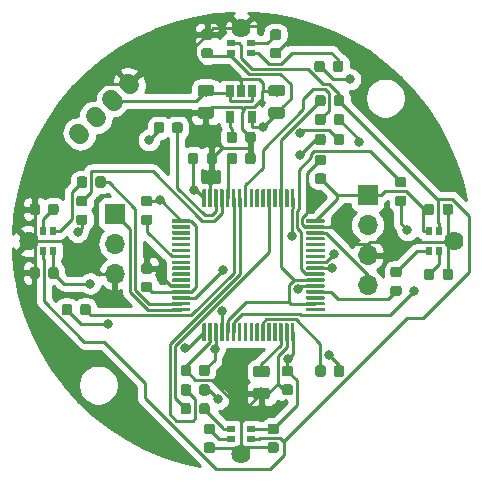
<source format=gtl>
G04 #@! TF.GenerationSoftware,KiCad,Pcbnew,(5.1.2)-1*
G04 #@! TF.CreationDate,2021-01-06T23:16:40+09:00*
G04 #@! TF.ProjectId,ssl,73736c2e-6b69-4636-9164-5f7063625858,v1.3*
G04 #@! TF.SameCoordinates,Original*
G04 #@! TF.FileFunction,Copper,L1,Top*
G04 #@! TF.FilePolarity,Positive*
%FSLAX46Y46*%
G04 Gerber Fmt 4.6, Leading zero omitted, Abs format (unit mm)*
G04 Created by KiCad (PCBNEW (5.1.2)-1) date 2021-01-06 23:16:40*
%MOMM*%
%LPD*%
G04 APERTURE LIST*
%ADD10C,0.100000*%
%ADD11C,0.300000*%
%ADD12C,0.875000*%
%ADD13C,0.975000*%
%ADD14R,0.522000X0.725000*%
%ADD15C,1.625000*%
%ADD16R,0.725000X0.522000*%
%ADD17R,0.650000X1.060000*%
%ADD18O,1.700000X1.700000*%
%ADD19R,1.700000X1.700000*%
%ADD20C,1.524000*%
%ADD21C,1.524000*%
%ADD22C,0.800000*%
%ADD23C,0.250000*%
%ADD24C,0.254000*%
G04 APERTURE END LIST*
D10*
G36*
X96932351Y-95600361D02*
G01*
X96939632Y-95601441D01*
X96946771Y-95603229D01*
X96953701Y-95605709D01*
X96960355Y-95608856D01*
X96966668Y-95612640D01*
X96972579Y-95617024D01*
X96978033Y-95621967D01*
X96982976Y-95627421D01*
X96987360Y-95633332D01*
X96991144Y-95639645D01*
X96994291Y-95646299D01*
X96996771Y-95653229D01*
X96998559Y-95660368D01*
X96999639Y-95667649D01*
X97000000Y-95675000D01*
X97000000Y-97075000D01*
X96999639Y-97082351D01*
X96998559Y-97089632D01*
X96996771Y-97096771D01*
X96994291Y-97103701D01*
X96991144Y-97110355D01*
X96987360Y-97116668D01*
X96982976Y-97122579D01*
X96978033Y-97128033D01*
X96972579Y-97132976D01*
X96966668Y-97137360D01*
X96960355Y-97141144D01*
X96953701Y-97144291D01*
X96946771Y-97146771D01*
X96939632Y-97148559D01*
X96932351Y-97149639D01*
X96925000Y-97150000D01*
X96775000Y-97150000D01*
X96767649Y-97149639D01*
X96760368Y-97148559D01*
X96753229Y-97146771D01*
X96746299Y-97144291D01*
X96739645Y-97141144D01*
X96733332Y-97137360D01*
X96727421Y-97132976D01*
X96721967Y-97128033D01*
X96717024Y-97122579D01*
X96712640Y-97116668D01*
X96708856Y-97110355D01*
X96705709Y-97103701D01*
X96703229Y-97096771D01*
X96701441Y-97089632D01*
X96700361Y-97082351D01*
X96700000Y-97075000D01*
X96700000Y-95675000D01*
X96700361Y-95667649D01*
X96701441Y-95660368D01*
X96703229Y-95653229D01*
X96705709Y-95646299D01*
X96708856Y-95639645D01*
X96712640Y-95633332D01*
X96717024Y-95627421D01*
X96721967Y-95621967D01*
X96727421Y-95617024D01*
X96733332Y-95612640D01*
X96739645Y-95608856D01*
X96746299Y-95605709D01*
X96753229Y-95603229D01*
X96760368Y-95601441D01*
X96767649Y-95600361D01*
X96775000Y-95600000D01*
X96925000Y-95600000D01*
X96932351Y-95600361D01*
X96932351Y-95600361D01*
G37*
D11*
X96850000Y-96375000D03*
D10*
G36*
X97432351Y-95600361D02*
G01*
X97439632Y-95601441D01*
X97446771Y-95603229D01*
X97453701Y-95605709D01*
X97460355Y-95608856D01*
X97466668Y-95612640D01*
X97472579Y-95617024D01*
X97478033Y-95621967D01*
X97482976Y-95627421D01*
X97487360Y-95633332D01*
X97491144Y-95639645D01*
X97494291Y-95646299D01*
X97496771Y-95653229D01*
X97498559Y-95660368D01*
X97499639Y-95667649D01*
X97500000Y-95675000D01*
X97500000Y-97075000D01*
X97499639Y-97082351D01*
X97498559Y-97089632D01*
X97496771Y-97096771D01*
X97494291Y-97103701D01*
X97491144Y-97110355D01*
X97487360Y-97116668D01*
X97482976Y-97122579D01*
X97478033Y-97128033D01*
X97472579Y-97132976D01*
X97466668Y-97137360D01*
X97460355Y-97141144D01*
X97453701Y-97144291D01*
X97446771Y-97146771D01*
X97439632Y-97148559D01*
X97432351Y-97149639D01*
X97425000Y-97150000D01*
X97275000Y-97150000D01*
X97267649Y-97149639D01*
X97260368Y-97148559D01*
X97253229Y-97146771D01*
X97246299Y-97144291D01*
X97239645Y-97141144D01*
X97233332Y-97137360D01*
X97227421Y-97132976D01*
X97221967Y-97128033D01*
X97217024Y-97122579D01*
X97212640Y-97116668D01*
X97208856Y-97110355D01*
X97205709Y-97103701D01*
X97203229Y-97096771D01*
X97201441Y-97089632D01*
X97200361Y-97082351D01*
X97200000Y-97075000D01*
X97200000Y-95675000D01*
X97200361Y-95667649D01*
X97201441Y-95660368D01*
X97203229Y-95653229D01*
X97205709Y-95646299D01*
X97208856Y-95639645D01*
X97212640Y-95633332D01*
X97217024Y-95627421D01*
X97221967Y-95621967D01*
X97227421Y-95617024D01*
X97233332Y-95612640D01*
X97239645Y-95608856D01*
X97246299Y-95605709D01*
X97253229Y-95603229D01*
X97260368Y-95601441D01*
X97267649Y-95600361D01*
X97275000Y-95600000D01*
X97425000Y-95600000D01*
X97432351Y-95600361D01*
X97432351Y-95600361D01*
G37*
D11*
X97350000Y-96375000D03*
D10*
G36*
X97932351Y-95600361D02*
G01*
X97939632Y-95601441D01*
X97946771Y-95603229D01*
X97953701Y-95605709D01*
X97960355Y-95608856D01*
X97966668Y-95612640D01*
X97972579Y-95617024D01*
X97978033Y-95621967D01*
X97982976Y-95627421D01*
X97987360Y-95633332D01*
X97991144Y-95639645D01*
X97994291Y-95646299D01*
X97996771Y-95653229D01*
X97998559Y-95660368D01*
X97999639Y-95667649D01*
X98000000Y-95675000D01*
X98000000Y-97075000D01*
X97999639Y-97082351D01*
X97998559Y-97089632D01*
X97996771Y-97096771D01*
X97994291Y-97103701D01*
X97991144Y-97110355D01*
X97987360Y-97116668D01*
X97982976Y-97122579D01*
X97978033Y-97128033D01*
X97972579Y-97132976D01*
X97966668Y-97137360D01*
X97960355Y-97141144D01*
X97953701Y-97144291D01*
X97946771Y-97146771D01*
X97939632Y-97148559D01*
X97932351Y-97149639D01*
X97925000Y-97150000D01*
X97775000Y-97150000D01*
X97767649Y-97149639D01*
X97760368Y-97148559D01*
X97753229Y-97146771D01*
X97746299Y-97144291D01*
X97739645Y-97141144D01*
X97733332Y-97137360D01*
X97727421Y-97132976D01*
X97721967Y-97128033D01*
X97717024Y-97122579D01*
X97712640Y-97116668D01*
X97708856Y-97110355D01*
X97705709Y-97103701D01*
X97703229Y-97096771D01*
X97701441Y-97089632D01*
X97700361Y-97082351D01*
X97700000Y-97075000D01*
X97700000Y-95675000D01*
X97700361Y-95667649D01*
X97701441Y-95660368D01*
X97703229Y-95653229D01*
X97705709Y-95646299D01*
X97708856Y-95639645D01*
X97712640Y-95633332D01*
X97717024Y-95627421D01*
X97721967Y-95621967D01*
X97727421Y-95617024D01*
X97733332Y-95612640D01*
X97739645Y-95608856D01*
X97746299Y-95605709D01*
X97753229Y-95603229D01*
X97760368Y-95601441D01*
X97767649Y-95600361D01*
X97775000Y-95600000D01*
X97925000Y-95600000D01*
X97932351Y-95600361D01*
X97932351Y-95600361D01*
G37*
D11*
X97850000Y-96375000D03*
D10*
G36*
X98432351Y-95600361D02*
G01*
X98439632Y-95601441D01*
X98446771Y-95603229D01*
X98453701Y-95605709D01*
X98460355Y-95608856D01*
X98466668Y-95612640D01*
X98472579Y-95617024D01*
X98478033Y-95621967D01*
X98482976Y-95627421D01*
X98487360Y-95633332D01*
X98491144Y-95639645D01*
X98494291Y-95646299D01*
X98496771Y-95653229D01*
X98498559Y-95660368D01*
X98499639Y-95667649D01*
X98500000Y-95675000D01*
X98500000Y-97075000D01*
X98499639Y-97082351D01*
X98498559Y-97089632D01*
X98496771Y-97096771D01*
X98494291Y-97103701D01*
X98491144Y-97110355D01*
X98487360Y-97116668D01*
X98482976Y-97122579D01*
X98478033Y-97128033D01*
X98472579Y-97132976D01*
X98466668Y-97137360D01*
X98460355Y-97141144D01*
X98453701Y-97144291D01*
X98446771Y-97146771D01*
X98439632Y-97148559D01*
X98432351Y-97149639D01*
X98425000Y-97150000D01*
X98275000Y-97150000D01*
X98267649Y-97149639D01*
X98260368Y-97148559D01*
X98253229Y-97146771D01*
X98246299Y-97144291D01*
X98239645Y-97141144D01*
X98233332Y-97137360D01*
X98227421Y-97132976D01*
X98221967Y-97128033D01*
X98217024Y-97122579D01*
X98212640Y-97116668D01*
X98208856Y-97110355D01*
X98205709Y-97103701D01*
X98203229Y-97096771D01*
X98201441Y-97089632D01*
X98200361Y-97082351D01*
X98200000Y-97075000D01*
X98200000Y-95675000D01*
X98200361Y-95667649D01*
X98201441Y-95660368D01*
X98203229Y-95653229D01*
X98205709Y-95646299D01*
X98208856Y-95639645D01*
X98212640Y-95633332D01*
X98217024Y-95627421D01*
X98221967Y-95621967D01*
X98227421Y-95617024D01*
X98233332Y-95612640D01*
X98239645Y-95608856D01*
X98246299Y-95605709D01*
X98253229Y-95603229D01*
X98260368Y-95601441D01*
X98267649Y-95600361D01*
X98275000Y-95600000D01*
X98425000Y-95600000D01*
X98432351Y-95600361D01*
X98432351Y-95600361D01*
G37*
D11*
X98350000Y-96375000D03*
D10*
G36*
X98932351Y-95600361D02*
G01*
X98939632Y-95601441D01*
X98946771Y-95603229D01*
X98953701Y-95605709D01*
X98960355Y-95608856D01*
X98966668Y-95612640D01*
X98972579Y-95617024D01*
X98978033Y-95621967D01*
X98982976Y-95627421D01*
X98987360Y-95633332D01*
X98991144Y-95639645D01*
X98994291Y-95646299D01*
X98996771Y-95653229D01*
X98998559Y-95660368D01*
X98999639Y-95667649D01*
X99000000Y-95675000D01*
X99000000Y-97075000D01*
X98999639Y-97082351D01*
X98998559Y-97089632D01*
X98996771Y-97096771D01*
X98994291Y-97103701D01*
X98991144Y-97110355D01*
X98987360Y-97116668D01*
X98982976Y-97122579D01*
X98978033Y-97128033D01*
X98972579Y-97132976D01*
X98966668Y-97137360D01*
X98960355Y-97141144D01*
X98953701Y-97144291D01*
X98946771Y-97146771D01*
X98939632Y-97148559D01*
X98932351Y-97149639D01*
X98925000Y-97150000D01*
X98775000Y-97150000D01*
X98767649Y-97149639D01*
X98760368Y-97148559D01*
X98753229Y-97146771D01*
X98746299Y-97144291D01*
X98739645Y-97141144D01*
X98733332Y-97137360D01*
X98727421Y-97132976D01*
X98721967Y-97128033D01*
X98717024Y-97122579D01*
X98712640Y-97116668D01*
X98708856Y-97110355D01*
X98705709Y-97103701D01*
X98703229Y-97096771D01*
X98701441Y-97089632D01*
X98700361Y-97082351D01*
X98700000Y-97075000D01*
X98700000Y-95675000D01*
X98700361Y-95667649D01*
X98701441Y-95660368D01*
X98703229Y-95653229D01*
X98705709Y-95646299D01*
X98708856Y-95639645D01*
X98712640Y-95633332D01*
X98717024Y-95627421D01*
X98721967Y-95621967D01*
X98727421Y-95617024D01*
X98733332Y-95612640D01*
X98739645Y-95608856D01*
X98746299Y-95605709D01*
X98753229Y-95603229D01*
X98760368Y-95601441D01*
X98767649Y-95600361D01*
X98775000Y-95600000D01*
X98925000Y-95600000D01*
X98932351Y-95600361D01*
X98932351Y-95600361D01*
G37*
D11*
X98850000Y-96375000D03*
D10*
G36*
X99432351Y-95600361D02*
G01*
X99439632Y-95601441D01*
X99446771Y-95603229D01*
X99453701Y-95605709D01*
X99460355Y-95608856D01*
X99466668Y-95612640D01*
X99472579Y-95617024D01*
X99478033Y-95621967D01*
X99482976Y-95627421D01*
X99487360Y-95633332D01*
X99491144Y-95639645D01*
X99494291Y-95646299D01*
X99496771Y-95653229D01*
X99498559Y-95660368D01*
X99499639Y-95667649D01*
X99500000Y-95675000D01*
X99500000Y-97075000D01*
X99499639Y-97082351D01*
X99498559Y-97089632D01*
X99496771Y-97096771D01*
X99494291Y-97103701D01*
X99491144Y-97110355D01*
X99487360Y-97116668D01*
X99482976Y-97122579D01*
X99478033Y-97128033D01*
X99472579Y-97132976D01*
X99466668Y-97137360D01*
X99460355Y-97141144D01*
X99453701Y-97144291D01*
X99446771Y-97146771D01*
X99439632Y-97148559D01*
X99432351Y-97149639D01*
X99425000Y-97150000D01*
X99275000Y-97150000D01*
X99267649Y-97149639D01*
X99260368Y-97148559D01*
X99253229Y-97146771D01*
X99246299Y-97144291D01*
X99239645Y-97141144D01*
X99233332Y-97137360D01*
X99227421Y-97132976D01*
X99221967Y-97128033D01*
X99217024Y-97122579D01*
X99212640Y-97116668D01*
X99208856Y-97110355D01*
X99205709Y-97103701D01*
X99203229Y-97096771D01*
X99201441Y-97089632D01*
X99200361Y-97082351D01*
X99200000Y-97075000D01*
X99200000Y-95675000D01*
X99200361Y-95667649D01*
X99201441Y-95660368D01*
X99203229Y-95653229D01*
X99205709Y-95646299D01*
X99208856Y-95639645D01*
X99212640Y-95633332D01*
X99217024Y-95627421D01*
X99221967Y-95621967D01*
X99227421Y-95617024D01*
X99233332Y-95612640D01*
X99239645Y-95608856D01*
X99246299Y-95605709D01*
X99253229Y-95603229D01*
X99260368Y-95601441D01*
X99267649Y-95600361D01*
X99275000Y-95600000D01*
X99425000Y-95600000D01*
X99432351Y-95600361D01*
X99432351Y-95600361D01*
G37*
D11*
X99350000Y-96375000D03*
D10*
G36*
X99932351Y-95600361D02*
G01*
X99939632Y-95601441D01*
X99946771Y-95603229D01*
X99953701Y-95605709D01*
X99960355Y-95608856D01*
X99966668Y-95612640D01*
X99972579Y-95617024D01*
X99978033Y-95621967D01*
X99982976Y-95627421D01*
X99987360Y-95633332D01*
X99991144Y-95639645D01*
X99994291Y-95646299D01*
X99996771Y-95653229D01*
X99998559Y-95660368D01*
X99999639Y-95667649D01*
X100000000Y-95675000D01*
X100000000Y-97075000D01*
X99999639Y-97082351D01*
X99998559Y-97089632D01*
X99996771Y-97096771D01*
X99994291Y-97103701D01*
X99991144Y-97110355D01*
X99987360Y-97116668D01*
X99982976Y-97122579D01*
X99978033Y-97128033D01*
X99972579Y-97132976D01*
X99966668Y-97137360D01*
X99960355Y-97141144D01*
X99953701Y-97144291D01*
X99946771Y-97146771D01*
X99939632Y-97148559D01*
X99932351Y-97149639D01*
X99925000Y-97150000D01*
X99775000Y-97150000D01*
X99767649Y-97149639D01*
X99760368Y-97148559D01*
X99753229Y-97146771D01*
X99746299Y-97144291D01*
X99739645Y-97141144D01*
X99733332Y-97137360D01*
X99727421Y-97132976D01*
X99721967Y-97128033D01*
X99717024Y-97122579D01*
X99712640Y-97116668D01*
X99708856Y-97110355D01*
X99705709Y-97103701D01*
X99703229Y-97096771D01*
X99701441Y-97089632D01*
X99700361Y-97082351D01*
X99700000Y-97075000D01*
X99700000Y-95675000D01*
X99700361Y-95667649D01*
X99701441Y-95660368D01*
X99703229Y-95653229D01*
X99705709Y-95646299D01*
X99708856Y-95639645D01*
X99712640Y-95633332D01*
X99717024Y-95627421D01*
X99721967Y-95621967D01*
X99727421Y-95617024D01*
X99733332Y-95612640D01*
X99739645Y-95608856D01*
X99746299Y-95605709D01*
X99753229Y-95603229D01*
X99760368Y-95601441D01*
X99767649Y-95600361D01*
X99775000Y-95600000D01*
X99925000Y-95600000D01*
X99932351Y-95600361D01*
X99932351Y-95600361D01*
G37*
D11*
X99850000Y-96375000D03*
D10*
G36*
X100432351Y-95600361D02*
G01*
X100439632Y-95601441D01*
X100446771Y-95603229D01*
X100453701Y-95605709D01*
X100460355Y-95608856D01*
X100466668Y-95612640D01*
X100472579Y-95617024D01*
X100478033Y-95621967D01*
X100482976Y-95627421D01*
X100487360Y-95633332D01*
X100491144Y-95639645D01*
X100494291Y-95646299D01*
X100496771Y-95653229D01*
X100498559Y-95660368D01*
X100499639Y-95667649D01*
X100500000Y-95675000D01*
X100500000Y-97075000D01*
X100499639Y-97082351D01*
X100498559Y-97089632D01*
X100496771Y-97096771D01*
X100494291Y-97103701D01*
X100491144Y-97110355D01*
X100487360Y-97116668D01*
X100482976Y-97122579D01*
X100478033Y-97128033D01*
X100472579Y-97132976D01*
X100466668Y-97137360D01*
X100460355Y-97141144D01*
X100453701Y-97144291D01*
X100446771Y-97146771D01*
X100439632Y-97148559D01*
X100432351Y-97149639D01*
X100425000Y-97150000D01*
X100275000Y-97150000D01*
X100267649Y-97149639D01*
X100260368Y-97148559D01*
X100253229Y-97146771D01*
X100246299Y-97144291D01*
X100239645Y-97141144D01*
X100233332Y-97137360D01*
X100227421Y-97132976D01*
X100221967Y-97128033D01*
X100217024Y-97122579D01*
X100212640Y-97116668D01*
X100208856Y-97110355D01*
X100205709Y-97103701D01*
X100203229Y-97096771D01*
X100201441Y-97089632D01*
X100200361Y-97082351D01*
X100200000Y-97075000D01*
X100200000Y-95675000D01*
X100200361Y-95667649D01*
X100201441Y-95660368D01*
X100203229Y-95653229D01*
X100205709Y-95646299D01*
X100208856Y-95639645D01*
X100212640Y-95633332D01*
X100217024Y-95627421D01*
X100221967Y-95621967D01*
X100227421Y-95617024D01*
X100233332Y-95612640D01*
X100239645Y-95608856D01*
X100246299Y-95605709D01*
X100253229Y-95603229D01*
X100260368Y-95601441D01*
X100267649Y-95600361D01*
X100275000Y-95600000D01*
X100425000Y-95600000D01*
X100432351Y-95600361D01*
X100432351Y-95600361D01*
G37*
D11*
X100350000Y-96375000D03*
D10*
G36*
X100932351Y-95600361D02*
G01*
X100939632Y-95601441D01*
X100946771Y-95603229D01*
X100953701Y-95605709D01*
X100960355Y-95608856D01*
X100966668Y-95612640D01*
X100972579Y-95617024D01*
X100978033Y-95621967D01*
X100982976Y-95627421D01*
X100987360Y-95633332D01*
X100991144Y-95639645D01*
X100994291Y-95646299D01*
X100996771Y-95653229D01*
X100998559Y-95660368D01*
X100999639Y-95667649D01*
X101000000Y-95675000D01*
X101000000Y-97075000D01*
X100999639Y-97082351D01*
X100998559Y-97089632D01*
X100996771Y-97096771D01*
X100994291Y-97103701D01*
X100991144Y-97110355D01*
X100987360Y-97116668D01*
X100982976Y-97122579D01*
X100978033Y-97128033D01*
X100972579Y-97132976D01*
X100966668Y-97137360D01*
X100960355Y-97141144D01*
X100953701Y-97144291D01*
X100946771Y-97146771D01*
X100939632Y-97148559D01*
X100932351Y-97149639D01*
X100925000Y-97150000D01*
X100775000Y-97150000D01*
X100767649Y-97149639D01*
X100760368Y-97148559D01*
X100753229Y-97146771D01*
X100746299Y-97144291D01*
X100739645Y-97141144D01*
X100733332Y-97137360D01*
X100727421Y-97132976D01*
X100721967Y-97128033D01*
X100717024Y-97122579D01*
X100712640Y-97116668D01*
X100708856Y-97110355D01*
X100705709Y-97103701D01*
X100703229Y-97096771D01*
X100701441Y-97089632D01*
X100700361Y-97082351D01*
X100700000Y-97075000D01*
X100700000Y-95675000D01*
X100700361Y-95667649D01*
X100701441Y-95660368D01*
X100703229Y-95653229D01*
X100705709Y-95646299D01*
X100708856Y-95639645D01*
X100712640Y-95633332D01*
X100717024Y-95627421D01*
X100721967Y-95621967D01*
X100727421Y-95617024D01*
X100733332Y-95612640D01*
X100739645Y-95608856D01*
X100746299Y-95605709D01*
X100753229Y-95603229D01*
X100760368Y-95601441D01*
X100767649Y-95600361D01*
X100775000Y-95600000D01*
X100925000Y-95600000D01*
X100932351Y-95600361D01*
X100932351Y-95600361D01*
G37*
D11*
X100850000Y-96375000D03*
D10*
G36*
X101432351Y-95600361D02*
G01*
X101439632Y-95601441D01*
X101446771Y-95603229D01*
X101453701Y-95605709D01*
X101460355Y-95608856D01*
X101466668Y-95612640D01*
X101472579Y-95617024D01*
X101478033Y-95621967D01*
X101482976Y-95627421D01*
X101487360Y-95633332D01*
X101491144Y-95639645D01*
X101494291Y-95646299D01*
X101496771Y-95653229D01*
X101498559Y-95660368D01*
X101499639Y-95667649D01*
X101500000Y-95675000D01*
X101500000Y-97075000D01*
X101499639Y-97082351D01*
X101498559Y-97089632D01*
X101496771Y-97096771D01*
X101494291Y-97103701D01*
X101491144Y-97110355D01*
X101487360Y-97116668D01*
X101482976Y-97122579D01*
X101478033Y-97128033D01*
X101472579Y-97132976D01*
X101466668Y-97137360D01*
X101460355Y-97141144D01*
X101453701Y-97144291D01*
X101446771Y-97146771D01*
X101439632Y-97148559D01*
X101432351Y-97149639D01*
X101425000Y-97150000D01*
X101275000Y-97150000D01*
X101267649Y-97149639D01*
X101260368Y-97148559D01*
X101253229Y-97146771D01*
X101246299Y-97144291D01*
X101239645Y-97141144D01*
X101233332Y-97137360D01*
X101227421Y-97132976D01*
X101221967Y-97128033D01*
X101217024Y-97122579D01*
X101212640Y-97116668D01*
X101208856Y-97110355D01*
X101205709Y-97103701D01*
X101203229Y-97096771D01*
X101201441Y-97089632D01*
X101200361Y-97082351D01*
X101200000Y-97075000D01*
X101200000Y-95675000D01*
X101200361Y-95667649D01*
X101201441Y-95660368D01*
X101203229Y-95653229D01*
X101205709Y-95646299D01*
X101208856Y-95639645D01*
X101212640Y-95633332D01*
X101217024Y-95627421D01*
X101221967Y-95621967D01*
X101227421Y-95617024D01*
X101233332Y-95612640D01*
X101239645Y-95608856D01*
X101246299Y-95605709D01*
X101253229Y-95603229D01*
X101260368Y-95601441D01*
X101267649Y-95600361D01*
X101275000Y-95600000D01*
X101425000Y-95600000D01*
X101432351Y-95600361D01*
X101432351Y-95600361D01*
G37*
D11*
X101350000Y-96375000D03*
D10*
G36*
X101932351Y-95600361D02*
G01*
X101939632Y-95601441D01*
X101946771Y-95603229D01*
X101953701Y-95605709D01*
X101960355Y-95608856D01*
X101966668Y-95612640D01*
X101972579Y-95617024D01*
X101978033Y-95621967D01*
X101982976Y-95627421D01*
X101987360Y-95633332D01*
X101991144Y-95639645D01*
X101994291Y-95646299D01*
X101996771Y-95653229D01*
X101998559Y-95660368D01*
X101999639Y-95667649D01*
X102000000Y-95675000D01*
X102000000Y-97075000D01*
X101999639Y-97082351D01*
X101998559Y-97089632D01*
X101996771Y-97096771D01*
X101994291Y-97103701D01*
X101991144Y-97110355D01*
X101987360Y-97116668D01*
X101982976Y-97122579D01*
X101978033Y-97128033D01*
X101972579Y-97132976D01*
X101966668Y-97137360D01*
X101960355Y-97141144D01*
X101953701Y-97144291D01*
X101946771Y-97146771D01*
X101939632Y-97148559D01*
X101932351Y-97149639D01*
X101925000Y-97150000D01*
X101775000Y-97150000D01*
X101767649Y-97149639D01*
X101760368Y-97148559D01*
X101753229Y-97146771D01*
X101746299Y-97144291D01*
X101739645Y-97141144D01*
X101733332Y-97137360D01*
X101727421Y-97132976D01*
X101721967Y-97128033D01*
X101717024Y-97122579D01*
X101712640Y-97116668D01*
X101708856Y-97110355D01*
X101705709Y-97103701D01*
X101703229Y-97096771D01*
X101701441Y-97089632D01*
X101700361Y-97082351D01*
X101700000Y-97075000D01*
X101700000Y-95675000D01*
X101700361Y-95667649D01*
X101701441Y-95660368D01*
X101703229Y-95653229D01*
X101705709Y-95646299D01*
X101708856Y-95639645D01*
X101712640Y-95633332D01*
X101717024Y-95627421D01*
X101721967Y-95621967D01*
X101727421Y-95617024D01*
X101733332Y-95612640D01*
X101739645Y-95608856D01*
X101746299Y-95605709D01*
X101753229Y-95603229D01*
X101760368Y-95601441D01*
X101767649Y-95600361D01*
X101775000Y-95600000D01*
X101925000Y-95600000D01*
X101932351Y-95600361D01*
X101932351Y-95600361D01*
G37*
D11*
X101850000Y-96375000D03*
D10*
G36*
X102432351Y-95600361D02*
G01*
X102439632Y-95601441D01*
X102446771Y-95603229D01*
X102453701Y-95605709D01*
X102460355Y-95608856D01*
X102466668Y-95612640D01*
X102472579Y-95617024D01*
X102478033Y-95621967D01*
X102482976Y-95627421D01*
X102487360Y-95633332D01*
X102491144Y-95639645D01*
X102494291Y-95646299D01*
X102496771Y-95653229D01*
X102498559Y-95660368D01*
X102499639Y-95667649D01*
X102500000Y-95675000D01*
X102500000Y-97075000D01*
X102499639Y-97082351D01*
X102498559Y-97089632D01*
X102496771Y-97096771D01*
X102494291Y-97103701D01*
X102491144Y-97110355D01*
X102487360Y-97116668D01*
X102482976Y-97122579D01*
X102478033Y-97128033D01*
X102472579Y-97132976D01*
X102466668Y-97137360D01*
X102460355Y-97141144D01*
X102453701Y-97144291D01*
X102446771Y-97146771D01*
X102439632Y-97148559D01*
X102432351Y-97149639D01*
X102425000Y-97150000D01*
X102275000Y-97150000D01*
X102267649Y-97149639D01*
X102260368Y-97148559D01*
X102253229Y-97146771D01*
X102246299Y-97144291D01*
X102239645Y-97141144D01*
X102233332Y-97137360D01*
X102227421Y-97132976D01*
X102221967Y-97128033D01*
X102217024Y-97122579D01*
X102212640Y-97116668D01*
X102208856Y-97110355D01*
X102205709Y-97103701D01*
X102203229Y-97096771D01*
X102201441Y-97089632D01*
X102200361Y-97082351D01*
X102200000Y-97075000D01*
X102200000Y-95675000D01*
X102200361Y-95667649D01*
X102201441Y-95660368D01*
X102203229Y-95653229D01*
X102205709Y-95646299D01*
X102208856Y-95639645D01*
X102212640Y-95633332D01*
X102217024Y-95627421D01*
X102221967Y-95621967D01*
X102227421Y-95617024D01*
X102233332Y-95612640D01*
X102239645Y-95608856D01*
X102246299Y-95605709D01*
X102253229Y-95603229D01*
X102260368Y-95601441D01*
X102267649Y-95600361D01*
X102275000Y-95600000D01*
X102425000Y-95600000D01*
X102432351Y-95600361D01*
X102432351Y-95600361D01*
G37*
D11*
X102350000Y-96375000D03*
D10*
G36*
X102932351Y-95600361D02*
G01*
X102939632Y-95601441D01*
X102946771Y-95603229D01*
X102953701Y-95605709D01*
X102960355Y-95608856D01*
X102966668Y-95612640D01*
X102972579Y-95617024D01*
X102978033Y-95621967D01*
X102982976Y-95627421D01*
X102987360Y-95633332D01*
X102991144Y-95639645D01*
X102994291Y-95646299D01*
X102996771Y-95653229D01*
X102998559Y-95660368D01*
X102999639Y-95667649D01*
X103000000Y-95675000D01*
X103000000Y-97075000D01*
X102999639Y-97082351D01*
X102998559Y-97089632D01*
X102996771Y-97096771D01*
X102994291Y-97103701D01*
X102991144Y-97110355D01*
X102987360Y-97116668D01*
X102982976Y-97122579D01*
X102978033Y-97128033D01*
X102972579Y-97132976D01*
X102966668Y-97137360D01*
X102960355Y-97141144D01*
X102953701Y-97144291D01*
X102946771Y-97146771D01*
X102939632Y-97148559D01*
X102932351Y-97149639D01*
X102925000Y-97150000D01*
X102775000Y-97150000D01*
X102767649Y-97149639D01*
X102760368Y-97148559D01*
X102753229Y-97146771D01*
X102746299Y-97144291D01*
X102739645Y-97141144D01*
X102733332Y-97137360D01*
X102727421Y-97132976D01*
X102721967Y-97128033D01*
X102717024Y-97122579D01*
X102712640Y-97116668D01*
X102708856Y-97110355D01*
X102705709Y-97103701D01*
X102703229Y-97096771D01*
X102701441Y-97089632D01*
X102700361Y-97082351D01*
X102700000Y-97075000D01*
X102700000Y-95675000D01*
X102700361Y-95667649D01*
X102701441Y-95660368D01*
X102703229Y-95653229D01*
X102705709Y-95646299D01*
X102708856Y-95639645D01*
X102712640Y-95633332D01*
X102717024Y-95627421D01*
X102721967Y-95621967D01*
X102727421Y-95617024D01*
X102733332Y-95612640D01*
X102739645Y-95608856D01*
X102746299Y-95605709D01*
X102753229Y-95603229D01*
X102760368Y-95601441D01*
X102767649Y-95600361D01*
X102775000Y-95600000D01*
X102925000Y-95600000D01*
X102932351Y-95600361D01*
X102932351Y-95600361D01*
G37*
D11*
X102850000Y-96375000D03*
D10*
G36*
X103432351Y-95600361D02*
G01*
X103439632Y-95601441D01*
X103446771Y-95603229D01*
X103453701Y-95605709D01*
X103460355Y-95608856D01*
X103466668Y-95612640D01*
X103472579Y-95617024D01*
X103478033Y-95621967D01*
X103482976Y-95627421D01*
X103487360Y-95633332D01*
X103491144Y-95639645D01*
X103494291Y-95646299D01*
X103496771Y-95653229D01*
X103498559Y-95660368D01*
X103499639Y-95667649D01*
X103500000Y-95675000D01*
X103500000Y-97075000D01*
X103499639Y-97082351D01*
X103498559Y-97089632D01*
X103496771Y-97096771D01*
X103494291Y-97103701D01*
X103491144Y-97110355D01*
X103487360Y-97116668D01*
X103482976Y-97122579D01*
X103478033Y-97128033D01*
X103472579Y-97132976D01*
X103466668Y-97137360D01*
X103460355Y-97141144D01*
X103453701Y-97144291D01*
X103446771Y-97146771D01*
X103439632Y-97148559D01*
X103432351Y-97149639D01*
X103425000Y-97150000D01*
X103275000Y-97150000D01*
X103267649Y-97149639D01*
X103260368Y-97148559D01*
X103253229Y-97146771D01*
X103246299Y-97144291D01*
X103239645Y-97141144D01*
X103233332Y-97137360D01*
X103227421Y-97132976D01*
X103221967Y-97128033D01*
X103217024Y-97122579D01*
X103212640Y-97116668D01*
X103208856Y-97110355D01*
X103205709Y-97103701D01*
X103203229Y-97096771D01*
X103201441Y-97089632D01*
X103200361Y-97082351D01*
X103200000Y-97075000D01*
X103200000Y-95675000D01*
X103200361Y-95667649D01*
X103201441Y-95660368D01*
X103203229Y-95653229D01*
X103205709Y-95646299D01*
X103208856Y-95639645D01*
X103212640Y-95633332D01*
X103217024Y-95627421D01*
X103221967Y-95621967D01*
X103227421Y-95617024D01*
X103233332Y-95612640D01*
X103239645Y-95608856D01*
X103246299Y-95605709D01*
X103253229Y-95603229D01*
X103260368Y-95601441D01*
X103267649Y-95600361D01*
X103275000Y-95600000D01*
X103425000Y-95600000D01*
X103432351Y-95600361D01*
X103432351Y-95600361D01*
G37*
D11*
X103350000Y-96375000D03*
D10*
G36*
X103932351Y-95600361D02*
G01*
X103939632Y-95601441D01*
X103946771Y-95603229D01*
X103953701Y-95605709D01*
X103960355Y-95608856D01*
X103966668Y-95612640D01*
X103972579Y-95617024D01*
X103978033Y-95621967D01*
X103982976Y-95627421D01*
X103987360Y-95633332D01*
X103991144Y-95639645D01*
X103994291Y-95646299D01*
X103996771Y-95653229D01*
X103998559Y-95660368D01*
X103999639Y-95667649D01*
X104000000Y-95675000D01*
X104000000Y-97075000D01*
X103999639Y-97082351D01*
X103998559Y-97089632D01*
X103996771Y-97096771D01*
X103994291Y-97103701D01*
X103991144Y-97110355D01*
X103987360Y-97116668D01*
X103982976Y-97122579D01*
X103978033Y-97128033D01*
X103972579Y-97132976D01*
X103966668Y-97137360D01*
X103960355Y-97141144D01*
X103953701Y-97144291D01*
X103946771Y-97146771D01*
X103939632Y-97148559D01*
X103932351Y-97149639D01*
X103925000Y-97150000D01*
X103775000Y-97150000D01*
X103767649Y-97149639D01*
X103760368Y-97148559D01*
X103753229Y-97146771D01*
X103746299Y-97144291D01*
X103739645Y-97141144D01*
X103733332Y-97137360D01*
X103727421Y-97132976D01*
X103721967Y-97128033D01*
X103717024Y-97122579D01*
X103712640Y-97116668D01*
X103708856Y-97110355D01*
X103705709Y-97103701D01*
X103703229Y-97096771D01*
X103701441Y-97089632D01*
X103700361Y-97082351D01*
X103700000Y-97075000D01*
X103700000Y-95675000D01*
X103700361Y-95667649D01*
X103701441Y-95660368D01*
X103703229Y-95653229D01*
X103705709Y-95646299D01*
X103708856Y-95639645D01*
X103712640Y-95633332D01*
X103717024Y-95627421D01*
X103721967Y-95621967D01*
X103727421Y-95617024D01*
X103733332Y-95612640D01*
X103739645Y-95608856D01*
X103746299Y-95605709D01*
X103753229Y-95603229D01*
X103760368Y-95601441D01*
X103767649Y-95600361D01*
X103775000Y-95600000D01*
X103925000Y-95600000D01*
X103932351Y-95600361D01*
X103932351Y-95600361D01*
G37*
D11*
X103850000Y-96375000D03*
D10*
G36*
X104432351Y-95600361D02*
G01*
X104439632Y-95601441D01*
X104446771Y-95603229D01*
X104453701Y-95605709D01*
X104460355Y-95608856D01*
X104466668Y-95612640D01*
X104472579Y-95617024D01*
X104478033Y-95621967D01*
X104482976Y-95627421D01*
X104487360Y-95633332D01*
X104491144Y-95639645D01*
X104494291Y-95646299D01*
X104496771Y-95653229D01*
X104498559Y-95660368D01*
X104499639Y-95667649D01*
X104500000Y-95675000D01*
X104500000Y-97075000D01*
X104499639Y-97082351D01*
X104498559Y-97089632D01*
X104496771Y-97096771D01*
X104494291Y-97103701D01*
X104491144Y-97110355D01*
X104487360Y-97116668D01*
X104482976Y-97122579D01*
X104478033Y-97128033D01*
X104472579Y-97132976D01*
X104466668Y-97137360D01*
X104460355Y-97141144D01*
X104453701Y-97144291D01*
X104446771Y-97146771D01*
X104439632Y-97148559D01*
X104432351Y-97149639D01*
X104425000Y-97150000D01*
X104275000Y-97150000D01*
X104267649Y-97149639D01*
X104260368Y-97148559D01*
X104253229Y-97146771D01*
X104246299Y-97144291D01*
X104239645Y-97141144D01*
X104233332Y-97137360D01*
X104227421Y-97132976D01*
X104221967Y-97128033D01*
X104217024Y-97122579D01*
X104212640Y-97116668D01*
X104208856Y-97110355D01*
X104205709Y-97103701D01*
X104203229Y-97096771D01*
X104201441Y-97089632D01*
X104200361Y-97082351D01*
X104200000Y-97075000D01*
X104200000Y-95675000D01*
X104200361Y-95667649D01*
X104201441Y-95660368D01*
X104203229Y-95653229D01*
X104205709Y-95646299D01*
X104208856Y-95639645D01*
X104212640Y-95633332D01*
X104217024Y-95627421D01*
X104221967Y-95621967D01*
X104227421Y-95617024D01*
X104233332Y-95612640D01*
X104239645Y-95608856D01*
X104246299Y-95605709D01*
X104253229Y-95603229D01*
X104260368Y-95601441D01*
X104267649Y-95600361D01*
X104275000Y-95600000D01*
X104425000Y-95600000D01*
X104432351Y-95600361D01*
X104432351Y-95600361D01*
G37*
D11*
X104350000Y-96375000D03*
D10*
G36*
X106982351Y-98150361D02*
G01*
X106989632Y-98151441D01*
X106996771Y-98153229D01*
X107003701Y-98155709D01*
X107010355Y-98158856D01*
X107016668Y-98162640D01*
X107022579Y-98167024D01*
X107028033Y-98171967D01*
X107032976Y-98177421D01*
X107037360Y-98183332D01*
X107041144Y-98189645D01*
X107044291Y-98196299D01*
X107046771Y-98203229D01*
X107048559Y-98210368D01*
X107049639Y-98217649D01*
X107050000Y-98225000D01*
X107050000Y-98375000D01*
X107049639Y-98382351D01*
X107048559Y-98389632D01*
X107046771Y-98396771D01*
X107044291Y-98403701D01*
X107041144Y-98410355D01*
X107037360Y-98416668D01*
X107032976Y-98422579D01*
X107028033Y-98428033D01*
X107022579Y-98432976D01*
X107016668Y-98437360D01*
X107010355Y-98441144D01*
X107003701Y-98444291D01*
X106996771Y-98446771D01*
X106989632Y-98448559D01*
X106982351Y-98449639D01*
X106975000Y-98450000D01*
X105575000Y-98450000D01*
X105567649Y-98449639D01*
X105560368Y-98448559D01*
X105553229Y-98446771D01*
X105546299Y-98444291D01*
X105539645Y-98441144D01*
X105533332Y-98437360D01*
X105527421Y-98432976D01*
X105521967Y-98428033D01*
X105517024Y-98422579D01*
X105512640Y-98416668D01*
X105508856Y-98410355D01*
X105505709Y-98403701D01*
X105503229Y-98396771D01*
X105501441Y-98389632D01*
X105500361Y-98382351D01*
X105500000Y-98375000D01*
X105500000Y-98225000D01*
X105500361Y-98217649D01*
X105501441Y-98210368D01*
X105503229Y-98203229D01*
X105505709Y-98196299D01*
X105508856Y-98189645D01*
X105512640Y-98183332D01*
X105517024Y-98177421D01*
X105521967Y-98171967D01*
X105527421Y-98167024D01*
X105533332Y-98162640D01*
X105539645Y-98158856D01*
X105546299Y-98155709D01*
X105553229Y-98153229D01*
X105560368Y-98151441D01*
X105567649Y-98150361D01*
X105575000Y-98150000D01*
X106975000Y-98150000D01*
X106982351Y-98150361D01*
X106982351Y-98150361D01*
G37*
D11*
X106275000Y-98300000D03*
D10*
G36*
X106982351Y-98650361D02*
G01*
X106989632Y-98651441D01*
X106996771Y-98653229D01*
X107003701Y-98655709D01*
X107010355Y-98658856D01*
X107016668Y-98662640D01*
X107022579Y-98667024D01*
X107028033Y-98671967D01*
X107032976Y-98677421D01*
X107037360Y-98683332D01*
X107041144Y-98689645D01*
X107044291Y-98696299D01*
X107046771Y-98703229D01*
X107048559Y-98710368D01*
X107049639Y-98717649D01*
X107050000Y-98725000D01*
X107050000Y-98875000D01*
X107049639Y-98882351D01*
X107048559Y-98889632D01*
X107046771Y-98896771D01*
X107044291Y-98903701D01*
X107041144Y-98910355D01*
X107037360Y-98916668D01*
X107032976Y-98922579D01*
X107028033Y-98928033D01*
X107022579Y-98932976D01*
X107016668Y-98937360D01*
X107010355Y-98941144D01*
X107003701Y-98944291D01*
X106996771Y-98946771D01*
X106989632Y-98948559D01*
X106982351Y-98949639D01*
X106975000Y-98950000D01*
X105575000Y-98950000D01*
X105567649Y-98949639D01*
X105560368Y-98948559D01*
X105553229Y-98946771D01*
X105546299Y-98944291D01*
X105539645Y-98941144D01*
X105533332Y-98937360D01*
X105527421Y-98932976D01*
X105521967Y-98928033D01*
X105517024Y-98922579D01*
X105512640Y-98916668D01*
X105508856Y-98910355D01*
X105505709Y-98903701D01*
X105503229Y-98896771D01*
X105501441Y-98889632D01*
X105500361Y-98882351D01*
X105500000Y-98875000D01*
X105500000Y-98725000D01*
X105500361Y-98717649D01*
X105501441Y-98710368D01*
X105503229Y-98703229D01*
X105505709Y-98696299D01*
X105508856Y-98689645D01*
X105512640Y-98683332D01*
X105517024Y-98677421D01*
X105521967Y-98671967D01*
X105527421Y-98667024D01*
X105533332Y-98662640D01*
X105539645Y-98658856D01*
X105546299Y-98655709D01*
X105553229Y-98653229D01*
X105560368Y-98651441D01*
X105567649Y-98650361D01*
X105575000Y-98650000D01*
X106975000Y-98650000D01*
X106982351Y-98650361D01*
X106982351Y-98650361D01*
G37*
D11*
X106275000Y-98800000D03*
D10*
G36*
X106982351Y-99150361D02*
G01*
X106989632Y-99151441D01*
X106996771Y-99153229D01*
X107003701Y-99155709D01*
X107010355Y-99158856D01*
X107016668Y-99162640D01*
X107022579Y-99167024D01*
X107028033Y-99171967D01*
X107032976Y-99177421D01*
X107037360Y-99183332D01*
X107041144Y-99189645D01*
X107044291Y-99196299D01*
X107046771Y-99203229D01*
X107048559Y-99210368D01*
X107049639Y-99217649D01*
X107050000Y-99225000D01*
X107050000Y-99375000D01*
X107049639Y-99382351D01*
X107048559Y-99389632D01*
X107046771Y-99396771D01*
X107044291Y-99403701D01*
X107041144Y-99410355D01*
X107037360Y-99416668D01*
X107032976Y-99422579D01*
X107028033Y-99428033D01*
X107022579Y-99432976D01*
X107016668Y-99437360D01*
X107010355Y-99441144D01*
X107003701Y-99444291D01*
X106996771Y-99446771D01*
X106989632Y-99448559D01*
X106982351Y-99449639D01*
X106975000Y-99450000D01*
X105575000Y-99450000D01*
X105567649Y-99449639D01*
X105560368Y-99448559D01*
X105553229Y-99446771D01*
X105546299Y-99444291D01*
X105539645Y-99441144D01*
X105533332Y-99437360D01*
X105527421Y-99432976D01*
X105521967Y-99428033D01*
X105517024Y-99422579D01*
X105512640Y-99416668D01*
X105508856Y-99410355D01*
X105505709Y-99403701D01*
X105503229Y-99396771D01*
X105501441Y-99389632D01*
X105500361Y-99382351D01*
X105500000Y-99375000D01*
X105500000Y-99225000D01*
X105500361Y-99217649D01*
X105501441Y-99210368D01*
X105503229Y-99203229D01*
X105505709Y-99196299D01*
X105508856Y-99189645D01*
X105512640Y-99183332D01*
X105517024Y-99177421D01*
X105521967Y-99171967D01*
X105527421Y-99167024D01*
X105533332Y-99162640D01*
X105539645Y-99158856D01*
X105546299Y-99155709D01*
X105553229Y-99153229D01*
X105560368Y-99151441D01*
X105567649Y-99150361D01*
X105575000Y-99150000D01*
X106975000Y-99150000D01*
X106982351Y-99150361D01*
X106982351Y-99150361D01*
G37*
D11*
X106275000Y-99300000D03*
D10*
G36*
X106982351Y-99650361D02*
G01*
X106989632Y-99651441D01*
X106996771Y-99653229D01*
X107003701Y-99655709D01*
X107010355Y-99658856D01*
X107016668Y-99662640D01*
X107022579Y-99667024D01*
X107028033Y-99671967D01*
X107032976Y-99677421D01*
X107037360Y-99683332D01*
X107041144Y-99689645D01*
X107044291Y-99696299D01*
X107046771Y-99703229D01*
X107048559Y-99710368D01*
X107049639Y-99717649D01*
X107050000Y-99725000D01*
X107050000Y-99875000D01*
X107049639Y-99882351D01*
X107048559Y-99889632D01*
X107046771Y-99896771D01*
X107044291Y-99903701D01*
X107041144Y-99910355D01*
X107037360Y-99916668D01*
X107032976Y-99922579D01*
X107028033Y-99928033D01*
X107022579Y-99932976D01*
X107016668Y-99937360D01*
X107010355Y-99941144D01*
X107003701Y-99944291D01*
X106996771Y-99946771D01*
X106989632Y-99948559D01*
X106982351Y-99949639D01*
X106975000Y-99950000D01*
X105575000Y-99950000D01*
X105567649Y-99949639D01*
X105560368Y-99948559D01*
X105553229Y-99946771D01*
X105546299Y-99944291D01*
X105539645Y-99941144D01*
X105533332Y-99937360D01*
X105527421Y-99932976D01*
X105521967Y-99928033D01*
X105517024Y-99922579D01*
X105512640Y-99916668D01*
X105508856Y-99910355D01*
X105505709Y-99903701D01*
X105503229Y-99896771D01*
X105501441Y-99889632D01*
X105500361Y-99882351D01*
X105500000Y-99875000D01*
X105500000Y-99725000D01*
X105500361Y-99717649D01*
X105501441Y-99710368D01*
X105503229Y-99703229D01*
X105505709Y-99696299D01*
X105508856Y-99689645D01*
X105512640Y-99683332D01*
X105517024Y-99677421D01*
X105521967Y-99671967D01*
X105527421Y-99667024D01*
X105533332Y-99662640D01*
X105539645Y-99658856D01*
X105546299Y-99655709D01*
X105553229Y-99653229D01*
X105560368Y-99651441D01*
X105567649Y-99650361D01*
X105575000Y-99650000D01*
X106975000Y-99650000D01*
X106982351Y-99650361D01*
X106982351Y-99650361D01*
G37*
D11*
X106275000Y-99800000D03*
D10*
G36*
X106982351Y-100150361D02*
G01*
X106989632Y-100151441D01*
X106996771Y-100153229D01*
X107003701Y-100155709D01*
X107010355Y-100158856D01*
X107016668Y-100162640D01*
X107022579Y-100167024D01*
X107028033Y-100171967D01*
X107032976Y-100177421D01*
X107037360Y-100183332D01*
X107041144Y-100189645D01*
X107044291Y-100196299D01*
X107046771Y-100203229D01*
X107048559Y-100210368D01*
X107049639Y-100217649D01*
X107050000Y-100225000D01*
X107050000Y-100375000D01*
X107049639Y-100382351D01*
X107048559Y-100389632D01*
X107046771Y-100396771D01*
X107044291Y-100403701D01*
X107041144Y-100410355D01*
X107037360Y-100416668D01*
X107032976Y-100422579D01*
X107028033Y-100428033D01*
X107022579Y-100432976D01*
X107016668Y-100437360D01*
X107010355Y-100441144D01*
X107003701Y-100444291D01*
X106996771Y-100446771D01*
X106989632Y-100448559D01*
X106982351Y-100449639D01*
X106975000Y-100450000D01*
X105575000Y-100450000D01*
X105567649Y-100449639D01*
X105560368Y-100448559D01*
X105553229Y-100446771D01*
X105546299Y-100444291D01*
X105539645Y-100441144D01*
X105533332Y-100437360D01*
X105527421Y-100432976D01*
X105521967Y-100428033D01*
X105517024Y-100422579D01*
X105512640Y-100416668D01*
X105508856Y-100410355D01*
X105505709Y-100403701D01*
X105503229Y-100396771D01*
X105501441Y-100389632D01*
X105500361Y-100382351D01*
X105500000Y-100375000D01*
X105500000Y-100225000D01*
X105500361Y-100217649D01*
X105501441Y-100210368D01*
X105503229Y-100203229D01*
X105505709Y-100196299D01*
X105508856Y-100189645D01*
X105512640Y-100183332D01*
X105517024Y-100177421D01*
X105521967Y-100171967D01*
X105527421Y-100167024D01*
X105533332Y-100162640D01*
X105539645Y-100158856D01*
X105546299Y-100155709D01*
X105553229Y-100153229D01*
X105560368Y-100151441D01*
X105567649Y-100150361D01*
X105575000Y-100150000D01*
X106975000Y-100150000D01*
X106982351Y-100150361D01*
X106982351Y-100150361D01*
G37*
D11*
X106275000Y-100300000D03*
D10*
G36*
X106982351Y-100650361D02*
G01*
X106989632Y-100651441D01*
X106996771Y-100653229D01*
X107003701Y-100655709D01*
X107010355Y-100658856D01*
X107016668Y-100662640D01*
X107022579Y-100667024D01*
X107028033Y-100671967D01*
X107032976Y-100677421D01*
X107037360Y-100683332D01*
X107041144Y-100689645D01*
X107044291Y-100696299D01*
X107046771Y-100703229D01*
X107048559Y-100710368D01*
X107049639Y-100717649D01*
X107050000Y-100725000D01*
X107050000Y-100875000D01*
X107049639Y-100882351D01*
X107048559Y-100889632D01*
X107046771Y-100896771D01*
X107044291Y-100903701D01*
X107041144Y-100910355D01*
X107037360Y-100916668D01*
X107032976Y-100922579D01*
X107028033Y-100928033D01*
X107022579Y-100932976D01*
X107016668Y-100937360D01*
X107010355Y-100941144D01*
X107003701Y-100944291D01*
X106996771Y-100946771D01*
X106989632Y-100948559D01*
X106982351Y-100949639D01*
X106975000Y-100950000D01*
X105575000Y-100950000D01*
X105567649Y-100949639D01*
X105560368Y-100948559D01*
X105553229Y-100946771D01*
X105546299Y-100944291D01*
X105539645Y-100941144D01*
X105533332Y-100937360D01*
X105527421Y-100932976D01*
X105521967Y-100928033D01*
X105517024Y-100922579D01*
X105512640Y-100916668D01*
X105508856Y-100910355D01*
X105505709Y-100903701D01*
X105503229Y-100896771D01*
X105501441Y-100889632D01*
X105500361Y-100882351D01*
X105500000Y-100875000D01*
X105500000Y-100725000D01*
X105500361Y-100717649D01*
X105501441Y-100710368D01*
X105503229Y-100703229D01*
X105505709Y-100696299D01*
X105508856Y-100689645D01*
X105512640Y-100683332D01*
X105517024Y-100677421D01*
X105521967Y-100671967D01*
X105527421Y-100667024D01*
X105533332Y-100662640D01*
X105539645Y-100658856D01*
X105546299Y-100655709D01*
X105553229Y-100653229D01*
X105560368Y-100651441D01*
X105567649Y-100650361D01*
X105575000Y-100650000D01*
X106975000Y-100650000D01*
X106982351Y-100650361D01*
X106982351Y-100650361D01*
G37*
D11*
X106275000Y-100800000D03*
D10*
G36*
X106982351Y-101150361D02*
G01*
X106989632Y-101151441D01*
X106996771Y-101153229D01*
X107003701Y-101155709D01*
X107010355Y-101158856D01*
X107016668Y-101162640D01*
X107022579Y-101167024D01*
X107028033Y-101171967D01*
X107032976Y-101177421D01*
X107037360Y-101183332D01*
X107041144Y-101189645D01*
X107044291Y-101196299D01*
X107046771Y-101203229D01*
X107048559Y-101210368D01*
X107049639Y-101217649D01*
X107050000Y-101225000D01*
X107050000Y-101375000D01*
X107049639Y-101382351D01*
X107048559Y-101389632D01*
X107046771Y-101396771D01*
X107044291Y-101403701D01*
X107041144Y-101410355D01*
X107037360Y-101416668D01*
X107032976Y-101422579D01*
X107028033Y-101428033D01*
X107022579Y-101432976D01*
X107016668Y-101437360D01*
X107010355Y-101441144D01*
X107003701Y-101444291D01*
X106996771Y-101446771D01*
X106989632Y-101448559D01*
X106982351Y-101449639D01*
X106975000Y-101450000D01*
X105575000Y-101450000D01*
X105567649Y-101449639D01*
X105560368Y-101448559D01*
X105553229Y-101446771D01*
X105546299Y-101444291D01*
X105539645Y-101441144D01*
X105533332Y-101437360D01*
X105527421Y-101432976D01*
X105521967Y-101428033D01*
X105517024Y-101422579D01*
X105512640Y-101416668D01*
X105508856Y-101410355D01*
X105505709Y-101403701D01*
X105503229Y-101396771D01*
X105501441Y-101389632D01*
X105500361Y-101382351D01*
X105500000Y-101375000D01*
X105500000Y-101225000D01*
X105500361Y-101217649D01*
X105501441Y-101210368D01*
X105503229Y-101203229D01*
X105505709Y-101196299D01*
X105508856Y-101189645D01*
X105512640Y-101183332D01*
X105517024Y-101177421D01*
X105521967Y-101171967D01*
X105527421Y-101167024D01*
X105533332Y-101162640D01*
X105539645Y-101158856D01*
X105546299Y-101155709D01*
X105553229Y-101153229D01*
X105560368Y-101151441D01*
X105567649Y-101150361D01*
X105575000Y-101150000D01*
X106975000Y-101150000D01*
X106982351Y-101150361D01*
X106982351Y-101150361D01*
G37*
D11*
X106275000Y-101300000D03*
D10*
G36*
X106982351Y-101650361D02*
G01*
X106989632Y-101651441D01*
X106996771Y-101653229D01*
X107003701Y-101655709D01*
X107010355Y-101658856D01*
X107016668Y-101662640D01*
X107022579Y-101667024D01*
X107028033Y-101671967D01*
X107032976Y-101677421D01*
X107037360Y-101683332D01*
X107041144Y-101689645D01*
X107044291Y-101696299D01*
X107046771Y-101703229D01*
X107048559Y-101710368D01*
X107049639Y-101717649D01*
X107050000Y-101725000D01*
X107050000Y-101875000D01*
X107049639Y-101882351D01*
X107048559Y-101889632D01*
X107046771Y-101896771D01*
X107044291Y-101903701D01*
X107041144Y-101910355D01*
X107037360Y-101916668D01*
X107032976Y-101922579D01*
X107028033Y-101928033D01*
X107022579Y-101932976D01*
X107016668Y-101937360D01*
X107010355Y-101941144D01*
X107003701Y-101944291D01*
X106996771Y-101946771D01*
X106989632Y-101948559D01*
X106982351Y-101949639D01*
X106975000Y-101950000D01*
X105575000Y-101950000D01*
X105567649Y-101949639D01*
X105560368Y-101948559D01*
X105553229Y-101946771D01*
X105546299Y-101944291D01*
X105539645Y-101941144D01*
X105533332Y-101937360D01*
X105527421Y-101932976D01*
X105521967Y-101928033D01*
X105517024Y-101922579D01*
X105512640Y-101916668D01*
X105508856Y-101910355D01*
X105505709Y-101903701D01*
X105503229Y-101896771D01*
X105501441Y-101889632D01*
X105500361Y-101882351D01*
X105500000Y-101875000D01*
X105500000Y-101725000D01*
X105500361Y-101717649D01*
X105501441Y-101710368D01*
X105503229Y-101703229D01*
X105505709Y-101696299D01*
X105508856Y-101689645D01*
X105512640Y-101683332D01*
X105517024Y-101677421D01*
X105521967Y-101671967D01*
X105527421Y-101667024D01*
X105533332Y-101662640D01*
X105539645Y-101658856D01*
X105546299Y-101655709D01*
X105553229Y-101653229D01*
X105560368Y-101651441D01*
X105567649Y-101650361D01*
X105575000Y-101650000D01*
X106975000Y-101650000D01*
X106982351Y-101650361D01*
X106982351Y-101650361D01*
G37*
D11*
X106275000Y-101800000D03*
D10*
G36*
X106982351Y-102150361D02*
G01*
X106989632Y-102151441D01*
X106996771Y-102153229D01*
X107003701Y-102155709D01*
X107010355Y-102158856D01*
X107016668Y-102162640D01*
X107022579Y-102167024D01*
X107028033Y-102171967D01*
X107032976Y-102177421D01*
X107037360Y-102183332D01*
X107041144Y-102189645D01*
X107044291Y-102196299D01*
X107046771Y-102203229D01*
X107048559Y-102210368D01*
X107049639Y-102217649D01*
X107050000Y-102225000D01*
X107050000Y-102375000D01*
X107049639Y-102382351D01*
X107048559Y-102389632D01*
X107046771Y-102396771D01*
X107044291Y-102403701D01*
X107041144Y-102410355D01*
X107037360Y-102416668D01*
X107032976Y-102422579D01*
X107028033Y-102428033D01*
X107022579Y-102432976D01*
X107016668Y-102437360D01*
X107010355Y-102441144D01*
X107003701Y-102444291D01*
X106996771Y-102446771D01*
X106989632Y-102448559D01*
X106982351Y-102449639D01*
X106975000Y-102450000D01*
X105575000Y-102450000D01*
X105567649Y-102449639D01*
X105560368Y-102448559D01*
X105553229Y-102446771D01*
X105546299Y-102444291D01*
X105539645Y-102441144D01*
X105533332Y-102437360D01*
X105527421Y-102432976D01*
X105521967Y-102428033D01*
X105517024Y-102422579D01*
X105512640Y-102416668D01*
X105508856Y-102410355D01*
X105505709Y-102403701D01*
X105503229Y-102396771D01*
X105501441Y-102389632D01*
X105500361Y-102382351D01*
X105500000Y-102375000D01*
X105500000Y-102225000D01*
X105500361Y-102217649D01*
X105501441Y-102210368D01*
X105503229Y-102203229D01*
X105505709Y-102196299D01*
X105508856Y-102189645D01*
X105512640Y-102183332D01*
X105517024Y-102177421D01*
X105521967Y-102171967D01*
X105527421Y-102167024D01*
X105533332Y-102162640D01*
X105539645Y-102158856D01*
X105546299Y-102155709D01*
X105553229Y-102153229D01*
X105560368Y-102151441D01*
X105567649Y-102150361D01*
X105575000Y-102150000D01*
X106975000Y-102150000D01*
X106982351Y-102150361D01*
X106982351Y-102150361D01*
G37*
D11*
X106275000Y-102300000D03*
D10*
G36*
X106982351Y-102650361D02*
G01*
X106989632Y-102651441D01*
X106996771Y-102653229D01*
X107003701Y-102655709D01*
X107010355Y-102658856D01*
X107016668Y-102662640D01*
X107022579Y-102667024D01*
X107028033Y-102671967D01*
X107032976Y-102677421D01*
X107037360Y-102683332D01*
X107041144Y-102689645D01*
X107044291Y-102696299D01*
X107046771Y-102703229D01*
X107048559Y-102710368D01*
X107049639Y-102717649D01*
X107050000Y-102725000D01*
X107050000Y-102875000D01*
X107049639Y-102882351D01*
X107048559Y-102889632D01*
X107046771Y-102896771D01*
X107044291Y-102903701D01*
X107041144Y-102910355D01*
X107037360Y-102916668D01*
X107032976Y-102922579D01*
X107028033Y-102928033D01*
X107022579Y-102932976D01*
X107016668Y-102937360D01*
X107010355Y-102941144D01*
X107003701Y-102944291D01*
X106996771Y-102946771D01*
X106989632Y-102948559D01*
X106982351Y-102949639D01*
X106975000Y-102950000D01*
X105575000Y-102950000D01*
X105567649Y-102949639D01*
X105560368Y-102948559D01*
X105553229Y-102946771D01*
X105546299Y-102944291D01*
X105539645Y-102941144D01*
X105533332Y-102937360D01*
X105527421Y-102932976D01*
X105521967Y-102928033D01*
X105517024Y-102922579D01*
X105512640Y-102916668D01*
X105508856Y-102910355D01*
X105505709Y-102903701D01*
X105503229Y-102896771D01*
X105501441Y-102889632D01*
X105500361Y-102882351D01*
X105500000Y-102875000D01*
X105500000Y-102725000D01*
X105500361Y-102717649D01*
X105501441Y-102710368D01*
X105503229Y-102703229D01*
X105505709Y-102696299D01*
X105508856Y-102689645D01*
X105512640Y-102683332D01*
X105517024Y-102677421D01*
X105521967Y-102671967D01*
X105527421Y-102667024D01*
X105533332Y-102662640D01*
X105539645Y-102658856D01*
X105546299Y-102655709D01*
X105553229Y-102653229D01*
X105560368Y-102651441D01*
X105567649Y-102650361D01*
X105575000Y-102650000D01*
X106975000Y-102650000D01*
X106982351Y-102650361D01*
X106982351Y-102650361D01*
G37*
D11*
X106275000Y-102800000D03*
D10*
G36*
X106982351Y-103150361D02*
G01*
X106989632Y-103151441D01*
X106996771Y-103153229D01*
X107003701Y-103155709D01*
X107010355Y-103158856D01*
X107016668Y-103162640D01*
X107022579Y-103167024D01*
X107028033Y-103171967D01*
X107032976Y-103177421D01*
X107037360Y-103183332D01*
X107041144Y-103189645D01*
X107044291Y-103196299D01*
X107046771Y-103203229D01*
X107048559Y-103210368D01*
X107049639Y-103217649D01*
X107050000Y-103225000D01*
X107050000Y-103375000D01*
X107049639Y-103382351D01*
X107048559Y-103389632D01*
X107046771Y-103396771D01*
X107044291Y-103403701D01*
X107041144Y-103410355D01*
X107037360Y-103416668D01*
X107032976Y-103422579D01*
X107028033Y-103428033D01*
X107022579Y-103432976D01*
X107016668Y-103437360D01*
X107010355Y-103441144D01*
X107003701Y-103444291D01*
X106996771Y-103446771D01*
X106989632Y-103448559D01*
X106982351Y-103449639D01*
X106975000Y-103450000D01*
X105575000Y-103450000D01*
X105567649Y-103449639D01*
X105560368Y-103448559D01*
X105553229Y-103446771D01*
X105546299Y-103444291D01*
X105539645Y-103441144D01*
X105533332Y-103437360D01*
X105527421Y-103432976D01*
X105521967Y-103428033D01*
X105517024Y-103422579D01*
X105512640Y-103416668D01*
X105508856Y-103410355D01*
X105505709Y-103403701D01*
X105503229Y-103396771D01*
X105501441Y-103389632D01*
X105500361Y-103382351D01*
X105500000Y-103375000D01*
X105500000Y-103225000D01*
X105500361Y-103217649D01*
X105501441Y-103210368D01*
X105503229Y-103203229D01*
X105505709Y-103196299D01*
X105508856Y-103189645D01*
X105512640Y-103183332D01*
X105517024Y-103177421D01*
X105521967Y-103171967D01*
X105527421Y-103167024D01*
X105533332Y-103162640D01*
X105539645Y-103158856D01*
X105546299Y-103155709D01*
X105553229Y-103153229D01*
X105560368Y-103151441D01*
X105567649Y-103150361D01*
X105575000Y-103150000D01*
X106975000Y-103150000D01*
X106982351Y-103150361D01*
X106982351Y-103150361D01*
G37*
D11*
X106275000Y-103300000D03*
D10*
G36*
X106982351Y-103650361D02*
G01*
X106989632Y-103651441D01*
X106996771Y-103653229D01*
X107003701Y-103655709D01*
X107010355Y-103658856D01*
X107016668Y-103662640D01*
X107022579Y-103667024D01*
X107028033Y-103671967D01*
X107032976Y-103677421D01*
X107037360Y-103683332D01*
X107041144Y-103689645D01*
X107044291Y-103696299D01*
X107046771Y-103703229D01*
X107048559Y-103710368D01*
X107049639Y-103717649D01*
X107050000Y-103725000D01*
X107050000Y-103875000D01*
X107049639Y-103882351D01*
X107048559Y-103889632D01*
X107046771Y-103896771D01*
X107044291Y-103903701D01*
X107041144Y-103910355D01*
X107037360Y-103916668D01*
X107032976Y-103922579D01*
X107028033Y-103928033D01*
X107022579Y-103932976D01*
X107016668Y-103937360D01*
X107010355Y-103941144D01*
X107003701Y-103944291D01*
X106996771Y-103946771D01*
X106989632Y-103948559D01*
X106982351Y-103949639D01*
X106975000Y-103950000D01*
X105575000Y-103950000D01*
X105567649Y-103949639D01*
X105560368Y-103948559D01*
X105553229Y-103946771D01*
X105546299Y-103944291D01*
X105539645Y-103941144D01*
X105533332Y-103937360D01*
X105527421Y-103932976D01*
X105521967Y-103928033D01*
X105517024Y-103922579D01*
X105512640Y-103916668D01*
X105508856Y-103910355D01*
X105505709Y-103903701D01*
X105503229Y-103896771D01*
X105501441Y-103889632D01*
X105500361Y-103882351D01*
X105500000Y-103875000D01*
X105500000Y-103725000D01*
X105500361Y-103717649D01*
X105501441Y-103710368D01*
X105503229Y-103703229D01*
X105505709Y-103696299D01*
X105508856Y-103689645D01*
X105512640Y-103683332D01*
X105517024Y-103677421D01*
X105521967Y-103671967D01*
X105527421Y-103667024D01*
X105533332Y-103662640D01*
X105539645Y-103658856D01*
X105546299Y-103655709D01*
X105553229Y-103653229D01*
X105560368Y-103651441D01*
X105567649Y-103650361D01*
X105575000Y-103650000D01*
X106975000Y-103650000D01*
X106982351Y-103650361D01*
X106982351Y-103650361D01*
G37*
D11*
X106275000Y-103800000D03*
D10*
G36*
X106982351Y-104150361D02*
G01*
X106989632Y-104151441D01*
X106996771Y-104153229D01*
X107003701Y-104155709D01*
X107010355Y-104158856D01*
X107016668Y-104162640D01*
X107022579Y-104167024D01*
X107028033Y-104171967D01*
X107032976Y-104177421D01*
X107037360Y-104183332D01*
X107041144Y-104189645D01*
X107044291Y-104196299D01*
X107046771Y-104203229D01*
X107048559Y-104210368D01*
X107049639Y-104217649D01*
X107050000Y-104225000D01*
X107050000Y-104375000D01*
X107049639Y-104382351D01*
X107048559Y-104389632D01*
X107046771Y-104396771D01*
X107044291Y-104403701D01*
X107041144Y-104410355D01*
X107037360Y-104416668D01*
X107032976Y-104422579D01*
X107028033Y-104428033D01*
X107022579Y-104432976D01*
X107016668Y-104437360D01*
X107010355Y-104441144D01*
X107003701Y-104444291D01*
X106996771Y-104446771D01*
X106989632Y-104448559D01*
X106982351Y-104449639D01*
X106975000Y-104450000D01*
X105575000Y-104450000D01*
X105567649Y-104449639D01*
X105560368Y-104448559D01*
X105553229Y-104446771D01*
X105546299Y-104444291D01*
X105539645Y-104441144D01*
X105533332Y-104437360D01*
X105527421Y-104432976D01*
X105521967Y-104428033D01*
X105517024Y-104422579D01*
X105512640Y-104416668D01*
X105508856Y-104410355D01*
X105505709Y-104403701D01*
X105503229Y-104396771D01*
X105501441Y-104389632D01*
X105500361Y-104382351D01*
X105500000Y-104375000D01*
X105500000Y-104225000D01*
X105500361Y-104217649D01*
X105501441Y-104210368D01*
X105503229Y-104203229D01*
X105505709Y-104196299D01*
X105508856Y-104189645D01*
X105512640Y-104183332D01*
X105517024Y-104177421D01*
X105521967Y-104171967D01*
X105527421Y-104167024D01*
X105533332Y-104162640D01*
X105539645Y-104158856D01*
X105546299Y-104155709D01*
X105553229Y-104153229D01*
X105560368Y-104151441D01*
X105567649Y-104150361D01*
X105575000Y-104150000D01*
X106975000Y-104150000D01*
X106982351Y-104150361D01*
X106982351Y-104150361D01*
G37*
D11*
X106275000Y-104300000D03*
D10*
G36*
X106982351Y-104650361D02*
G01*
X106989632Y-104651441D01*
X106996771Y-104653229D01*
X107003701Y-104655709D01*
X107010355Y-104658856D01*
X107016668Y-104662640D01*
X107022579Y-104667024D01*
X107028033Y-104671967D01*
X107032976Y-104677421D01*
X107037360Y-104683332D01*
X107041144Y-104689645D01*
X107044291Y-104696299D01*
X107046771Y-104703229D01*
X107048559Y-104710368D01*
X107049639Y-104717649D01*
X107050000Y-104725000D01*
X107050000Y-104875000D01*
X107049639Y-104882351D01*
X107048559Y-104889632D01*
X107046771Y-104896771D01*
X107044291Y-104903701D01*
X107041144Y-104910355D01*
X107037360Y-104916668D01*
X107032976Y-104922579D01*
X107028033Y-104928033D01*
X107022579Y-104932976D01*
X107016668Y-104937360D01*
X107010355Y-104941144D01*
X107003701Y-104944291D01*
X106996771Y-104946771D01*
X106989632Y-104948559D01*
X106982351Y-104949639D01*
X106975000Y-104950000D01*
X105575000Y-104950000D01*
X105567649Y-104949639D01*
X105560368Y-104948559D01*
X105553229Y-104946771D01*
X105546299Y-104944291D01*
X105539645Y-104941144D01*
X105533332Y-104937360D01*
X105527421Y-104932976D01*
X105521967Y-104928033D01*
X105517024Y-104922579D01*
X105512640Y-104916668D01*
X105508856Y-104910355D01*
X105505709Y-104903701D01*
X105503229Y-104896771D01*
X105501441Y-104889632D01*
X105500361Y-104882351D01*
X105500000Y-104875000D01*
X105500000Y-104725000D01*
X105500361Y-104717649D01*
X105501441Y-104710368D01*
X105503229Y-104703229D01*
X105505709Y-104696299D01*
X105508856Y-104689645D01*
X105512640Y-104683332D01*
X105517024Y-104677421D01*
X105521967Y-104671967D01*
X105527421Y-104667024D01*
X105533332Y-104662640D01*
X105539645Y-104658856D01*
X105546299Y-104655709D01*
X105553229Y-104653229D01*
X105560368Y-104651441D01*
X105567649Y-104650361D01*
X105575000Y-104650000D01*
X106975000Y-104650000D01*
X106982351Y-104650361D01*
X106982351Y-104650361D01*
G37*
D11*
X106275000Y-104800000D03*
D10*
G36*
X106982351Y-105150361D02*
G01*
X106989632Y-105151441D01*
X106996771Y-105153229D01*
X107003701Y-105155709D01*
X107010355Y-105158856D01*
X107016668Y-105162640D01*
X107022579Y-105167024D01*
X107028033Y-105171967D01*
X107032976Y-105177421D01*
X107037360Y-105183332D01*
X107041144Y-105189645D01*
X107044291Y-105196299D01*
X107046771Y-105203229D01*
X107048559Y-105210368D01*
X107049639Y-105217649D01*
X107050000Y-105225000D01*
X107050000Y-105375000D01*
X107049639Y-105382351D01*
X107048559Y-105389632D01*
X107046771Y-105396771D01*
X107044291Y-105403701D01*
X107041144Y-105410355D01*
X107037360Y-105416668D01*
X107032976Y-105422579D01*
X107028033Y-105428033D01*
X107022579Y-105432976D01*
X107016668Y-105437360D01*
X107010355Y-105441144D01*
X107003701Y-105444291D01*
X106996771Y-105446771D01*
X106989632Y-105448559D01*
X106982351Y-105449639D01*
X106975000Y-105450000D01*
X105575000Y-105450000D01*
X105567649Y-105449639D01*
X105560368Y-105448559D01*
X105553229Y-105446771D01*
X105546299Y-105444291D01*
X105539645Y-105441144D01*
X105533332Y-105437360D01*
X105527421Y-105432976D01*
X105521967Y-105428033D01*
X105517024Y-105422579D01*
X105512640Y-105416668D01*
X105508856Y-105410355D01*
X105505709Y-105403701D01*
X105503229Y-105396771D01*
X105501441Y-105389632D01*
X105500361Y-105382351D01*
X105500000Y-105375000D01*
X105500000Y-105225000D01*
X105500361Y-105217649D01*
X105501441Y-105210368D01*
X105503229Y-105203229D01*
X105505709Y-105196299D01*
X105508856Y-105189645D01*
X105512640Y-105183332D01*
X105517024Y-105177421D01*
X105521967Y-105171967D01*
X105527421Y-105167024D01*
X105533332Y-105162640D01*
X105539645Y-105158856D01*
X105546299Y-105155709D01*
X105553229Y-105153229D01*
X105560368Y-105151441D01*
X105567649Y-105150361D01*
X105575000Y-105150000D01*
X106975000Y-105150000D01*
X106982351Y-105150361D01*
X106982351Y-105150361D01*
G37*
D11*
X106275000Y-105300000D03*
D10*
G36*
X106982351Y-105650361D02*
G01*
X106989632Y-105651441D01*
X106996771Y-105653229D01*
X107003701Y-105655709D01*
X107010355Y-105658856D01*
X107016668Y-105662640D01*
X107022579Y-105667024D01*
X107028033Y-105671967D01*
X107032976Y-105677421D01*
X107037360Y-105683332D01*
X107041144Y-105689645D01*
X107044291Y-105696299D01*
X107046771Y-105703229D01*
X107048559Y-105710368D01*
X107049639Y-105717649D01*
X107050000Y-105725000D01*
X107050000Y-105875000D01*
X107049639Y-105882351D01*
X107048559Y-105889632D01*
X107046771Y-105896771D01*
X107044291Y-105903701D01*
X107041144Y-105910355D01*
X107037360Y-105916668D01*
X107032976Y-105922579D01*
X107028033Y-105928033D01*
X107022579Y-105932976D01*
X107016668Y-105937360D01*
X107010355Y-105941144D01*
X107003701Y-105944291D01*
X106996771Y-105946771D01*
X106989632Y-105948559D01*
X106982351Y-105949639D01*
X106975000Y-105950000D01*
X105575000Y-105950000D01*
X105567649Y-105949639D01*
X105560368Y-105948559D01*
X105553229Y-105946771D01*
X105546299Y-105944291D01*
X105539645Y-105941144D01*
X105533332Y-105937360D01*
X105527421Y-105932976D01*
X105521967Y-105928033D01*
X105517024Y-105922579D01*
X105512640Y-105916668D01*
X105508856Y-105910355D01*
X105505709Y-105903701D01*
X105503229Y-105896771D01*
X105501441Y-105889632D01*
X105500361Y-105882351D01*
X105500000Y-105875000D01*
X105500000Y-105725000D01*
X105500361Y-105717649D01*
X105501441Y-105710368D01*
X105503229Y-105703229D01*
X105505709Y-105696299D01*
X105508856Y-105689645D01*
X105512640Y-105683332D01*
X105517024Y-105677421D01*
X105521967Y-105671967D01*
X105527421Y-105667024D01*
X105533332Y-105662640D01*
X105539645Y-105658856D01*
X105546299Y-105655709D01*
X105553229Y-105653229D01*
X105560368Y-105651441D01*
X105567649Y-105650361D01*
X105575000Y-105650000D01*
X106975000Y-105650000D01*
X106982351Y-105650361D01*
X106982351Y-105650361D01*
G37*
D11*
X106275000Y-105800000D03*
D10*
G36*
X104432351Y-106950361D02*
G01*
X104439632Y-106951441D01*
X104446771Y-106953229D01*
X104453701Y-106955709D01*
X104460355Y-106958856D01*
X104466668Y-106962640D01*
X104472579Y-106967024D01*
X104478033Y-106971967D01*
X104482976Y-106977421D01*
X104487360Y-106983332D01*
X104491144Y-106989645D01*
X104494291Y-106996299D01*
X104496771Y-107003229D01*
X104498559Y-107010368D01*
X104499639Y-107017649D01*
X104500000Y-107025000D01*
X104500000Y-108425000D01*
X104499639Y-108432351D01*
X104498559Y-108439632D01*
X104496771Y-108446771D01*
X104494291Y-108453701D01*
X104491144Y-108460355D01*
X104487360Y-108466668D01*
X104482976Y-108472579D01*
X104478033Y-108478033D01*
X104472579Y-108482976D01*
X104466668Y-108487360D01*
X104460355Y-108491144D01*
X104453701Y-108494291D01*
X104446771Y-108496771D01*
X104439632Y-108498559D01*
X104432351Y-108499639D01*
X104425000Y-108500000D01*
X104275000Y-108500000D01*
X104267649Y-108499639D01*
X104260368Y-108498559D01*
X104253229Y-108496771D01*
X104246299Y-108494291D01*
X104239645Y-108491144D01*
X104233332Y-108487360D01*
X104227421Y-108482976D01*
X104221967Y-108478033D01*
X104217024Y-108472579D01*
X104212640Y-108466668D01*
X104208856Y-108460355D01*
X104205709Y-108453701D01*
X104203229Y-108446771D01*
X104201441Y-108439632D01*
X104200361Y-108432351D01*
X104200000Y-108425000D01*
X104200000Y-107025000D01*
X104200361Y-107017649D01*
X104201441Y-107010368D01*
X104203229Y-107003229D01*
X104205709Y-106996299D01*
X104208856Y-106989645D01*
X104212640Y-106983332D01*
X104217024Y-106977421D01*
X104221967Y-106971967D01*
X104227421Y-106967024D01*
X104233332Y-106962640D01*
X104239645Y-106958856D01*
X104246299Y-106955709D01*
X104253229Y-106953229D01*
X104260368Y-106951441D01*
X104267649Y-106950361D01*
X104275000Y-106950000D01*
X104425000Y-106950000D01*
X104432351Y-106950361D01*
X104432351Y-106950361D01*
G37*
D11*
X104350000Y-107725000D03*
D10*
G36*
X103932351Y-106950361D02*
G01*
X103939632Y-106951441D01*
X103946771Y-106953229D01*
X103953701Y-106955709D01*
X103960355Y-106958856D01*
X103966668Y-106962640D01*
X103972579Y-106967024D01*
X103978033Y-106971967D01*
X103982976Y-106977421D01*
X103987360Y-106983332D01*
X103991144Y-106989645D01*
X103994291Y-106996299D01*
X103996771Y-107003229D01*
X103998559Y-107010368D01*
X103999639Y-107017649D01*
X104000000Y-107025000D01*
X104000000Y-108425000D01*
X103999639Y-108432351D01*
X103998559Y-108439632D01*
X103996771Y-108446771D01*
X103994291Y-108453701D01*
X103991144Y-108460355D01*
X103987360Y-108466668D01*
X103982976Y-108472579D01*
X103978033Y-108478033D01*
X103972579Y-108482976D01*
X103966668Y-108487360D01*
X103960355Y-108491144D01*
X103953701Y-108494291D01*
X103946771Y-108496771D01*
X103939632Y-108498559D01*
X103932351Y-108499639D01*
X103925000Y-108500000D01*
X103775000Y-108500000D01*
X103767649Y-108499639D01*
X103760368Y-108498559D01*
X103753229Y-108496771D01*
X103746299Y-108494291D01*
X103739645Y-108491144D01*
X103733332Y-108487360D01*
X103727421Y-108482976D01*
X103721967Y-108478033D01*
X103717024Y-108472579D01*
X103712640Y-108466668D01*
X103708856Y-108460355D01*
X103705709Y-108453701D01*
X103703229Y-108446771D01*
X103701441Y-108439632D01*
X103700361Y-108432351D01*
X103700000Y-108425000D01*
X103700000Y-107025000D01*
X103700361Y-107017649D01*
X103701441Y-107010368D01*
X103703229Y-107003229D01*
X103705709Y-106996299D01*
X103708856Y-106989645D01*
X103712640Y-106983332D01*
X103717024Y-106977421D01*
X103721967Y-106971967D01*
X103727421Y-106967024D01*
X103733332Y-106962640D01*
X103739645Y-106958856D01*
X103746299Y-106955709D01*
X103753229Y-106953229D01*
X103760368Y-106951441D01*
X103767649Y-106950361D01*
X103775000Y-106950000D01*
X103925000Y-106950000D01*
X103932351Y-106950361D01*
X103932351Y-106950361D01*
G37*
D11*
X103850000Y-107725000D03*
D10*
G36*
X103432351Y-106950361D02*
G01*
X103439632Y-106951441D01*
X103446771Y-106953229D01*
X103453701Y-106955709D01*
X103460355Y-106958856D01*
X103466668Y-106962640D01*
X103472579Y-106967024D01*
X103478033Y-106971967D01*
X103482976Y-106977421D01*
X103487360Y-106983332D01*
X103491144Y-106989645D01*
X103494291Y-106996299D01*
X103496771Y-107003229D01*
X103498559Y-107010368D01*
X103499639Y-107017649D01*
X103500000Y-107025000D01*
X103500000Y-108425000D01*
X103499639Y-108432351D01*
X103498559Y-108439632D01*
X103496771Y-108446771D01*
X103494291Y-108453701D01*
X103491144Y-108460355D01*
X103487360Y-108466668D01*
X103482976Y-108472579D01*
X103478033Y-108478033D01*
X103472579Y-108482976D01*
X103466668Y-108487360D01*
X103460355Y-108491144D01*
X103453701Y-108494291D01*
X103446771Y-108496771D01*
X103439632Y-108498559D01*
X103432351Y-108499639D01*
X103425000Y-108500000D01*
X103275000Y-108500000D01*
X103267649Y-108499639D01*
X103260368Y-108498559D01*
X103253229Y-108496771D01*
X103246299Y-108494291D01*
X103239645Y-108491144D01*
X103233332Y-108487360D01*
X103227421Y-108482976D01*
X103221967Y-108478033D01*
X103217024Y-108472579D01*
X103212640Y-108466668D01*
X103208856Y-108460355D01*
X103205709Y-108453701D01*
X103203229Y-108446771D01*
X103201441Y-108439632D01*
X103200361Y-108432351D01*
X103200000Y-108425000D01*
X103200000Y-107025000D01*
X103200361Y-107017649D01*
X103201441Y-107010368D01*
X103203229Y-107003229D01*
X103205709Y-106996299D01*
X103208856Y-106989645D01*
X103212640Y-106983332D01*
X103217024Y-106977421D01*
X103221967Y-106971967D01*
X103227421Y-106967024D01*
X103233332Y-106962640D01*
X103239645Y-106958856D01*
X103246299Y-106955709D01*
X103253229Y-106953229D01*
X103260368Y-106951441D01*
X103267649Y-106950361D01*
X103275000Y-106950000D01*
X103425000Y-106950000D01*
X103432351Y-106950361D01*
X103432351Y-106950361D01*
G37*
D11*
X103350000Y-107725000D03*
D10*
G36*
X102932351Y-106950361D02*
G01*
X102939632Y-106951441D01*
X102946771Y-106953229D01*
X102953701Y-106955709D01*
X102960355Y-106958856D01*
X102966668Y-106962640D01*
X102972579Y-106967024D01*
X102978033Y-106971967D01*
X102982976Y-106977421D01*
X102987360Y-106983332D01*
X102991144Y-106989645D01*
X102994291Y-106996299D01*
X102996771Y-107003229D01*
X102998559Y-107010368D01*
X102999639Y-107017649D01*
X103000000Y-107025000D01*
X103000000Y-108425000D01*
X102999639Y-108432351D01*
X102998559Y-108439632D01*
X102996771Y-108446771D01*
X102994291Y-108453701D01*
X102991144Y-108460355D01*
X102987360Y-108466668D01*
X102982976Y-108472579D01*
X102978033Y-108478033D01*
X102972579Y-108482976D01*
X102966668Y-108487360D01*
X102960355Y-108491144D01*
X102953701Y-108494291D01*
X102946771Y-108496771D01*
X102939632Y-108498559D01*
X102932351Y-108499639D01*
X102925000Y-108500000D01*
X102775000Y-108500000D01*
X102767649Y-108499639D01*
X102760368Y-108498559D01*
X102753229Y-108496771D01*
X102746299Y-108494291D01*
X102739645Y-108491144D01*
X102733332Y-108487360D01*
X102727421Y-108482976D01*
X102721967Y-108478033D01*
X102717024Y-108472579D01*
X102712640Y-108466668D01*
X102708856Y-108460355D01*
X102705709Y-108453701D01*
X102703229Y-108446771D01*
X102701441Y-108439632D01*
X102700361Y-108432351D01*
X102700000Y-108425000D01*
X102700000Y-107025000D01*
X102700361Y-107017649D01*
X102701441Y-107010368D01*
X102703229Y-107003229D01*
X102705709Y-106996299D01*
X102708856Y-106989645D01*
X102712640Y-106983332D01*
X102717024Y-106977421D01*
X102721967Y-106971967D01*
X102727421Y-106967024D01*
X102733332Y-106962640D01*
X102739645Y-106958856D01*
X102746299Y-106955709D01*
X102753229Y-106953229D01*
X102760368Y-106951441D01*
X102767649Y-106950361D01*
X102775000Y-106950000D01*
X102925000Y-106950000D01*
X102932351Y-106950361D01*
X102932351Y-106950361D01*
G37*
D11*
X102850000Y-107725000D03*
D10*
G36*
X102432351Y-106950361D02*
G01*
X102439632Y-106951441D01*
X102446771Y-106953229D01*
X102453701Y-106955709D01*
X102460355Y-106958856D01*
X102466668Y-106962640D01*
X102472579Y-106967024D01*
X102478033Y-106971967D01*
X102482976Y-106977421D01*
X102487360Y-106983332D01*
X102491144Y-106989645D01*
X102494291Y-106996299D01*
X102496771Y-107003229D01*
X102498559Y-107010368D01*
X102499639Y-107017649D01*
X102500000Y-107025000D01*
X102500000Y-108425000D01*
X102499639Y-108432351D01*
X102498559Y-108439632D01*
X102496771Y-108446771D01*
X102494291Y-108453701D01*
X102491144Y-108460355D01*
X102487360Y-108466668D01*
X102482976Y-108472579D01*
X102478033Y-108478033D01*
X102472579Y-108482976D01*
X102466668Y-108487360D01*
X102460355Y-108491144D01*
X102453701Y-108494291D01*
X102446771Y-108496771D01*
X102439632Y-108498559D01*
X102432351Y-108499639D01*
X102425000Y-108500000D01*
X102275000Y-108500000D01*
X102267649Y-108499639D01*
X102260368Y-108498559D01*
X102253229Y-108496771D01*
X102246299Y-108494291D01*
X102239645Y-108491144D01*
X102233332Y-108487360D01*
X102227421Y-108482976D01*
X102221967Y-108478033D01*
X102217024Y-108472579D01*
X102212640Y-108466668D01*
X102208856Y-108460355D01*
X102205709Y-108453701D01*
X102203229Y-108446771D01*
X102201441Y-108439632D01*
X102200361Y-108432351D01*
X102200000Y-108425000D01*
X102200000Y-107025000D01*
X102200361Y-107017649D01*
X102201441Y-107010368D01*
X102203229Y-107003229D01*
X102205709Y-106996299D01*
X102208856Y-106989645D01*
X102212640Y-106983332D01*
X102217024Y-106977421D01*
X102221967Y-106971967D01*
X102227421Y-106967024D01*
X102233332Y-106962640D01*
X102239645Y-106958856D01*
X102246299Y-106955709D01*
X102253229Y-106953229D01*
X102260368Y-106951441D01*
X102267649Y-106950361D01*
X102275000Y-106950000D01*
X102425000Y-106950000D01*
X102432351Y-106950361D01*
X102432351Y-106950361D01*
G37*
D11*
X102350000Y-107725000D03*
D10*
G36*
X101932351Y-106950361D02*
G01*
X101939632Y-106951441D01*
X101946771Y-106953229D01*
X101953701Y-106955709D01*
X101960355Y-106958856D01*
X101966668Y-106962640D01*
X101972579Y-106967024D01*
X101978033Y-106971967D01*
X101982976Y-106977421D01*
X101987360Y-106983332D01*
X101991144Y-106989645D01*
X101994291Y-106996299D01*
X101996771Y-107003229D01*
X101998559Y-107010368D01*
X101999639Y-107017649D01*
X102000000Y-107025000D01*
X102000000Y-108425000D01*
X101999639Y-108432351D01*
X101998559Y-108439632D01*
X101996771Y-108446771D01*
X101994291Y-108453701D01*
X101991144Y-108460355D01*
X101987360Y-108466668D01*
X101982976Y-108472579D01*
X101978033Y-108478033D01*
X101972579Y-108482976D01*
X101966668Y-108487360D01*
X101960355Y-108491144D01*
X101953701Y-108494291D01*
X101946771Y-108496771D01*
X101939632Y-108498559D01*
X101932351Y-108499639D01*
X101925000Y-108500000D01*
X101775000Y-108500000D01*
X101767649Y-108499639D01*
X101760368Y-108498559D01*
X101753229Y-108496771D01*
X101746299Y-108494291D01*
X101739645Y-108491144D01*
X101733332Y-108487360D01*
X101727421Y-108482976D01*
X101721967Y-108478033D01*
X101717024Y-108472579D01*
X101712640Y-108466668D01*
X101708856Y-108460355D01*
X101705709Y-108453701D01*
X101703229Y-108446771D01*
X101701441Y-108439632D01*
X101700361Y-108432351D01*
X101700000Y-108425000D01*
X101700000Y-107025000D01*
X101700361Y-107017649D01*
X101701441Y-107010368D01*
X101703229Y-107003229D01*
X101705709Y-106996299D01*
X101708856Y-106989645D01*
X101712640Y-106983332D01*
X101717024Y-106977421D01*
X101721967Y-106971967D01*
X101727421Y-106967024D01*
X101733332Y-106962640D01*
X101739645Y-106958856D01*
X101746299Y-106955709D01*
X101753229Y-106953229D01*
X101760368Y-106951441D01*
X101767649Y-106950361D01*
X101775000Y-106950000D01*
X101925000Y-106950000D01*
X101932351Y-106950361D01*
X101932351Y-106950361D01*
G37*
D11*
X101850000Y-107725000D03*
D10*
G36*
X101432351Y-106950361D02*
G01*
X101439632Y-106951441D01*
X101446771Y-106953229D01*
X101453701Y-106955709D01*
X101460355Y-106958856D01*
X101466668Y-106962640D01*
X101472579Y-106967024D01*
X101478033Y-106971967D01*
X101482976Y-106977421D01*
X101487360Y-106983332D01*
X101491144Y-106989645D01*
X101494291Y-106996299D01*
X101496771Y-107003229D01*
X101498559Y-107010368D01*
X101499639Y-107017649D01*
X101500000Y-107025000D01*
X101500000Y-108425000D01*
X101499639Y-108432351D01*
X101498559Y-108439632D01*
X101496771Y-108446771D01*
X101494291Y-108453701D01*
X101491144Y-108460355D01*
X101487360Y-108466668D01*
X101482976Y-108472579D01*
X101478033Y-108478033D01*
X101472579Y-108482976D01*
X101466668Y-108487360D01*
X101460355Y-108491144D01*
X101453701Y-108494291D01*
X101446771Y-108496771D01*
X101439632Y-108498559D01*
X101432351Y-108499639D01*
X101425000Y-108500000D01*
X101275000Y-108500000D01*
X101267649Y-108499639D01*
X101260368Y-108498559D01*
X101253229Y-108496771D01*
X101246299Y-108494291D01*
X101239645Y-108491144D01*
X101233332Y-108487360D01*
X101227421Y-108482976D01*
X101221967Y-108478033D01*
X101217024Y-108472579D01*
X101212640Y-108466668D01*
X101208856Y-108460355D01*
X101205709Y-108453701D01*
X101203229Y-108446771D01*
X101201441Y-108439632D01*
X101200361Y-108432351D01*
X101200000Y-108425000D01*
X101200000Y-107025000D01*
X101200361Y-107017649D01*
X101201441Y-107010368D01*
X101203229Y-107003229D01*
X101205709Y-106996299D01*
X101208856Y-106989645D01*
X101212640Y-106983332D01*
X101217024Y-106977421D01*
X101221967Y-106971967D01*
X101227421Y-106967024D01*
X101233332Y-106962640D01*
X101239645Y-106958856D01*
X101246299Y-106955709D01*
X101253229Y-106953229D01*
X101260368Y-106951441D01*
X101267649Y-106950361D01*
X101275000Y-106950000D01*
X101425000Y-106950000D01*
X101432351Y-106950361D01*
X101432351Y-106950361D01*
G37*
D11*
X101350000Y-107725000D03*
D10*
G36*
X100932351Y-106950361D02*
G01*
X100939632Y-106951441D01*
X100946771Y-106953229D01*
X100953701Y-106955709D01*
X100960355Y-106958856D01*
X100966668Y-106962640D01*
X100972579Y-106967024D01*
X100978033Y-106971967D01*
X100982976Y-106977421D01*
X100987360Y-106983332D01*
X100991144Y-106989645D01*
X100994291Y-106996299D01*
X100996771Y-107003229D01*
X100998559Y-107010368D01*
X100999639Y-107017649D01*
X101000000Y-107025000D01*
X101000000Y-108425000D01*
X100999639Y-108432351D01*
X100998559Y-108439632D01*
X100996771Y-108446771D01*
X100994291Y-108453701D01*
X100991144Y-108460355D01*
X100987360Y-108466668D01*
X100982976Y-108472579D01*
X100978033Y-108478033D01*
X100972579Y-108482976D01*
X100966668Y-108487360D01*
X100960355Y-108491144D01*
X100953701Y-108494291D01*
X100946771Y-108496771D01*
X100939632Y-108498559D01*
X100932351Y-108499639D01*
X100925000Y-108500000D01*
X100775000Y-108500000D01*
X100767649Y-108499639D01*
X100760368Y-108498559D01*
X100753229Y-108496771D01*
X100746299Y-108494291D01*
X100739645Y-108491144D01*
X100733332Y-108487360D01*
X100727421Y-108482976D01*
X100721967Y-108478033D01*
X100717024Y-108472579D01*
X100712640Y-108466668D01*
X100708856Y-108460355D01*
X100705709Y-108453701D01*
X100703229Y-108446771D01*
X100701441Y-108439632D01*
X100700361Y-108432351D01*
X100700000Y-108425000D01*
X100700000Y-107025000D01*
X100700361Y-107017649D01*
X100701441Y-107010368D01*
X100703229Y-107003229D01*
X100705709Y-106996299D01*
X100708856Y-106989645D01*
X100712640Y-106983332D01*
X100717024Y-106977421D01*
X100721967Y-106971967D01*
X100727421Y-106967024D01*
X100733332Y-106962640D01*
X100739645Y-106958856D01*
X100746299Y-106955709D01*
X100753229Y-106953229D01*
X100760368Y-106951441D01*
X100767649Y-106950361D01*
X100775000Y-106950000D01*
X100925000Y-106950000D01*
X100932351Y-106950361D01*
X100932351Y-106950361D01*
G37*
D11*
X100850000Y-107725000D03*
D10*
G36*
X100432351Y-106950361D02*
G01*
X100439632Y-106951441D01*
X100446771Y-106953229D01*
X100453701Y-106955709D01*
X100460355Y-106958856D01*
X100466668Y-106962640D01*
X100472579Y-106967024D01*
X100478033Y-106971967D01*
X100482976Y-106977421D01*
X100487360Y-106983332D01*
X100491144Y-106989645D01*
X100494291Y-106996299D01*
X100496771Y-107003229D01*
X100498559Y-107010368D01*
X100499639Y-107017649D01*
X100500000Y-107025000D01*
X100500000Y-108425000D01*
X100499639Y-108432351D01*
X100498559Y-108439632D01*
X100496771Y-108446771D01*
X100494291Y-108453701D01*
X100491144Y-108460355D01*
X100487360Y-108466668D01*
X100482976Y-108472579D01*
X100478033Y-108478033D01*
X100472579Y-108482976D01*
X100466668Y-108487360D01*
X100460355Y-108491144D01*
X100453701Y-108494291D01*
X100446771Y-108496771D01*
X100439632Y-108498559D01*
X100432351Y-108499639D01*
X100425000Y-108500000D01*
X100275000Y-108500000D01*
X100267649Y-108499639D01*
X100260368Y-108498559D01*
X100253229Y-108496771D01*
X100246299Y-108494291D01*
X100239645Y-108491144D01*
X100233332Y-108487360D01*
X100227421Y-108482976D01*
X100221967Y-108478033D01*
X100217024Y-108472579D01*
X100212640Y-108466668D01*
X100208856Y-108460355D01*
X100205709Y-108453701D01*
X100203229Y-108446771D01*
X100201441Y-108439632D01*
X100200361Y-108432351D01*
X100200000Y-108425000D01*
X100200000Y-107025000D01*
X100200361Y-107017649D01*
X100201441Y-107010368D01*
X100203229Y-107003229D01*
X100205709Y-106996299D01*
X100208856Y-106989645D01*
X100212640Y-106983332D01*
X100217024Y-106977421D01*
X100221967Y-106971967D01*
X100227421Y-106967024D01*
X100233332Y-106962640D01*
X100239645Y-106958856D01*
X100246299Y-106955709D01*
X100253229Y-106953229D01*
X100260368Y-106951441D01*
X100267649Y-106950361D01*
X100275000Y-106950000D01*
X100425000Y-106950000D01*
X100432351Y-106950361D01*
X100432351Y-106950361D01*
G37*
D11*
X100350000Y-107725000D03*
D10*
G36*
X99932351Y-106950361D02*
G01*
X99939632Y-106951441D01*
X99946771Y-106953229D01*
X99953701Y-106955709D01*
X99960355Y-106958856D01*
X99966668Y-106962640D01*
X99972579Y-106967024D01*
X99978033Y-106971967D01*
X99982976Y-106977421D01*
X99987360Y-106983332D01*
X99991144Y-106989645D01*
X99994291Y-106996299D01*
X99996771Y-107003229D01*
X99998559Y-107010368D01*
X99999639Y-107017649D01*
X100000000Y-107025000D01*
X100000000Y-108425000D01*
X99999639Y-108432351D01*
X99998559Y-108439632D01*
X99996771Y-108446771D01*
X99994291Y-108453701D01*
X99991144Y-108460355D01*
X99987360Y-108466668D01*
X99982976Y-108472579D01*
X99978033Y-108478033D01*
X99972579Y-108482976D01*
X99966668Y-108487360D01*
X99960355Y-108491144D01*
X99953701Y-108494291D01*
X99946771Y-108496771D01*
X99939632Y-108498559D01*
X99932351Y-108499639D01*
X99925000Y-108500000D01*
X99775000Y-108500000D01*
X99767649Y-108499639D01*
X99760368Y-108498559D01*
X99753229Y-108496771D01*
X99746299Y-108494291D01*
X99739645Y-108491144D01*
X99733332Y-108487360D01*
X99727421Y-108482976D01*
X99721967Y-108478033D01*
X99717024Y-108472579D01*
X99712640Y-108466668D01*
X99708856Y-108460355D01*
X99705709Y-108453701D01*
X99703229Y-108446771D01*
X99701441Y-108439632D01*
X99700361Y-108432351D01*
X99700000Y-108425000D01*
X99700000Y-107025000D01*
X99700361Y-107017649D01*
X99701441Y-107010368D01*
X99703229Y-107003229D01*
X99705709Y-106996299D01*
X99708856Y-106989645D01*
X99712640Y-106983332D01*
X99717024Y-106977421D01*
X99721967Y-106971967D01*
X99727421Y-106967024D01*
X99733332Y-106962640D01*
X99739645Y-106958856D01*
X99746299Y-106955709D01*
X99753229Y-106953229D01*
X99760368Y-106951441D01*
X99767649Y-106950361D01*
X99775000Y-106950000D01*
X99925000Y-106950000D01*
X99932351Y-106950361D01*
X99932351Y-106950361D01*
G37*
D11*
X99850000Y-107725000D03*
D10*
G36*
X99432351Y-106950361D02*
G01*
X99439632Y-106951441D01*
X99446771Y-106953229D01*
X99453701Y-106955709D01*
X99460355Y-106958856D01*
X99466668Y-106962640D01*
X99472579Y-106967024D01*
X99478033Y-106971967D01*
X99482976Y-106977421D01*
X99487360Y-106983332D01*
X99491144Y-106989645D01*
X99494291Y-106996299D01*
X99496771Y-107003229D01*
X99498559Y-107010368D01*
X99499639Y-107017649D01*
X99500000Y-107025000D01*
X99500000Y-108425000D01*
X99499639Y-108432351D01*
X99498559Y-108439632D01*
X99496771Y-108446771D01*
X99494291Y-108453701D01*
X99491144Y-108460355D01*
X99487360Y-108466668D01*
X99482976Y-108472579D01*
X99478033Y-108478033D01*
X99472579Y-108482976D01*
X99466668Y-108487360D01*
X99460355Y-108491144D01*
X99453701Y-108494291D01*
X99446771Y-108496771D01*
X99439632Y-108498559D01*
X99432351Y-108499639D01*
X99425000Y-108500000D01*
X99275000Y-108500000D01*
X99267649Y-108499639D01*
X99260368Y-108498559D01*
X99253229Y-108496771D01*
X99246299Y-108494291D01*
X99239645Y-108491144D01*
X99233332Y-108487360D01*
X99227421Y-108482976D01*
X99221967Y-108478033D01*
X99217024Y-108472579D01*
X99212640Y-108466668D01*
X99208856Y-108460355D01*
X99205709Y-108453701D01*
X99203229Y-108446771D01*
X99201441Y-108439632D01*
X99200361Y-108432351D01*
X99200000Y-108425000D01*
X99200000Y-107025000D01*
X99200361Y-107017649D01*
X99201441Y-107010368D01*
X99203229Y-107003229D01*
X99205709Y-106996299D01*
X99208856Y-106989645D01*
X99212640Y-106983332D01*
X99217024Y-106977421D01*
X99221967Y-106971967D01*
X99227421Y-106967024D01*
X99233332Y-106962640D01*
X99239645Y-106958856D01*
X99246299Y-106955709D01*
X99253229Y-106953229D01*
X99260368Y-106951441D01*
X99267649Y-106950361D01*
X99275000Y-106950000D01*
X99425000Y-106950000D01*
X99432351Y-106950361D01*
X99432351Y-106950361D01*
G37*
D11*
X99350000Y-107725000D03*
D10*
G36*
X98932351Y-106950361D02*
G01*
X98939632Y-106951441D01*
X98946771Y-106953229D01*
X98953701Y-106955709D01*
X98960355Y-106958856D01*
X98966668Y-106962640D01*
X98972579Y-106967024D01*
X98978033Y-106971967D01*
X98982976Y-106977421D01*
X98987360Y-106983332D01*
X98991144Y-106989645D01*
X98994291Y-106996299D01*
X98996771Y-107003229D01*
X98998559Y-107010368D01*
X98999639Y-107017649D01*
X99000000Y-107025000D01*
X99000000Y-108425000D01*
X98999639Y-108432351D01*
X98998559Y-108439632D01*
X98996771Y-108446771D01*
X98994291Y-108453701D01*
X98991144Y-108460355D01*
X98987360Y-108466668D01*
X98982976Y-108472579D01*
X98978033Y-108478033D01*
X98972579Y-108482976D01*
X98966668Y-108487360D01*
X98960355Y-108491144D01*
X98953701Y-108494291D01*
X98946771Y-108496771D01*
X98939632Y-108498559D01*
X98932351Y-108499639D01*
X98925000Y-108500000D01*
X98775000Y-108500000D01*
X98767649Y-108499639D01*
X98760368Y-108498559D01*
X98753229Y-108496771D01*
X98746299Y-108494291D01*
X98739645Y-108491144D01*
X98733332Y-108487360D01*
X98727421Y-108482976D01*
X98721967Y-108478033D01*
X98717024Y-108472579D01*
X98712640Y-108466668D01*
X98708856Y-108460355D01*
X98705709Y-108453701D01*
X98703229Y-108446771D01*
X98701441Y-108439632D01*
X98700361Y-108432351D01*
X98700000Y-108425000D01*
X98700000Y-107025000D01*
X98700361Y-107017649D01*
X98701441Y-107010368D01*
X98703229Y-107003229D01*
X98705709Y-106996299D01*
X98708856Y-106989645D01*
X98712640Y-106983332D01*
X98717024Y-106977421D01*
X98721967Y-106971967D01*
X98727421Y-106967024D01*
X98733332Y-106962640D01*
X98739645Y-106958856D01*
X98746299Y-106955709D01*
X98753229Y-106953229D01*
X98760368Y-106951441D01*
X98767649Y-106950361D01*
X98775000Y-106950000D01*
X98925000Y-106950000D01*
X98932351Y-106950361D01*
X98932351Y-106950361D01*
G37*
D11*
X98850000Y-107725000D03*
D10*
G36*
X98432351Y-106950361D02*
G01*
X98439632Y-106951441D01*
X98446771Y-106953229D01*
X98453701Y-106955709D01*
X98460355Y-106958856D01*
X98466668Y-106962640D01*
X98472579Y-106967024D01*
X98478033Y-106971967D01*
X98482976Y-106977421D01*
X98487360Y-106983332D01*
X98491144Y-106989645D01*
X98494291Y-106996299D01*
X98496771Y-107003229D01*
X98498559Y-107010368D01*
X98499639Y-107017649D01*
X98500000Y-107025000D01*
X98500000Y-108425000D01*
X98499639Y-108432351D01*
X98498559Y-108439632D01*
X98496771Y-108446771D01*
X98494291Y-108453701D01*
X98491144Y-108460355D01*
X98487360Y-108466668D01*
X98482976Y-108472579D01*
X98478033Y-108478033D01*
X98472579Y-108482976D01*
X98466668Y-108487360D01*
X98460355Y-108491144D01*
X98453701Y-108494291D01*
X98446771Y-108496771D01*
X98439632Y-108498559D01*
X98432351Y-108499639D01*
X98425000Y-108500000D01*
X98275000Y-108500000D01*
X98267649Y-108499639D01*
X98260368Y-108498559D01*
X98253229Y-108496771D01*
X98246299Y-108494291D01*
X98239645Y-108491144D01*
X98233332Y-108487360D01*
X98227421Y-108482976D01*
X98221967Y-108478033D01*
X98217024Y-108472579D01*
X98212640Y-108466668D01*
X98208856Y-108460355D01*
X98205709Y-108453701D01*
X98203229Y-108446771D01*
X98201441Y-108439632D01*
X98200361Y-108432351D01*
X98200000Y-108425000D01*
X98200000Y-107025000D01*
X98200361Y-107017649D01*
X98201441Y-107010368D01*
X98203229Y-107003229D01*
X98205709Y-106996299D01*
X98208856Y-106989645D01*
X98212640Y-106983332D01*
X98217024Y-106977421D01*
X98221967Y-106971967D01*
X98227421Y-106967024D01*
X98233332Y-106962640D01*
X98239645Y-106958856D01*
X98246299Y-106955709D01*
X98253229Y-106953229D01*
X98260368Y-106951441D01*
X98267649Y-106950361D01*
X98275000Y-106950000D01*
X98425000Y-106950000D01*
X98432351Y-106950361D01*
X98432351Y-106950361D01*
G37*
D11*
X98350000Y-107725000D03*
D10*
G36*
X97932351Y-106950361D02*
G01*
X97939632Y-106951441D01*
X97946771Y-106953229D01*
X97953701Y-106955709D01*
X97960355Y-106958856D01*
X97966668Y-106962640D01*
X97972579Y-106967024D01*
X97978033Y-106971967D01*
X97982976Y-106977421D01*
X97987360Y-106983332D01*
X97991144Y-106989645D01*
X97994291Y-106996299D01*
X97996771Y-107003229D01*
X97998559Y-107010368D01*
X97999639Y-107017649D01*
X98000000Y-107025000D01*
X98000000Y-108425000D01*
X97999639Y-108432351D01*
X97998559Y-108439632D01*
X97996771Y-108446771D01*
X97994291Y-108453701D01*
X97991144Y-108460355D01*
X97987360Y-108466668D01*
X97982976Y-108472579D01*
X97978033Y-108478033D01*
X97972579Y-108482976D01*
X97966668Y-108487360D01*
X97960355Y-108491144D01*
X97953701Y-108494291D01*
X97946771Y-108496771D01*
X97939632Y-108498559D01*
X97932351Y-108499639D01*
X97925000Y-108500000D01*
X97775000Y-108500000D01*
X97767649Y-108499639D01*
X97760368Y-108498559D01*
X97753229Y-108496771D01*
X97746299Y-108494291D01*
X97739645Y-108491144D01*
X97733332Y-108487360D01*
X97727421Y-108482976D01*
X97721967Y-108478033D01*
X97717024Y-108472579D01*
X97712640Y-108466668D01*
X97708856Y-108460355D01*
X97705709Y-108453701D01*
X97703229Y-108446771D01*
X97701441Y-108439632D01*
X97700361Y-108432351D01*
X97700000Y-108425000D01*
X97700000Y-107025000D01*
X97700361Y-107017649D01*
X97701441Y-107010368D01*
X97703229Y-107003229D01*
X97705709Y-106996299D01*
X97708856Y-106989645D01*
X97712640Y-106983332D01*
X97717024Y-106977421D01*
X97721967Y-106971967D01*
X97727421Y-106967024D01*
X97733332Y-106962640D01*
X97739645Y-106958856D01*
X97746299Y-106955709D01*
X97753229Y-106953229D01*
X97760368Y-106951441D01*
X97767649Y-106950361D01*
X97775000Y-106950000D01*
X97925000Y-106950000D01*
X97932351Y-106950361D01*
X97932351Y-106950361D01*
G37*
D11*
X97850000Y-107725000D03*
D10*
G36*
X97432351Y-106950361D02*
G01*
X97439632Y-106951441D01*
X97446771Y-106953229D01*
X97453701Y-106955709D01*
X97460355Y-106958856D01*
X97466668Y-106962640D01*
X97472579Y-106967024D01*
X97478033Y-106971967D01*
X97482976Y-106977421D01*
X97487360Y-106983332D01*
X97491144Y-106989645D01*
X97494291Y-106996299D01*
X97496771Y-107003229D01*
X97498559Y-107010368D01*
X97499639Y-107017649D01*
X97500000Y-107025000D01*
X97500000Y-108425000D01*
X97499639Y-108432351D01*
X97498559Y-108439632D01*
X97496771Y-108446771D01*
X97494291Y-108453701D01*
X97491144Y-108460355D01*
X97487360Y-108466668D01*
X97482976Y-108472579D01*
X97478033Y-108478033D01*
X97472579Y-108482976D01*
X97466668Y-108487360D01*
X97460355Y-108491144D01*
X97453701Y-108494291D01*
X97446771Y-108496771D01*
X97439632Y-108498559D01*
X97432351Y-108499639D01*
X97425000Y-108500000D01*
X97275000Y-108500000D01*
X97267649Y-108499639D01*
X97260368Y-108498559D01*
X97253229Y-108496771D01*
X97246299Y-108494291D01*
X97239645Y-108491144D01*
X97233332Y-108487360D01*
X97227421Y-108482976D01*
X97221967Y-108478033D01*
X97217024Y-108472579D01*
X97212640Y-108466668D01*
X97208856Y-108460355D01*
X97205709Y-108453701D01*
X97203229Y-108446771D01*
X97201441Y-108439632D01*
X97200361Y-108432351D01*
X97200000Y-108425000D01*
X97200000Y-107025000D01*
X97200361Y-107017649D01*
X97201441Y-107010368D01*
X97203229Y-107003229D01*
X97205709Y-106996299D01*
X97208856Y-106989645D01*
X97212640Y-106983332D01*
X97217024Y-106977421D01*
X97221967Y-106971967D01*
X97227421Y-106967024D01*
X97233332Y-106962640D01*
X97239645Y-106958856D01*
X97246299Y-106955709D01*
X97253229Y-106953229D01*
X97260368Y-106951441D01*
X97267649Y-106950361D01*
X97275000Y-106950000D01*
X97425000Y-106950000D01*
X97432351Y-106950361D01*
X97432351Y-106950361D01*
G37*
D11*
X97350000Y-107725000D03*
D10*
G36*
X96932351Y-106950361D02*
G01*
X96939632Y-106951441D01*
X96946771Y-106953229D01*
X96953701Y-106955709D01*
X96960355Y-106958856D01*
X96966668Y-106962640D01*
X96972579Y-106967024D01*
X96978033Y-106971967D01*
X96982976Y-106977421D01*
X96987360Y-106983332D01*
X96991144Y-106989645D01*
X96994291Y-106996299D01*
X96996771Y-107003229D01*
X96998559Y-107010368D01*
X96999639Y-107017649D01*
X97000000Y-107025000D01*
X97000000Y-108425000D01*
X96999639Y-108432351D01*
X96998559Y-108439632D01*
X96996771Y-108446771D01*
X96994291Y-108453701D01*
X96991144Y-108460355D01*
X96987360Y-108466668D01*
X96982976Y-108472579D01*
X96978033Y-108478033D01*
X96972579Y-108482976D01*
X96966668Y-108487360D01*
X96960355Y-108491144D01*
X96953701Y-108494291D01*
X96946771Y-108496771D01*
X96939632Y-108498559D01*
X96932351Y-108499639D01*
X96925000Y-108500000D01*
X96775000Y-108500000D01*
X96767649Y-108499639D01*
X96760368Y-108498559D01*
X96753229Y-108496771D01*
X96746299Y-108494291D01*
X96739645Y-108491144D01*
X96733332Y-108487360D01*
X96727421Y-108482976D01*
X96721967Y-108478033D01*
X96717024Y-108472579D01*
X96712640Y-108466668D01*
X96708856Y-108460355D01*
X96705709Y-108453701D01*
X96703229Y-108446771D01*
X96701441Y-108439632D01*
X96700361Y-108432351D01*
X96700000Y-108425000D01*
X96700000Y-107025000D01*
X96700361Y-107017649D01*
X96701441Y-107010368D01*
X96703229Y-107003229D01*
X96705709Y-106996299D01*
X96708856Y-106989645D01*
X96712640Y-106983332D01*
X96717024Y-106977421D01*
X96721967Y-106971967D01*
X96727421Y-106967024D01*
X96733332Y-106962640D01*
X96739645Y-106958856D01*
X96746299Y-106955709D01*
X96753229Y-106953229D01*
X96760368Y-106951441D01*
X96767649Y-106950361D01*
X96775000Y-106950000D01*
X96925000Y-106950000D01*
X96932351Y-106950361D01*
X96932351Y-106950361D01*
G37*
D11*
X96850000Y-107725000D03*
D10*
G36*
X95632351Y-105650361D02*
G01*
X95639632Y-105651441D01*
X95646771Y-105653229D01*
X95653701Y-105655709D01*
X95660355Y-105658856D01*
X95666668Y-105662640D01*
X95672579Y-105667024D01*
X95678033Y-105671967D01*
X95682976Y-105677421D01*
X95687360Y-105683332D01*
X95691144Y-105689645D01*
X95694291Y-105696299D01*
X95696771Y-105703229D01*
X95698559Y-105710368D01*
X95699639Y-105717649D01*
X95700000Y-105725000D01*
X95700000Y-105875000D01*
X95699639Y-105882351D01*
X95698559Y-105889632D01*
X95696771Y-105896771D01*
X95694291Y-105903701D01*
X95691144Y-105910355D01*
X95687360Y-105916668D01*
X95682976Y-105922579D01*
X95678033Y-105928033D01*
X95672579Y-105932976D01*
X95666668Y-105937360D01*
X95660355Y-105941144D01*
X95653701Y-105944291D01*
X95646771Y-105946771D01*
X95639632Y-105948559D01*
X95632351Y-105949639D01*
X95625000Y-105950000D01*
X94225000Y-105950000D01*
X94217649Y-105949639D01*
X94210368Y-105948559D01*
X94203229Y-105946771D01*
X94196299Y-105944291D01*
X94189645Y-105941144D01*
X94183332Y-105937360D01*
X94177421Y-105932976D01*
X94171967Y-105928033D01*
X94167024Y-105922579D01*
X94162640Y-105916668D01*
X94158856Y-105910355D01*
X94155709Y-105903701D01*
X94153229Y-105896771D01*
X94151441Y-105889632D01*
X94150361Y-105882351D01*
X94150000Y-105875000D01*
X94150000Y-105725000D01*
X94150361Y-105717649D01*
X94151441Y-105710368D01*
X94153229Y-105703229D01*
X94155709Y-105696299D01*
X94158856Y-105689645D01*
X94162640Y-105683332D01*
X94167024Y-105677421D01*
X94171967Y-105671967D01*
X94177421Y-105667024D01*
X94183332Y-105662640D01*
X94189645Y-105658856D01*
X94196299Y-105655709D01*
X94203229Y-105653229D01*
X94210368Y-105651441D01*
X94217649Y-105650361D01*
X94225000Y-105650000D01*
X95625000Y-105650000D01*
X95632351Y-105650361D01*
X95632351Y-105650361D01*
G37*
D11*
X94925000Y-105800000D03*
D10*
G36*
X95632351Y-105150361D02*
G01*
X95639632Y-105151441D01*
X95646771Y-105153229D01*
X95653701Y-105155709D01*
X95660355Y-105158856D01*
X95666668Y-105162640D01*
X95672579Y-105167024D01*
X95678033Y-105171967D01*
X95682976Y-105177421D01*
X95687360Y-105183332D01*
X95691144Y-105189645D01*
X95694291Y-105196299D01*
X95696771Y-105203229D01*
X95698559Y-105210368D01*
X95699639Y-105217649D01*
X95700000Y-105225000D01*
X95700000Y-105375000D01*
X95699639Y-105382351D01*
X95698559Y-105389632D01*
X95696771Y-105396771D01*
X95694291Y-105403701D01*
X95691144Y-105410355D01*
X95687360Y-105416668D01*
X95682976Y-105422579D01*
X95678033Y-105428033D01*
X95672579Y-105432976D01*
X95666668Y-105437360D01*
X95660355Y-105441144D01*
X95653701Y-105444291D01*
X95646771Y-105446771D01*
X95639632Y-105448559D01*
X95632351Y-105449639D01*
X95625000Y-105450000D01*
X94225000Y-105450000D01*
X94217649Y-105449639D01*
X94210368Y-105448559D01*
X94203229Y-105446771D01*
X94196299Y-105444291D01*
X94189645Y-105441144D01*
X94183332Y-105437360D01*
X94177421Y-105432976D01*
X94171967Y-105428033D01*
X94167024Y-105422579D01*
X94162640Y-105416668D01*
X94158856Y-105410355D01*
X94155709Y-105403701D01*
X94153229Y-105396771D01*
X94151441Y-105389632D01*
X94150361Y-105382351D01*
X94150000Y-105375000D01*
X94150000Y-105225000D01*
X94150361Y-105217649D01*
X94151441Y-105210368D01*
X94153229Y-105203229D01*
X94155709Y-105196299D01*
X94158856Y-105189645D01*
X94162640Y-105183332D01*
X94167024Y-105177421D01*
X94171967Y-105171967D01*
X94177421Y-105167024D01*
X94183332Y-105162640D01*
X94189645Y-105158856D01*
X94196299Y-105155709D01*
X94203229Y-105153229D01*
X94210368Y-105151441D01*
X94217649Y-105150361D01*
X94225000Y-105150000D01*
X95625000Y-105150000D01*
X95632351Y-105150361D01*
X95632351Y-105150361D01*
G37*
D11*
X94925000Y-105300000D03*
D10*
G36*
X95632351Y-104650361D02*
G01*
X95639632Y-104651441D01*
X95646771Y-104653229D01*
X95653701Y-104655709D01*
X95660355Y-104658856D01*
X95666668Y-104662640D01*
X95672579Y-104667024D01*
X95678033Y-104671967D01*
X95682976Y-104677421D01*
X95687360Y-104683332D01*
X95691144Y-104689645D01*
X95694291Y-104696299D01*
X95696771Y-104703229D01*
X95698559Y-104710368D01*
X95699639Y-104717649D01*
X95700000Y-104725000D01*
X95700000Y-104875000D01*
X95699639Y-104882351D01*
X95698559Y-104889632D01*
X95696771Y-104896771D01*
X95694291Y-104903701D01*
X95691144Y-104910355D01*
X95687360Y-104916668D01*
X95682976Y-104922579D01*
X95678033Y-104928033D01*
X95672579Y-104932976D01*
X95666668Y-104937360D01*
X95660355Y-104941144D01*
X95653701Y-104944291D01*
X95646771Y-104946771D01*
X95639632Y-104948559D01*
X95632351Y-104949639D01*
X95625000Y-104950000D01*
X94225000Y-104950000D01*
X94217649Y-104949639D01*
X94210368Y-104948559D01*
X94203229Y-104946771D01*
X94196299Y-104944291D01*
X94189645Y-104941144D01*
X94183332Y-104937360D01*
X94177421Y-104932976D01*
X94171967Y-104928033D01*
X94167024Y-104922579D01*
X94162640Y-104916668D01*
X94158856Y-104910355D01*
X94155709Y-104903701D01*
X94153229Y-104896771D01*
X94151441Y-104889632D01*
X94150361Y-104882351D01*
X94150000Y-104875000D01*
X94150000Y-104725000D01*
X94150361Y-104717649D01*
X94151441Y-104710368D01*
X94153229Y-104703229D01*
X94155709Y-104696299D01*
X94158856Y-104689645D01*
X94162640Y-104683332D01*
X94167024Y-104677421D01*
X94171967Y-104671967D01*
X94177421Y-104667024D01*
X94183332Y-104662640D01*
X94189645Y-104658856D01*
X94196299Y-104655709D01*
X94203229Y-104653229D01*
X94210368Y-104651441D01*
X94217649Y-104650361D01*
X94225000Y-104650000D01*
X95625000Y-104650000D01*
X95632351Y-104650361D01*
X95632351Y-104650361D01*
G37*
D11*
X94925000Y-104800000D03*
D10*
G36*
X95632351Y-104150361D02*
G01*
X95639632Y-104151441D01*
X95646771Y-104153229D01*
X95653701Y-104155709D01*
X95660355Y-104158856D01*
X95666668Y-104162640D01*
X95672579Y-104167024D01*
X95678033Y-104171967D01*
X95682976Y-104177421D01*
X95687360Y-104183332D01*
X95691144Y-104189645D01*
X95694291Y-104196299D01*
X95696771Y-104203229D01*
X95698559Y-104210368D01*
X95699639Y-104217649D01*
X95700000Y-104225000D01*
X95700000Y-104375000D01*
X95699639Y-104382351D01*
X95698559Y-104389632D01*
X95696771Y-104396771D01*
X95694291Y-104403701D01*
X95691144Y-104410355D01*
X95687360Y-104416668D01*
X95682976Y-104422579D01*
X95678033Y-104428033D01*
X95672579Y-104432976D01*
X95666668Y-104437360D01*
X95660355Y-104441144D01*
X95653701Y-104444291D01*
X95646771Y-104446771D01*
X95639632Y-104448559D01*
X95632351Y-104449639D01*
X95625000Y-104450000D01*
X94225000Y-104450000D01*
X94217649Y-104449639D01*
X94210368Y-104448559D01*
X94203229Y-104446771D01*
X94196299Y-104444291D01*
X94189645Y-104441144D01*
X94183332Y-104437360D01*
X94177421Y-104432976D01*
X94171967Y-104428033D01*
X94167024Y-104422579D01*
X94162640Y-104416668D01*
X94158856Y-104410355D01*
X94155709Y-104403701D01*
X94153229Y-104396771D01*
X94151441Y-104389632D01*
X94150361Y-104382351D01*
X94150000Y-104375000D01*
X94150000Y-104225000D01*
X94150361Y-104217649D01*
X94151441Y-104210368D01*
X94153229Y-104203229D01*
X94155709Y-104196299D01*
X94158856Y-104189645D01*
X94162640Y-104183332D01*
X94167024Y-104177421D01*
X94171967Y-104171967D01*
X94177421Y-104167024D01*
X94183332Y-104162640D01*
X94189645Y-104158856D01*
X94196299Y-104155709D01*
X94203229Y-104153229D01*
X94210368Y-104151441D01*
X94217649Y-104150361D01*
X94225000Y-104150000D01*
X95625000Y-104150000D01*
X95632351Y-104150361D01*
X95632351Y-104150361D01*
G37*
D11*
X94925000Y-104300000D03*
D10*
G36*
X95632351Y-103650361D02*
G01*
X95639632Y-103651441D01*
X95646771Y-103653229D01*
X95653701Y-103655709D01*
X95660355Y-103658856D01*
X95666668Y-103662640D01*
X95672579Y-103667024D01*
X95678033Y-103671967D01*
X95682976Y-103677421D01*
X95687360Y-103683332D01*
X95691144Y-103689645D01*
X95694291Y-103696299D01*
X95696771Y-103703229D01*
X95698559Y-103710368D01*
X95699639Y-103717649D01*
X95700000Y-103725000D01*
X95700000Y-103875000D01*
X95699639Y-103882351D01*
X95698559Y-103889632D01*
X95696771Y-103896771D01*
X95694291Y-103903701D01*
X95691144Y-103910355D01*
X95687360Y-103916668D01*
X95682976Y-103922579D01*
X95678033Y-103928033D01*
X95672579Y-103932976D01*
X95666668Y-103937360D01*
X95660355Y-103941144D01*
X95653701Y-103944291D01*
X95646771Y-103946771D01*
X95639632Y-103948559D01*
X95632351Y-103949639D01*
X95625000Y-103950000D01*
X94225000Y-103950000D01*
X94217649Y-103949639D01*
X94210368Y-103948559D01*
X94203229Y-103946771D01*
X94196299Y-103944291D01*
X94189645Y-103941144D01*
X94183332Y-103937360D01*
X94177421Y-103932976D01*
X94171967Y-103928033D01*
X94167024Y-103922579D01*
X94162640Y-103916668D01*
X94158856Y-103910355D01*
X94155709Y-103903701D01*
X94153229Y-103896771D01*
X94151441Y-103889632D01*
X94150361Y-103882351D01*
X94150000Y-103875000D01*
X94150000Y-103725000D01*
X94150361Y-103717649D01*
X94151441Y-103710368D01*
X94153229Y-103703229D01*
X94155709Y-103696299D01*
X94158856Y-103689645D01*
X94162640Y-103683332D01*
X94167024Y-103677421D01*
X94171967Y-103671967D01*
X94177421Y-103667024D01*
X94183332Y-103662640D01*
X94189645Y-103658856D01*
X94196299Y-103655709D01*
X94203229Y-103653229D01*
X94210368Y-103651441D01*
X94217649Y-103650361D01*
X94225000Y-103650000D01*
X95625000Y-103650000D01*
X95632351Y-103650361D01*
X95632351Y-103650361D01*
G37*
D11*
X94925000Y-103800000D03*
D10*
G36*
X95632351Y-103150361D02*
G01*
X95639632Y-103151441D01*
X95646771Y-103153229D01*
X95653701Y-103155709D01*
X95660355Y-103158856D01*
X95666668Y-103162640D01*
X95672579Y-103167024D01*
X95678033Y-103171967D01*
X95682976Y-103177421D01*
X95687360Y-103183332D01*
X95691144Y-103189645D01*
X95694291Y-103196299D01*
X95696771Y-103203229D01*
X95698559Y-103210368D01*
X95699639Y-103217649D01*
X95700000Y-103225000D01*
X95700000Y-103375000D01*
X95699639Y-103382351D01*
X95698559Y-103389632D01*
X95696771Y-103396771D01*
X95694291Y-103403701D01*
X95691144Y-103410355D01*
X95687360Y-103416668D01*
X95682976Y-103422579D01*
X95678033Y-103428033D01*
X95672579Y-103432976D01*
X95666668Y-103437360D01*
X95660355Y-103441144D01*
X95653701Y-103444291D01*
X95646771Y-103446771D01*
X95639632Y-103448559D01*
X95632351Y-103449639D01*
X95625000Y-103450000D01*
X94225000Y-103450000D01*
X94217649Y-103449639D01*
X94210368Y-103448559D01*
X94203229Y-103446771D01*
X94196299Y-103444291D01*
X94189645Y-103441144D01*
X94183332Y-103437360D01*
X94177421Y-103432976D01*
X94171967Y-103428033D01*
X94167024Y-103422579D01*
X94162640Y-103416668D01*
X94158856Y-103410355D01*
X94155709Y-103403701D01*
X94153229Y-103396771D01*
X94151441Y-103389632D01*
X94150361Y-103382351D01*
X94150000Y-103375000D01*
X94150000Y-103225000D01*
X94150361Y-103217649D01*
X94151441Y-103210368D01*
X94153229Y-103203229D01*
X94155709Y-103196299D01*
X94158856Y-103189645D01*
X94162640Y-103183332D01*
X94167024Y-103177421D01*
X94171967Y-103171967D01*
X94177421Y-103167024D01*
X94183332Y-103162640D01*
X94189645Y-103158856D01*
X94196299Y-103155709D01*
X94203229Y-103153229D01*
X94210368Y-103151441D01*
X94217649Y-103150361D01*
X94225000Y-103150000D01*
X95625000Y-103150000D01*
X95632351Y-103150361D01*
X95632351Y-103150361D01*
G37*
D11*
X94925000Y-103300000D03*
D10*
G36*
X95632351Y-102650361D02*
G01*
X95639632Y-102651441D01*
X95646771Y-102653229D01*
X95653701Y-102655709D01*
X95660355Y-102658856D01*
X95666668Y-102662640D01*
X95672579Y-102667024D01*
X95678033Y-102671967D01*
X95682976Y-102677421D01*
X95687360Y-102683332D01*
X95691144Y-102689645D01*
X95694291Y-102696299D01*
X95696771Y-102703229D01*
X95698559Y-102710368D01*
X95699639Y-102717649D01*
X95700000Y-102725000D01*
X95700000Y-102875000D01*
X95699639Y-102882351D01*
X95698559Y-102889632D01*
X95696771Y-102896771D01*
X95694291Y-102903701D01*
X95691144Y-102910355D01*
X95687360Y-102916668D01*
X95682976Y-102922579D01*
X95678033Y-102928033D01*
X95672579Y-102932976D01*
X95666668Y-102937360D01*
X95660355Y-102941144D01*
X95653701Y-102944291D01*
X95646771Y-102946771D01*
X95639632Y-102948559D01*
X95632351Y-102949639D01*
X95625000Y-102950000D01*
X94225000Y-102950000D01*
X94217649Y-102949639D01*
X94210368Y-102948559D01*
X94203229Y-102946771D01*
X94196299Y-102944291D01*
X94189645Y-102941144D01*
X94183332Y-102937360D01*
X94177421Y-102932976D01*
X94171967Y-102928033D01*
X94167024Y-102922579D01*
X94162640Y-102916668D01*
X94158856Y-102910355D01*
X94155709Y-102903701D01*
X94153229Y-102896771D01*
X94151441Y-102889632D01*
X94150361Y-102882351D01*
X94150000Y-102875000D01*
X94150000Y-102725000D01*
X94150361Y-102717649D01*
X94151441Y-102710368D01*
X94153229Y-102703229D01*
X94155709Y-102696299D01*
X94158856Y-102689645D01*
X94162640Y-102683332D01*
X94167024Y-102677421D01*
X94171967Y-102671967D01*
X94177421Y-102667024D01*
X94183332Y-102662640D01*
X94189645Y-102658856D01*
X94196299Y-102655709D01*
X94203229Y-102653229D01*
X94210368Y-102651441D01*
X94217649Y-102650361D01*
X94225000Y-102650000D01*
X95625000Y-102650000D01*
X95632351Y-102650361D01*
X95632351Y-102650361D01*
G37*
D11*
X94925000Y-102800000D03*
D10*
G36*
X95632351Y-102150361D02*
G01*
X95639632Y-102151441D01*
X95646771Y-102153229D01*
X95653701Y-102155709D01*
X95660355Y-102158856D01*
X95666668Y-102162640D01*
X95672579Y-102167024D01*
X95678033Y-102171967D01*
X95682976Y-102177421D01*
X95687360Y-102183332D01*
X95691144Y-102189645D01*
X95694291Y-102196299D01*
X95696771Y-102203229D01*
X95698559Y-102210368D01*
X95699639Y-102217649D01*
X95700000Y-102225000D01*
X95700000Y-102375000D01*
X95699639Y-102382351D01*
X95698559Y-102389632D01*
X95696771Y-102396771D01*
X95694291Y-102403701D01*
X95691144Y-102410355D01*
X95687360Y-102416668D01*
X95682976Y-102422579D01*
X95678033Y-102428033D01*
X95672579Y-102432976D01*
X95666668Y-102437360D01*
X95660355Y-102441144D01*
X95653701Y-102444291D01*
X95646771Y-102446771D01*
X95639632Y-102448559D01*
X95632351Y-102449639D01*
X95625000Y-102450000D01*
X94225000Y-102450000D01*
X94217649Y-102449639D01*
X94210368Y-102448559D01*
X94203229Y-102446771D01*
X94196299Y-102444291D01*
X94189645Y-102441144D01*
X94183332Y-102437360D01*
X94177421Y-102432976D01*
X94171967Y-102428033D01*
X94167024Y-102422579D01*
X94162640Y-102416668D01*
X94158856Y-102410355D01*
X94155709Y-102403701D01*
X94153229Y-102396771D01*
X94151441Y-102389632D01*
X94150361Y-102382351D01*
X94150000Y-102375000D01*
X94150000Y-102225000D01*
X94150361Y-102217649D01*
X94151441Y-102210368D01*
X94153229Y-102203229D01*
X94155709Y-102196299D01*
X94158856Y-102189645D01*
X94162640Y-102183332D01*
X94167024Y-102177421D01*
X94171967Y-102171967D01*
X94177421Y-102167024D01*
X94183332Y-102162640D01*
X94189645Y-102158856D01*
X94196299Y-102155709D01*
X94203229Y-102153229D01*
X94210368Y-102151441D01*
X94217649Y-102150361D01*
X94225000Y-102150000D01*
X95625000Y-102150000D01*
X95632351Y-102150361D01*
X95632351Y-102150361D01*
G37*
D11*
X94925000Y-102300000D03*
D10*
G36*
X95632351Y-101650361D02*
G01*
X95639632Y-101651441D01*
X95646771Y-101653229D01*
X95653701Y-101655709D01*
X95660355Y-101658856D01*
X95666668Y-101662640D01*
X95672579Y-101667024D01*
X95678033Y-101671967D01*
X95682976Y-101677421D01*
X95687360Y-101683332D01*
X95691144Y-101689645D01*
X95694291Y-101696299D01*
X95696771Y-101703229D01*
X95698559Y-101710368D01*
X95699639Y-101717649D01*
X95700000Y-101725000D01*
X95700000Y-101875000D01*
X95699639Y-101882351D01*
X95698559Y-101889632D01*
X95696771Y-101896771D01*
X95694291Y-101903701D01*
X95691144Y-101910355D01*
X95687360Y-101916668D01*
X95682976Y-101922579D01*
X95678033Y-101928033D01*
X95672579Y-101932976D01*
X95666668Y-101937360D01*
X95660355Y-101941144D01*
X95653701Y-101944291D01*
X95646771Y-101946771D01*
X95639632Y-101948559D01*
X95632351Y-101949639D01*
X95625000Y-101950000D01*
X94225000Y-101950000D01*
X94217649Y-101949639D01*
X94210368Y-101948559D01*
X94203229Y-101946771D01*
X94196299Y-101944291D01*
X94189645Y-101941144D01*
X94183332Y-101937360D01*
X94177421Y-101932976D01*
X94171967Y-101928033D01*
X94167024Y-101922579D01*
X94162640Y-101916668D01*
X94158856Y-101910355D01*
X94155709Y-101903701D01*
X94153229Y-101896771D01*
X94151441Y-101889632D01*
X94150361Y-101882351D01*
X94150000Y-101875000D01*
X94150000Y-101725000D01*
X94150361Y-101717649D01*
X94151441Y-101710368D01*
X94153229Y-101703229D01*
X94155709Y-101696299D01*
X94158856Y-101689645D01*
X94162640Y-101683332D01*
X94167024Y-101677421D01*
X94171967Y-101671967D01*
X94177421Y-101667024D01*
X94183332Y-101662640D01*
X94189645Y-101658856D01*
X94196299Y-101655709D01*
X94203229Y-101653229D01*
X94210368Y-101651441D01*
X94217649Y-101650361D01*
X94225000Y-101650000D01*
X95625000Y-101650000D01*
X95632351Y-101650361D01*
X95632351Y-101650361D01*
G37*
D11*
X94925000Y-101800000D03*
D10*
G36*
X95632351Y-101150361D02*
G01*
X95639632Y-101151441D01*
X95646771Y-101153229D01*
X95653701Y-101155709D01*
X95660355Y-101158856D01*
X95666668Y-101162640D01*
X95672579Y-101167024D01*
X95678033Y-101171967D01*
X95682976Y-101177421D01*
X95687360Y-101183332D01*
X95691144Y-101189645D01*
X95694291Y-101196299D01*
X95696771Y-101203229D01*
X95698559Y-101210368D01*
X95699639Y-101217649D01*
X95700000Y-101225000D01*
X95700000Y-101375000D01*
X95699639Y-101382351D01*
X95698559Y-101389632D01*
X95696771Y-101396771D01*
X95694291Y-101403701D01*
X95691144Y-101410355D01*
X95687360Y-101416668D01*
X95682976Y-101422579D01*
X95678033Y-101428033D01*
X95672579Y-101432976D01*
X95666668Y-101437360D01*
X95660355Y-101441144D01*
X95653701Y-101444291D01*
X95646771Y-101446771D01*
X95639632Y-101448559D01*
X95632351Y-101449639D01*
X95625000Y-101450000D01*
X94225000Y-101450000D01*
X94217649Y-101449639D01*
X94210368Y-101448559D01*
X94203229Y-101446771D01*
X94196299Y-101444291D01*
X94189645Y-101441144D01*
X94183332Y-101437360D01*
X94177421Y-101432976D01*
X94171967Y-101428033D01*
X94167024Y-101422579D01*
X94162640Y-101416668D01*
X94158856Y-101410355D01*
X94155709Y-101403701D01*
X94153229Y-101396771D01*
X94151441Y-101389632D01*
X94150361Y-101382351D01*
X94150000Y-101375000D01*
X94150000Y-101225000D01*
X94150361Y-101217649D01*
X94151441Y-101210368D01*
X94153229Y-101203229D01*
X94155709Y-101196299D01*
X94158856Y-101189645D01*
X94162640Y-101183332D01*
X94167024Y-101177421D01*
X94171967Y-101171967D01*
X94177421Y-101167024D01*
X94183332Y-101162640D01*
X94189645Y-101158856D01*
X94196299Y-101155709D01*
X94203229Y-101153229D01*
X94210368Y-101151441D01*
X94217649Y-101150361D01*
X94225000Y-101150000D01*
X95625000Y-101150000D01*
X95632351Y-101150361D01*
X95632351Y-101150361D01*
G37*
D11*
X94925000Y-101300000D03*
D10*
G36*
X95632351Y-100650361D02*
G01*
X95639632Y-100651441D01*
X95646771Y-100653229D01*
X95653701Y-100655709D01*
X95660355Y-100658856D01*
X95666668Y-100662640D01*
X95672579Y-100667024D01*
X95678033Y-100671967D01*
X95682976Y-100677421D01*
X95687360Y-100683332D01*
X95691144Y-100689645D01*
X95694291Y-100696299D01*
X95696771Y-100703229D01*
X95698559Y-100710368D01*
X95699639Y-100717649D01*
X95700000Y-100725000D01*
X95700000Y-100875000D01*
X95699639Y-100882351D01*
X95698559Y-100889632D01*
X95696771Y-100896771D01*
X95694291Y-100903701D01*
X95691144Y-100910355D01*
X95687360Y-100916668D01*
X95682976Y-100922579D01*
X95678033Y-100928033D01*
X95672579Y-100932976D01*
X95666668Y-100937360D01*
X95660355Y-100941144D01*
X95653701Y-100944291D01*
X95646771Y-100946771D01*
X95639632Y-100948559D01*
X95632351Y-100949639D01*
X95625000Y-100950000D01*
X94225000Y-100950000D01*
X94217649Y-100949639D01*
X94210368Y-100948559D01*
X94203229Y-100946771D01*
X94196299Y-100944291D01*
X94189645Y-100941144D01*
X94183332Y-100937360D01*
X94177421Y-100932976D01*
X94171967Y-100928033D01*
X94167024Y-100922579D01*
X94162640Y-100916668D01*
X94158856Y-100910355D01*
X94155709Y-100903701D01*
X94153229Y-100896771D01*
X94151441Y-100889632D01*
X94150361Y-100882351D01*
X94150000Y-100875000D01*
X94150000Y-100725000D01*
X94150361Y-100717649D01*
X94151441Y-100710368D01*
X94153229Y-100703229D01*
X94155709Y-100696299D01*
X94158856Y-100689645D01*
X94162640Y-100683332D01*
X94167024Y-100677421D01*
X94171967Y-100671967D01*
X94177421Y-100667024D01*
X94183332Y-100662640D01*
X94189645Y-100658856D01*
X94196299Y-100655709D01*
X94203229Y-100653229D01*
X94210368Y-100651441D01*
X94217649Y-100650361D01*
X94225000Y-100650000D01*
X95625000Y-100650000D01*
X95632351Y-100650361D01*
X95632351Y-100650361D01*
G37*
D11*
X94925000Y-100800000D03*
D10*
G36*
X95632351Y-100150361D02*
G01*
X95639632Y-100151441D01*
X95646771Y-100153229D01*
X95653701Y-100155709D01*
X95660355Y-100158856D01*
X95666668Y-100162640D01*
X95672579Y-100167024D01*
X95678033Y-100171967D01*
X95682976Y-100177421D01*
X95687360Y-100183332D01*
X95691144Y-100189645D01*
X95694291Y-100196299D01*
X95696771Y-100203229D01*
X95698559Y-100210368D01*
X95699639Y-100217649D01*
X95700000Y-100225000D01*
X95700000Y-100375000D01*
X95699639Y-100382351D01*
X95698559Y-100389632D01*
X95696771Y-100396771D01*
X95694291Y-100403701D01*
X95691144Y-100410355D01*
X95687360Y-100416668D01*
X95682976Y-100422579D01*
X95678033Y-100428033D01*
X95672579Y-100432976D01*
X95666668Y-100437360D01*
X95660355Y-100441144D01*
X95653701Y-100444291D01*
X95646771Y-100446771D01*
X95639632Y-100448559D01*
X95632351Y-100449639D01*
X95625000Y-100450000D01*
X94225000Y-100450000D01*
X94217649Y-100449639D01*
X94210368Y-100448559D01*
X94203229Y-100446771D01*
X94196299Y-100444291D01*
X94189645Y-100441144D01*
X94183332Y-100437360D01*
X94177421Y-100432976D01*
X94171967Y-100428033D01*
X94167024Y-100422579D01*
X94162640Y-100416668D01*
X94158856Y-100410355D01*
X94155709Y-100403701D01*
X94153229Y-100396771D01*
X94151441Y-100389632D01*
X94150361Y-100382351D01*
X94150000Y-100375000D01*
X94150000Y-100225000D01*
X94150361Y-100217649D01*
X94151441Y-100210368D01*
X94153229Y-100203229D01*
X94155709Y-100196299D01*
X94158856Y-100189645D01*
X94162640Y-100183332D01*
X94167024Y-100177421D01*
X94171967Y-100171967D01*
X94177421Y-100167024D01*
X94183332Y-100162640D01*
X94189645Y-100158856D01*
X94196299Y-100155709D01*
X94203229Y-100153229D01*
X94210368Y-100151441D01*
X94217649Y-100150361D01*
X94225000Y-100150000D01*
X95625000Y-100150000D01*
X95632351Y-100150361D01*
X95632351Y-100150361D01*
G37*
D11*
X94925000Y-100300000D03*
D10*
G36*
X95632351Y-99650361D02*
G01*
X95639632Y-99651441D01*
X95646771Y-99653229D01*
X95653701Y-99655709D01*
X95660355Y-99658856D01*
X95666668Y-99662640D01*
X95672579Y-99667024D01*
X95678033Y-99671967D01*
X95682976Y-99677421D01*
X95687360Y-99683332D01*
X95691144Y-99689645D01*
X95694291Y-99696299D01*
X95696771Y-99703229D01*
X95698559Y-99710368D01*
X95699639Y-99717649D01*
X95700000Y-99725000D01*
X95700000Y-99875000D01*
X95699639Y-99882351D01*
X95698559Y-99889632D01*
X95696771Y-99896771D01*
X95694291Y-99903701D01*
X95691144Y-99910355D01*
X95687360Y-99916668D01*
X95682976Y-99922579D01*
X95678033Y-99928033D01*
X95672579Y-99932976D01*
X95666668Y-99937360D01*
X95660355Y-99941144D01*
X95653701Y-99944291D01*
X95646771Y-99946771D01*
X95639632Y-99948559D01*
X95632351Y-99949639D01*
X95625000Y-99950000D01*
X94225000Y-99950000D01*
X94217649Y-99949639D01*
X94210368Y-99948559D01*
X94203229Y-99946771D01*
X94196299Y-99944291D01*
X94189645Y-99941144D01*
X94183332Y-99937360D01*
X94177421Y-99932976D01*
X94171967Y-99928033D01*
X94167024Y-99922579D01*
X94162640Y-99916668D01*
X94158856Y-99910355D01*
X94155709Y-99903701D01*
X94153229Y-99896771D01*
X94151441Y-99889632D01*
X94150361Y-99882351D01*
X94150000Y-99875000D01*
X94150000Y-99725000D01*
X94150361Y-99717649D01*
X94151441Y-99710368D01*
X94153229Y-99703229D01*
X94155709Y-99696299D01*
X94158856Y-99689645D01*
X94162640Y-99683332D01*
X94167024Y-99677421D01*
X94171967Y-99671967D01*
X94177421Y-99667024D01*
X94183332Y-99662640D01*
X94189645Y-99658856D01*
X94196299Y-99655709D01*
X94203229Y-99653229D01*
X94210368Y-99651441D01*
X94217649Y-99650361D01*
X94225000Y-99650000D01*
X95625000Y-99650000D01*
X95632351Y-99650361D01*
X95632351Y-99650361D01*
G37*
D11*
X94925000Y-99800000D03*
D10*
G36*
X95632351Y-99150361D02*
G01*
X95639632Y-99151441D01*
X95646771Y-99153229D01*
X95653701Y-99155709D01*
X95660355Y-99158856D01*
X95666668Y-99162640D01*
X95672579Y-99167024D01*
X95678033Y-99171967D01*
X95682976Y-99177421D01*
X95687360Y-99183332D01*
X95691144Y-99189645D01*
X95694291Y-99196299D01*
X95696771Y-99203229D01*
X95698559Y-99210368D01*
X95699639Y-99217649D01*
X95700000Y-99225000D01*
X95700000Y-99375000D01*
X95699639Y-99382351D01*
X95698559Y-99389632D01*
X95696771Y-99396771D01*
X95694291Y-99403701D01*
X95691144Y-99410355D01*
X95687360Y-99416668D01*
X95682976Y-99422579D01*
X95678033Y-99428033D01*
X95672579Y-99432976D01*
X95666668Y-99437360D01*
X95660355Y-99441144D01*
X95653701Y-99444291D01*
X95646771Y-99446771D01*
X95639632Y-99448559D01*
X95632351Y-99449639D01*
X95625000Y-99450000D01*
X94225000Y-99450000D01*
X94217649Y-99449639D01*
X94210368Y-99448559D01*
X94203229Y-99446771D01*
X94196299Y-99444291D01*
X94189645Y-99441144D01*
X94183332Y-99437360D01*
X94177421Y-99432976D01*
X94171967Y-99428033D01*
X94167024Y-99422579D01*
X94162640Y-99416668D01*
X94158856Y-99410355D01*
X94155709Y-99403701D01*
X94153229Y-99396771D01*
X94151441Y-99389632D01*
X94150361Y-99382351D01*
X94150000Y-99375000D01*
X94150000Y-99225000D01*
X94150361Y-99217649D01*
X94151441Y-99210368D01*
X94153229Y-99203229D01*
X94155709Y-99196299D01*
X94158856Y-99189645D01*
X94162640Y-99183332D01*
X94167024Y-99177421D01*
X94171967Y-99171967D01*
X94177421Y-99167024D01*
X94183332Y-99162640D01*
X94189645Y-99158856D01*
X94196299Y-99155709D01*
X94203229Y-99153229D01*
X94210368Y-99151441D01*
X94217649Y-99150361D01*
X94225000Y-99150000D01*
X95625000Y-99150000D01*
X95632351Y-99150361D01*
X95632351Y-99150361D01*
G37*
D11*
X94925000Y-99300000D03*
D10*
G36*
X95632351Y-98650361D02*
G01*
X95639632Y-98651441D01*
X95646771Y-98653229D01*
X95653701Y-98655709D01*
X95660355Y-98658856D01*
X95666668Y-98662640D01*
X95672579Y-98667024D01*
X95678033Y-98671967D01*
X95682976Y-98677421D01*
X95687360Y-98683332D01*
X95691144Y-98689645D01*
X95694291Y-98696299D01*
X95696771Y-98703229D01*
X95698559Y-98710368D01*
X95699639Y-98717649D01*
X95700000Y-98725000D01*
X95700000Y-98875000D01*
X95699639Y-98882351D01*
X95698559Y-98889632D01*
X95696771Y-98896771D01*
X95694291Y-98903701D01*
X95691144Y-98910355D01*
X95687360Y-98916668D01*
X95682976Y-98922579D01*
X95678033Y-98928033D01*
X95672579Y-98932976D01*
X95666668Y-98937360D01*
X95660355Y-98941144D01*
X95653701Y-98944291D01*
X95646771Y-98946771D01*
X95639632Y-98948559D01*
X95632351Y-98949639D01*
X95625000Y-98950000D01*
X94225000Y-98950000D01*
X94217649Y-98949639D01*
X94210368Y-98948559D01*
X94203229Y-98946771D01*
X94196299Y-98944291D01*
X94189645Y-98941144D01*
X94183332Y-98937360D01*
X94177421Y-98932976D01*
X94171967Y-98928033D01*
X94167024Y-98922579D01*
X94162640Y-98916668D01*
X94158856Y-98910355D01*
X94155709Y-98903701D01*
X94153229Y-98896771D01*
X94151441Y-98889632D01*
X94150361Y-98882351D01*
X94150000Y-98875000D01*
X94150000Y-98725000D01*
X94150361Y-98717649D01*
X94151441Y-98710368D01*
X94153229Y-98703229D01*
X94155709Y-98696299D01*
X94158856Y-98689645D01*
X94162640Y-98683332D01*
X94167024Y-98677421D01*
X94171967Y-98671967D01*
X94177421Y-98667024D01*
X94183332Y-98662640D01*
X94189645Y-98658856D01*
X94196299Y-98655709D01*
X94203229Y-98653229D01*
X94210368Y-98651441D01*
X94217649Y-98650361D01*
X94225000Y-98650000D01*
X95625000Y-98650000D01*
X95632351Y-98650361D01*
X95632351Y-98650361D01*
G37*
D11*
X94925000Y-98800000D03*
D10*
G36*
X95632351Y-98150361D02*
G01*
X95639632Y-98151441D01*
X95646771Y-98153229D01*
X95653701Y-98155709D01*
X95660355Y-98158856D01*
X95666668Y-98162640D01*
X95672579Y-98167024D01*
X95678033Y-98171967D01*
X95682976Y-98177421D01*
X95687360Y-98183332D01*
X95691144Y-98189645D01*
X95694291Y-98196299D01*
X95696771Y-98203229D01*
X95698559Y-98210368D01*
X95699639Y-98217649D01*
X95700000Y-98225000D01*
X95700000Y-98375000D01*
X95699639Y-98382351D01*
X95698559Y-98389632D01*
X95696771Y-98396771D01*
X95694291Y-98403701D01*
X95691144Y-98410355D01*
X95687360Y-98416668D01*
X95682976Y-98422579D01*
X95678033Y-98428033D01*
X95672579Y-98432976D01*
X95666668Y-98437360D01*
X95660355Y-98441144D01*
X95653701Y-98444291D01*
X95646771Y-98446771D01*
X95639632Y-98448559D01*
X95632351Y-98449639D01*
X95625000Y-98450000D01*
X94225000Y-98450000D01*
X94217649Y-98449639D01*
X94210368Y-98448559D01*
X94203229Y-98446771D01*
X94196299Y-98444291D01*
X94189645Y-98441144D01*
X94183332Y-98437360D01*
X94177421Y-98432976D01*
X94171967Y-98428033D01*
X94167024Y-98422579D01*
X94162640Y-98416668D01*
X94158856Y-98410355D01*
X94155709Y-98403701D01*
X94153229Y-98396771D01*
X94151441Y-98389632D01*
X94150361Y-98382351D01*
X94150000Y-98375000D01*
X94150000Y-98225000D01*
X94150361Y-98217649D01*
X94151441Y-98210368D01*
X94153229Y-98203229D01*
X94155709Y-98196299D01*
X94158856Y-98189645D01*
X94162640Y-98183332D01*
X94167024Y-98177421D01*
X94171967Y-98171967D01*
X94177421Y-98167024D01*
X94183332Y-98162640D01*
X94189645Y-98158856D01*
X94196299Y-98155709D01*
X94203229Y-98153229D01*
X94210368Y-98151441D01*
X94217649Y-98150361D01*
X94225000Y-98150000D01*
X95625000Y-98150000D01*
X95632351Y-98150361D01*
X95632351Y-98150361D01*
G37*
D11*
X94925000Y-98300000D03*
D10*
G36*
X92277691Y-101876053D02*
G01*
X92298926Y-101879203D01*
X92319750Y-101884419D01*
X92339962Y-101891651D01*
X92359368Y-101900830D01*
X92377781Y-101911866D01*
X92395024Y-101924654D01*
X92410930Y-101939070D01*
X92425346Y-101954976D01*
X92438134Y-101972219D01*
X92449170Y-101990632D01*
X92458349Y-102010038D01*
X92465581Y-102030250D01*
X92470797Y-102051074D01*
X92473947Y-102072309D01*
X92475000Y-102093750D01*
X92475000Y-102531250D01*
X92473947Y-102552691D01*
X92470797Y-102573926D01*
X92465581Y-102594750D01*
X92458349Y-102614962D01*
X92449170Y-102634368D01*
X92438134Y-102652781D01*
X92425346Y-102670024D01*
X92410930Y-102685930D01*
X92395024Y-102700346D01*
X92377781Y-102713134D01*
X92359368Y-102724170D01*
X92339962Y-102733349D01*
X92319750Y-102740581D01*
X92298926Y-102745797D01*
X92277691Y-102748947D01*
X92256250Y-102750000D01*
X91743750Y-102750000D01*
X91722309Y-102748947D01*
X91701074Y-102745797D01*
X91680250Y-102740581D01*
X91660038Y-102733349D01*
X91640632Y-102724170D01*
X91622219Y-102713134D01*
X91604976Y-102700346D01*
X91589070Y-102685930D01*
X91574654Y-102670024D01*
X91561866Y-102652781D01*
X91550830Y-102634368D01*
X91541651Y-102614962D01*
X91534419Y-102594750D01*
X91529203Y-102573926D01*
X91526053Y-102552691D01*
X91525000Y-102531250D01*
X91525000Y-102093750D01*
X91526053Y-102072309D01*
X91529203Y-102051074D01*
X91534419Y-102030250D01*
X91541651Y-102010038D01*
X91550830Y-101990632D01*
X91561866Y-101972219D01*
X91574654Y-101954976D01*
X91589070Y-101939070D01*
X91604976Y-101924654D01*
X91622219Y-101911866D01*
X91640632Y-101900830D01*
X91660038Y-101891651D01*
X91680250Y-101884419D01*
X91701074Y-101879203D01*
X91722309Y-101876053D01*
X91743750Y-101875000D01*
X92256250Y-101875000D01*
X92277691Y-101876053D01*
X92277691Y-101876053D01*
G37*
D12*
X92000000Y-102312500D03*
D10*
G36*
X92277691Y-103451053D02*
G01*
X92298926Y-103454203D01*
X92319750Y-103459419D01*
X92339962Y-103466651D01*
X92359368Y-103475830D01*
X92377781Y-103486866D01*
X92395024Y-103499654D01*
X92410930Y-103514070D01*
X92425346Y-103529976D01*
X92438134Y-103547219D01*
X92449170Y-103565632D01*
X92458349Y-103585038D01*
X92465581Y-103605250D01*
X92470797Y-103626074D01*
X92473947Y-103647309D01*
X92475000Y-103668750D01*
X92475000Y-104106250D01*
X92473947Y-104127691D01*
X92470797Y-104148926D01*
X92465581Y-104169750D01*
X92458349Y-104189962D01*
X92449170Y-104209368D01*
X92438134Y-104227781D01*
X92425346Y-104245024D01*
X92410930Y-104260930D01*
X92395024Y-104275346D01*
X92377781Y-104288134D01*
X92359368Y-104299170D01*
X92339962Y-104308349D01*
X92319750Y-104315581D01*
X92298926Y-104320797D01*
X92277691Y-104323947D01*
X92256250Y-104325000D01*
X91743750Y-104325000D01*
X91722309Y-104323947D01*
X91701074Y-104320797D01*
X91680250Y-104315581D01*
X91660038Y-104308349D01*
X91640632Y-104299170D01*
X91622219Y-104288134D01*
X91604976Y-104275346D01*
X91589070Y-104260930D01*
X91574654Y-104245024D01*
X91561866Y-104227781D01*
X91550830Y-104209368D01*
X91541651Y-104189962D01*
X91534419Y-104169750D01*
X91529203Y-104148926D01*
X91526053Y-104127691D01*
X91525000Y-104106250D01*
X91525000Y-103668750D01*
X91526053Y-103647309D01*
X91529203Y-103626074D01*
X91534419Y-103605250D01*
X91541651Y-103585038D01*
X91550830Y-103565632D01*
X91561866Y-103547219D01*
X91574654Y-103529976D01*
X91589070Y-103514070D01*
X91604976Y-103499654D01*
X91622219Y-103486866D01*
X91640632Y-103475830D01*
X91660038Y-103466651D01*
X91680250Y-103459419D01*
X91701074Y-103454203D01*
X91722309Y-103451053D01*
X91743750Y-103450000D01*
X92256250Y-103450000D01*
X92277691Y-103451053D01*
X92277691Y-103451053D01*
G37*
D12*
X92000000Y-103887500D03*
D10*
G36*
X106977691Y-92688553D02*
G01*
X106998926Y-92691703D01*
X107019750Y-92696919D01*
X107039962Y-92704151D01*
X107059368Y-92713330D01*
X107077781Y-92724366D01*
X107095024Y-92737154D01*
X107110930Y-92751570D01*
X107125346Y-92767476D01*
X107138134Y-92784719D01*
X107149170Y-92803132D01*
X107158349Y-92822538D01*
X107165581Y-92842750D01*
X107170797Y-92863574D01*
X107173947Y-92884809D01*
X107175000Y-92906250D01*
X107175000Y-93343750D01*
X107173947Y-93365191D01*
X107170797Y-93386426D01*
X107165581Y-93407250D01*
X107158349Y-93427462D01*
X107149170Y-93446868D01*
X107138134Y-93465281D01*
X107125346Y-93482524D01*
X107110930Y-93498430D01*
X107095024Y-93512846D01*
X107077781Y-93525634D01*
X107059368Y-93536670D01*
X107039962Y-93545849D01*
X107019750Y-93553081D01*
X106998926Y-93558297D01*
X106977691Y-93561447D01*
X106956250Y-93562500D01*
X106443750Y-93562500D01*
X106422309Y-93561447D01*
X106401074Y-93558297D01*
X106380250Y-93553081D01*
X106360038Y-93545849D01*
X106340632Y-93536670D01*
X106322219Y-93525634D01*
X106304976Y-93512846D01*
X106289070Y-93498430D01*
X106274654Y-93482524D01*
X106261866Y-93465281D01*
X106250830Y-93446868D01*
X106241651Y-93427462D01*
X106234419Y-93407250D01*
X106229203Y-93386426D01*
X106226053Y-93365191D01*
X106225000Y-93343750D01*
X106225000Y-92906250D01*
X106226053Y-92884809D01*
X106229203Y-92863574D01*
X106234419Y-92842750D01*
X106241651Y-92822538D01*
X106250830Y-92803132D01*
X106261866Y-92784719D01*
X106274654Y-92767476D01*
X106289070Y-92751570D01*
X106304976Y-92737154D01*
X106322219Y-92724366D01*
X106340632Y-92713330D01*
X106360038Y-92704151D01*
X106380250Y-92696919D01*
X106401074Y-92691703D01*
X106422309Y-92688553D01*
X106443750Y-92687500D01*
X106956250Y-92687500D01*
X106977691Y-92688553D01*
X106977691Y-92688553D01*
G37*
D12*
X106700000Y-93125000D03*
D10*
G36*
X106977691Y-94263553D02*
G01*
X106998926Y-94266703D01*
X107019750Y-94271919D01*
X107039962Y-94279151D01*
X107059368Y-94288330D01*
X107077781Y-94299366D01*
X107095024Y-94312154D01*
X107110930Y-94326570D01*
X107125346Y-94342476D01*
X107138134Y-94359719D01*
X107149170Y-94378132D01*
X107158349Y-94397538D01*
X107165581Y-94417750D01*
X107170797Y-94438574D01*
X107173947Y-94459809D01*
X107175000Y-94481250D01*
X107175000Y-94918750D01*
X107173947Y-94940191D01*
X107170797Y-94961426D01*
X107165581Y-94982250D01*
X107158349Y-95002462D01*
X107149170Y-95021868D01*
X107138134Y-95040281D01*
X107125346Y-95057524D01*
X107110930Y-95073430D01*
X107095024Y-95087846D01*
X107077781Y-95100634D01*
X107059368Y-95111670D01*
X107039962Y-95120849D01*
X107019750Y-95128081D01*
X106998926Y-95133297D01*
X106977691Y-95136447D01*
X106956250Y-95137500D01*
X106443750Y-95137500D01*
X106422309Y-95136447D01*
X106401074Y-95133297D01*
X106380250Y-95128081D01*
X106360038Y-95120849D01*
X106340632Y-95111670D01*
X106322219Y-95100634D01*
X106304976Y-95087846D01*
X106289070Y-95073430D01*
X106274654Y-95057524D01*
X106261866Y-95040281D01*
X106250830Y-95021868D01*
X106241651Y-95002462D01*
X106234419Y-94982250D01*
X106229203Y-94961426D01*
X106226053Y-94940191D01*
X106225000Y-94918750D01*
X106225000Y-94481250D01*
X106226053Y-94459809D01*
X106229203Y-94438574D01*
X106234419Y-94417750D01*
X106241651Y-94397538D01*
X106250830Y-94378132D01*
X106261866Y-94359719D01*
X106274654Y-94342476D01*
X106289070Y-94326570D01*
X106304976Y-94312154D01*
X106322219Y-94299366D01*
X106340632Y-94288330D01*
X106360038Y-94279151D01*
X106380250Y-94271919D01*
X106401074Y-94266703D01*
X106422309Y-94263553D01*
X106443750Y-94262500D01*
X106956250Y-94262500D01*
X106977691Y-94263553D01*
X106977691Y-94263553D01*
G37*
D12*
X106700000Y-94700000D03*
D10*
G36*
X102180142Y-112413174D02*
G01*
X102203803Y-112416684D01*
X102227007Y-112422496D01*
X102249529Y-112430554D01*
X102271153Y-112440782D01*
X102291670Y-112453079D01*
X102310883Y-112467329D01*
X102328607Y-112483393D01*
X102344671Y-112501117D01*
X102358921Y-112520330D01*
X102371218Y-112540847D01*
X102381446Y-112562471D01*
X102389504Y-112584993D01*
X102395316Y-112608197D01*
X102398826Y-112631858D01*
X102400000Y-112655750D01*
X102400000Y-113143250D01*
X102398826Y-113167142D01*
X102395316Y-113190803D01*
X102389504Y-113214007D01*
X102381446Y-113236529D01*
X102371218Y-113258153D01*
X102358921Y-113278670D01*
X102344671Y-113297883D01*
X102328607Y-113315607D01*
X102310883Y-113331671D01*
X102291670Y-113345921D01*
X102271153Y-113358218D01*
X102249529Y-113368446D01*
X102227007Y-113376504D01*
X102203803Y-113382316D01*
X102180142Y-113385826D01*
X102156250Y-113387000D01*
X101243750Y-113387000D01*
X101219858Y-113385826D01*
X101196197Y-113382316D01*
X101172993Y-113376504D01*
X101150471Y-113368446D01*
X101128847Y-113358218D01*
X101108330Y-113345921D01*
X101089117Y-113331671D01*
X101071393Y-113315607D01*
X101055329Y-113297883D01*
X101041079Y-113278670D01*
X101028782Y-113258153D01*
X101018554Y-113236529D01*
X101010496Y-113214007D01*
X101004684Y-113190803D01*
X101001174Y-113167142D01*
X101000000Y-113143250D01*
X101000000Y-112655750D01*
X101001174Y-112631858D01*
X101004684Y-112608197D01*
X101010496Y-112584993D01*
X101018554Y-112562471D01*
X101028782Y-112540847D01*
X101041079Y-112520330D01*
X101055329Y-112501117D01*
X101071393Y-112483393D01*
X101089117Y-112467329D01*
X101108330Y-112453079D01*
X101128847Y-112440782D01*
X101150471Y-112430554D01*
X101172993Y-112422496D01*
X101196197Y-112416684D01*
X101219858Y-112413174D01*
X101243750Y-112412000D01*
X102156250Y-112412000D01*
X102180142Y-112413174D01*
X102180142Y-112413174D01*
G37*
D13*
X101700000Y-112899500D03*
D10*
G36*
X102180142Y-110538174D02*
G01*
X102203803Y-110541684D01*
X102227007Y-110547496D01*
X102249529Y-110555554D01*
X102271153Y-110565782D01*
X102291670Y-110578079D01*
X102310883Y-110592329D01*
X102328607Y-110608393D01*
X102344671Y-110626117D01*
X102358921Y-110645330D01*
X102371218Y-110665847D01*
X102381446Y-110687471D01*
X102389504Y-110709993D01*
X102395316Y-110733197D01*
X102398826Y-110756858D01*
X102400000Y-110780750D01*
X102400000Y-111268250D01*
X102398826Y-111292142D01*
X102395316Y-111315803D01*
X102389504Y-111339007D01*
X102381446Y-111361529D01*
X102371218Y-111383153D01*
X102358921Y-111403670D01*
X102344671Y-111422883D01*
X102328607Y-111440607D01*
X102310883Y-111456671D01*
X102291670Y-111470921D01*
X102271153Y-111483218D01*
X102249529Y-111493446D01*
X102227007Y-111501504D01*
X102203803Y-111507316D01*
X102180142Y-111510826D01*
X102156250Y-111512000D01*
X101243750Y-111512000D01*
X101219858Y-111510826D01*
X101196197Y-111507316D01*
X101172993Y-111501504D01*
X101150471Y-111493446D01*
X101128847Y-111483218D01*
X101108330Y-111470921D01*
X101089117Y-111456671D01*
X101071393Y-111440607D01*
X101055329Y-111422883D01*
X101041079Y-111403670D01*
X101028782Y-111383153D01*
X101018554Y-111361529D01*
X101010496Y-111339007D01*
X101004684Y-111315803D01*
X101001174Y-111292142D01*
X101000000Y-111268250D01*
X101000000Y-110780750D01*
X101001174Y-110756858D01*
X101004684Y-110733197D01*
X101010496Y-110709993D01*
X101018554Y-110687471D01*
X101028782Y-110665847D01*
X101041079Y-110645330D01*
X101055329Y-110626117D01*
X101071393Y-110608393D01*
X101089117Y-110592329D01*
X101108330Y-110578079D01*
X101128847Y-110565782D01*
X101150471Y-110555554D01*
X101172993Y-110547496D01*
X101196197Y-110541684D01*
X101219858Y-110538174D01*
X101243750Y-110537000D01*
X102156250Y-110537000D01*
X102180142Y-110538174D01*
X102180142Y-110538174D01*
G37*
D13*
X101700000Y-111024500D03*
D14*
X84074000Y-99162500D03*
X84074000Y-100837500D03*
X83252000Y-100837500D03*
X83252000Y-99162500D03*
D15*
X82000000Y-100000000D03*
D16*
X99162500Y-115926000D03*
X100837500Y-115926000D03*
X100837500Y-116748000D03*
X99162500Y-116748000D03*
D15*
X100000000Y-118000000D03*
D14*
X115926000Y-100837500D03*
X115926000Y-99162500D03*
X116748000Y-99162500D03*
X116748000Y-100837500D03*
D15*
X118000000Y-100000000D03*
D16*
X100837500Y-84074000D03*
X99162500Y-84074000D03*
X99162500Y-83252000D03*
X100837500Y-83252000D03*
D15*
X100000000Y-82000000D03*
D17*
X100950000Y-89500000D03*
X99050000Y-89500000D03*
X99050000Y-87300000D03*
X100000000Y-87300000D03*
X100950000Y-87300000D03*
D10*
G36*
X93252691Y-89926053D02*
G01*
X93273926Y-89929203D01*
X93294750Y-89934419D01*
X93314962Y-89941651D01*
X93334368Y-89950830D01*
X93352781Y-89961866D01*
X93370024Y-89974654D01*
X93385930Y-89989070D01*
X93400346Y-90004976D01*
X93413134Y-90022219D01*
X93424170Y-90040632D01*
X93433349Y-90060038D01*
X93440581Y-90080250D01*
X93445797Y-90101074D01*
X93448947Y-90122309D01*
X93450000Y-90143750D01*
X93450000Y-90656250D01*
X93448947Y-90677691D01*
X93445797Y-90698926D01*
X93440581Y-90719750D01*
X93433349Y-90739962D01*
X93424170Y-90759368D01*
X93413134Y-90777781D01*
X93400346Y-90795024D01*
X93385930Y-90810930D01*
X93370024Y-90825346D01*
X93352781Y-90838134D01*
X93334368Y-90849170D01*
X93314962Y-90858349D01*
X93294750Y-90865581D01*
X93273926Y-90870797D01*
X93252691Y-90873947D01*
X93231250Y-90875000D01*
X92793750Y-90875000D01*
X92772309Y-90873947D01*
X92751074Y-90870797D01*
X92730250Y-90865581D01*
X92710038Y-90858349D01*
X92690632Y-90849170D01*
X92672219Y-90838134D01*
X92654976Y-90825346D01*
X92639070Y-90810930D01*
X92624654Y-90795024D01*
X92611866Y-90777781D01*
X92600830Y-90759368D01*
X92591651Y-90739962D01*
X92584419Y-90719750D01*
X92579203Y-90698926D01*
X92576053Y-90677691D01*
X92575000Y-90656250D01*
X92575000Y-90143750D01*
X92576053Y-90122309D01*
X92579203Y-90101074D01*
X92584419Y-90080250D01*
X92591651Y-90060038D01*
X92600830Y-90040632D01*
X92611866Y-90022219D01*
X92624654Y-90004976D01*
X92639070Y-89989070D01*
X92654976Y-89974654D01*
X92672219Y-89961866D01*
X92690632Y-89950830D01*
X92710038Y-89941651D01*
X92730250Y-89934419D01*
X92751074Y-89929203D01*
X92772309Y-89926053D01*
X92793750Y-89925000D01*
X93231250Y-89925000D01*
X93252691Y-89926053D01*
X93252691Y-89926053D01*
G37*
D12*
X93012500Y-90400000D03*
D10*
G36*
X94827691Y-89926053D02*
G01*
X94848926Y-89929203D01*
X94869750Y-89934419D01*
X94889962Y-89941651D01*
X94909368Y-89950830D01*
X94927781Y-89961866D01*
X94945024Y-89974654D01*
X94960930Y-89989070D01*
X94975346Y-90004976D01*
X94988134Y-90022219D01*
X94999170Y-90040632D01*
X95008349Y-90060038D01*
X95015581Y-90080250D01*
X95020797Y-90101074D01*
X95023947Y-90122309D01*
X95025000Y-90143750D01*
X95025000Y-90656250D01*
X95023947Y-90677691D01*
X95020797Y-90698926D01*
X95015581Y-90719750D01*
X95008349Y-90739962D01*
X94999170Y-90759368D01*
X94988134Y-90777781D01*
X94975346Y-90795024D01*
X94960930Y-90810930D01*
X94945024Y-90825346D01*
X94927781Y-90838134D01*
X94909368Y-90849170D01*
X94889962Y-90858349D01*
X94869750Y-90865581D01*
X94848926Y-90870797D01*
X94827691Y-90873947D01*
X94806250Y-90875000D01*
X94368750Y-90875000D01*
X94347309Y-90873947D01*
X94326074Y-90870797D01*
X94305250Y-90865581D01*
X94285038Y-90858349D01*
X94265632Y-90849170D01*
X94247219Y-90838134D01*
X94229976Y-90825346D01*
X94214070Y-90810930D01*
X94199654Y-90795024D01*
X94186866Y-90777781D01*
X94175830Y-90759368D01*
X94166651Y-90739962D01*
X94159419Y-90719750D01*
X94154203Y-90698926D01*
X94151053Y-90677691D01*
X94150000Y-90656250D01*
X94150000Y-90143750D01*
X94151053Y-90122309D01*
X94154203Y-90101074D01*
X94159419Y-90080250D01*
X94166651Y-90060038D01*
X94175830Y-90040632D01*
X94186866Y-90022219D01*
X94199654Y-90004976D01*
X94214070Y-89989070D01*
X94229976Y-89974654D01*
X94247219Y-89961866D01*
X94265632Y-89950830D01*
X94285038Y-89941651D01*
X94305250Y-89934419D01*
X94326074Y-89929203D01*
X94347309Y-89926053D01*
X94368750Y-89925000D01*
X94806250Y-89925000D01*
X94827691Y-89926053D01*
X94827691Y-89926053D01*
G37*
D12*
X94587500Y-90400000D03*
D10*
G36*
X86777691Y-97751053D02*
G01*
X86798926Y-97754203D01*
X86819750Y-97759419D01*
X86839962Y-97766651D01*
X86859368Y-97775830D01*
X86877781Y-97786866D01*
X86895024Y-97799654D01*
X86910930Y-97814070D01*
X86925346Y-97829976D01*
X86938134Y-97847219D01*
X86949170Y-97865632D01*
X86958349Y-97885038D01*
X86965581Y-97905250D01*
X86970797Y-97926074D01*
X86973947Y-97947309D01*
X86975000Y-97968750D01*
X86975000Y-98406250D01*
X86973947Y-98427691D01*
X86970797Y-98448926D01*
X86965581Y-98469750D01*
X86958349Y-98489962D01*
X86949170Y-98509368D01*
X86938134Y-98527781D01*
X86925346Y-98545024D01*
X86910930Y-98560930D01*
X86895024Y-98575346D01*
X86877781Y-98588134D01*
X86859368Y-98599170D01*
X86839962Y-98608349D01*
X86819750Y-98615581D01*
X86798926Y-98620797D01*
X86777691Y-98623947D01*
X86756250Y-98625000D01*
X86243750Y-98625000D01*
X86222309Y-98623947D01*
X86201074Y-98620797D01*
X86180250Y-98615581D01*
X86160038Y-98608349D01*
X86140632Y-98599170D01*
X86122219Y-98588134D01*
X86104976Y-98575346D01*
X86089070Y-98560930D01*
X86074654Y-98545024D01*
X86061866Y-98527781D01*
X86050830Y-98509368D01*
X86041651Y-98489962D01*
X86034419Y-98469750D01*
X86029203Y-98448926D01*
X86026053Y-98427691D01*
X86025000Y-98406250D01*
X86025000Y-97968750D01*
X86026053Y-97947309D01*
X86029203Y-97926074D01*
X86034419Y-97905250D01*
X86041651Y-97885038D01*
X86050830Y-97865632D01*
X86061866Y-97847219D01*
X86074654Y-97829976D01*
X86089070Y-97814070D01*
X86104976Y-97799654D01*
X86122219Y-97786866D01*
X86140632Y-97775830D01*
X86160038Y-97766651D01*
X86180250Y-97759419D01*
X86201074Y-97754203D01*
X86222309Y-97751053D01*
X86243750Y-97750000D01*
X86756250Y-97750000D01*
X86777691Y-97751053D01*
X86777691Y-97751053D01*
G37*
D12*
X86500000Y-98187500D03*
D10*
G36*
X86777691Y-96176053D02*
G01*
X86798926Y-96179203D01*
X86819750Y-96184419D01*
X86839962Y-96191651D01*
X86859368Y-96200830D01*
X86877781Y-96211866D01*
X86895024Y-96224654D01*
X86910930Y-96239070D01*
X86925346Y-96254976D01*
X86938134Y-96272219D01*
X86949170Y-96290632D01*
X86958349Y-96310038D01*
X86965581Y-96330250D01*
X86970797Y-96351074D01*
X86973947Y-96372309D01*
X86975000Y-96393750D01*
X86975000Y-96831250D01*
X86973947Y-96852691D01*
X86970797Y-96873926D01*
X86965581Y-96894750D01*
X86958349Y-96914962D01*
X86949170Y-96934368D01*
X86938134Y-96952781D01*
X86925346Y-96970024D01*
X86910930Y-96985930D01*
X86895024Y-97000346D01*
X86877781Y-97013134D01*
X86859368Y-97024170D01*
X86839962Y-97033349D01*
X86819750Y-97040581D01*
X86798926Y-97045797D01*
X86777691Y-97048947D01*
X86756250Y-97050000D01*
X86243750Y-97050000D01*
X86222309Y-97048947D01*
X86201074Y-97045797D01*
X86180250Y-97040581D01*
X86160038Y-97033349D01*
X86140632Y-97024170D01*
X86122219Y-97013134D01*
X86104976Y-97000346D01*
X86089070Y-96985930D01*
X86074654Y-96970024D01*
X86061866Y-96952781D01*
X86050830Y-96934368D01*
X86041651Y-96914962D01*
X86034419Y-96894750D01*
X86029203Y-96873926D01*
X86026053Y-96852691D01*
X86025000Y-96831250D01*
X86025000Y-96393750D01*
X86026053Y-96372309D01*
X86029203Y-96351074D01*
X86034419Y-96330250D01*
X86041651Y-96310038D01*
X86050830Y-96290632D01*
X86061866Y-96272219D01*
X86074654Y-96254976D01*
X86089070Y-96239070D01*
X86104976Y-96224654D01*
X86122219Y-96211866D01*
X86140632Y-96200830D01*
X86160038Y-96191651D01*
X86180250Y-96184419D01*
X86201074Y-96179203D01*
X86222309Y-96176053D01*
X86243750Y-96175000D01*
X86756250Y-96175000D01*
X86777691Y-96176053D01*
X86777691Y-96176053D01*
G37*
D12*
X86500000Y-96612500D03*
D10*
G36*
X85465191Y-105326053D02*
G01*
X85486426Y-105329203D01*
X85507250Y-105334419D01*
X85527462Y-105341651D01*
X85546868Y-105350830D01*
X85565281Y-105361866D01*
X85582524Y-105374654D01*
X85598430Y-105389070D01*
X85612846Y-105404976D01*
X85625634Y-105422219D01*
X85636670Y-105440632D01*
X85645849Y-105460038D01*
X85653081Y-105480250D01*
X85658297Y-105501074D01*
X85661447Y-105522309D01*
X85662500Y-105543750D01*
X85662500Y-106056250D01*
X85661447Y-106077691D01*
X85658297Y-106098926D01*
X85653081Y-106119750D01*
X85645849Y-106139962D01*
X85636670Y-106159368D01*
X85625634Y-106177781D01*
X85612846Y-106195024D01*
X85598430Y-106210930D01*
X85582524Y-106225346D01*
X85565281Y-106238134D01*
X85546868Y-106249170D01*
X85527462Y-106258349D01*
X85507250Y-106265581D01*
X85486426Y-106270797D01*
X85465191Y-106273947D01*
X85443750Y-106275000D01*
X85006250Y-106275000D01*
X84984809Y-106273947D01*
X84963574Y-106270797D01*
X84942750Y-106265581D01*
X84922538Y-106258349D01*
X84903132Y-106249170D01*
X84884719Y-106238134D01*
X84867476Y-106225346D01*
X84851570Y-106210930D01*
X84837154Y-106195024D01*
X84824366Y-106177781D01*
X84813330Y-106159368D01*
X84804151Y-106139962D01*
X84796919Y-106119750D01*
X84791703Y-106098926D01*
X84788553Y-106077691D01*
X84787500Y-106056250D01*
X84787500Y-105543750D01*
X84788553Y-105522309D01*
X84791703Y-105501074D01*
X84796919Y-105480250D01*
X84804151Y-105460038D01*
X84813330Y-105440632D01*
X84824366Y-105422219D01*
X84837154Y-105404976D01*
X84851570Y-105389070D01*
X84867476Y-105374654D01*
X84884719Y-105361866D01*
X84903132Y-105350830D01*
X84922538Y-105341651D01*
X84942750Y-105334419D01*
X84963574Y-105329203D01*
X84984809Y-105326053D01*
X85006250Y-105325000D01*
X85443750Y-105325000D01*
X85465191Y-105326053D01*
X85465191Y-105326053D01*
G37*
D12*
X85225000Y-105800000D03*
D10*
G36*
X87040191Y-105326053D02*
G01*
X87061426Y-105329203D01*
X87082250Y-105334419D01*
X87102462Y-105341651D01*
X87121868Y-105350830D01*
X87140281Y-105361866D01*
X87157524Y-105374654D01*
X87173430Y-105389070D01*
X87187846Y-105404976D01*
X87200634Y-105422219D01*
X87211670Y-105440632D01*
X87220849Y-105460038D01*
X87228081Y-105480250D01*
X87233297Y-105501074D01*
X87236447Y-105522309D01*
X87237500Y-105543750D01*
X87237500Y-106056250D01*
X87236447Y-106077691D01*
X87233297Y-106098926D01*
X87228081Y-106119750D01*
X87220849Y-106139962D01*
X87211670Y-106159368D01*
X87200634Y-106177781D01*
X87187846Y-106195024D01*
X87173430Y-106210930D01*
X87157524Y-106225346D01*
X87140281Y-106238134D01*
X87121868Y-106249170D01*
X87102462Y-106258349D01*
X87082250Y-106265581D01*
X87061426Y-106270797D01*
X87040191Y-106273947D01*
X87018750Y-106275000D01*
X86581250Y-106275000D01*
X86559809Y-106273947D01*
X86538574Y-106270797D01*
X86517750Y-106265581D01*
X86497538Y-106258349D01*
X86478132Y-106249170D01*
X86459719Y-106238134D01*
X86442476Y-106225346D01*
X86426570Y-106210930D01*
X86412154Y-106195024D01*
X86399366Y-106177781D01*
X86388330Y-106159368D01*
X86379151Y-106139962D01*
X86371919Y-106119750D01*
X86366703Y-106098926D01*
X86363553Y-106077691D01*
X86362500Y-106056250D01*
X86362500Y-105543750D01*
X86363553Y-105522309D01*
X86366703Y-105501074D01*
X86371919Y-105480250D01*
X86379151Y-105460038D01*
X86388330Y-105440632D01*
X86399366Y-105422219D01*
X86412154Y-105404976D01*
X86426570Y-105389070D01*
X86442476Y-105374654D01*
X86459719Y-105361866D01*
X86478132Y-105350830D01*
X86497538Y-105341651D01*
X86517750Y-105334419D01*
X86538574Y-105329203D01*
X86559809Y-105326053D01*
X86581250Y-105325000D01*
X87018750Y-105325000D01*
X87040191Y-105326053D01*
X87040191Y-105326053D01*
G37*
D12*
X86800000Y-105800000D03*
D10*
G36*
X97127691Y-112126053D02*
G01*
X97148926Y-112129203D01*
X97169750Y-112134419D01*
X97189962Y-112141651D01*
X97209368Y-112150830D01*
X97227781Y-112161866D01*
X97245024Y-112174654D01*
X97260930Y-112189070D01*
X97275346Y-112204976D01*
X97288134Y-112222219D01*
X97299170Y-112240632D01*
X97308349Y-112260038D01*
X97315581Y-112280250D01*
X97320797Y-112301074D01*
X97323947Y-112322309D01*
X97325000Y-112343750D01*
X97325000Y-112856250D01*
X97323947Y-112877691D01*
X97320797Y-112898926D01*
X97315581Y-112919750D01*
X97308349Y-112939962D01*
X97299170Y-112959368D01*
X97288134Y-112977781D01*
X97275346Y-112995024D01*
X97260930Y-113010930D01*
X97245024Y-113025346D01*
X97227781Y-113038134D01*
X97209368Y-113049170D01*
X97189962Y-113058349D01*
X97169750Y-113065581D01*
X97148926Y-113070797D01*
X97127691Y-113073947D01*
X97106250Y-113075000D01*
X96668750Y-113075000D01*
X96647309Y-113073947D01*
X96626074Y-113070797D01*
X96605250Y-113065581D01*
X96585038Y-113058349D01*
X96565632Y-113049170D01*
X96547219Y-113038134D01*
X96529976Y-113025346D01*
X96514070Y-113010930D01*
X96499654Y-112995024D01*
X96486866Y-112977781D01*
X96475830Y-112959368D01*
X96466651Y-112939962D01*
X96459419Y-112919750D01*
X96454203Y-112898926D01*
X96451053Y-112877691D01*
X96450000Y-112856250D01*
X96450000Y-112343750D01*
X96451053Y-112322309D01*
X96454203Y-112301074D01*
X96459419Y-112280250D01*
X96466651Y-112260038D01*
X96475830Y-112240632D01*
X96486866Y-112222219D01*
X96499654Y-112204976D01*
X96514070Y-112189070D01*
X96529976Y-112174654D01*
X96547219Y-112161866D01*
X96565632Y-112150830D01*
X96585038Y-112141651D01*
X96605250Y-112134419D01*
X96626074Y-112129203D01*
X96647309Y-112126053D01*
X96668750Y-112125000D01*
X97106250Y-112125000D01*
X97127691Y-112126053D01*
X97127691Y-112126053D01*
G37*
D12*
X96887500Y-112600000D03*
D10*
G36*
X95552691Y-112126053D02*
G01*
X95573926Y-112129203D01*
X95594750Y-112134419D01*
X95614962Y-112141651D01*
X95634368Y-112150830D01*
X95652781Y-112161866D01*
X95670024Y-112174654D01*
X95685930Y-112189070D01*
X95700346Y-112204976D01*
X95713134Y-112222219D01*
X95724170Y-112240632D01*
X95733349Y-112260038D01*
X95740581Y-112280250D01*
X95745797Y-112301074D01*
X95748947Y-112322309D01*
X95750000Y-112343750D01*
X95750000Y-112856250D01*
X95748947Y-112877691D01*
X95745797Y-112898926D01*
X95740581Y-112919750D01*
X95733349Y-112939962D01*
X95724170Y-112959368D01*
X95713134Y-112977781D01*
X95700346Y-112995024D01*
X95685930Y-113010930D01*
X95670024Y-113025346D01*
X95652781Y-113038134D01*
X95634368Y-113049170D01*
X95614962Y-113058349D01*
X95594750Y-113065581D01*
X95573926Y-113070797D01*
X95552691Y-113073947D01*
X95531250Y-113075000D01*
X95093750Y-113075000D01*
X95072309Y-113073947D01*
X95051074Y-113070797D01*
X95030250Y-113065581D01*
X95010038Y-113058349D01*
X94990632Y-113049170D01*
X94972219Y-113038134D01*
X94954976Y-113025346D01*
X94939070Y-113010930D01*
X94924654Y-112995024D01*
X94911866Y-112977781D01*
X94900830Y-112959368D01*
X94891651Y-112939962D01*
X94884419Y-112919750D01*
X94879203Y-112898926D01*
X94876053Y-112877691D01*
X94875000Y-112856250D01*
X94875000Y-112343750D01*
X94876053Y-112322309D01*
X94879203Y-112301074D01*
X94884419Y-112280250D01*
X94891651Y-112260038D01*
X94900830Y-112240632D01*
X94911866Y-112222219D01*
X94924654Y-112204976D01*
X94939070Y-112189070D01*
X94954976Y-112174654D01*
X94972219Y-112161866D01*
X94990632Y-112150830D01*
X95010038Y-112141651D01*
X95030250Y-112134419D01*
X95051074Y-112129203D01*
X95072309Y-112126053D01*
X95093750Y-112125000D01*
X95531250Y-112125000D01*
X95552691Y-112126053D01*
X95552691Y-112126053D01*
G37*
D12*
X95312500Y-112600000D03*
D10*
G36*
X108515691Y-110526053D02*
G01*
X108536926Y-110529203D01*
X108557750Y-110534419D01*
X108577962Y-110541651D01*
X108597368Y-110550830D01*
X108615781Y-110561866D01*
X108633024Y-110574654D01*
X108648930Y-110589070D01*
X108663346Y-110604976D01*
X108676134Y-110622219D01*
X108687170Y-110640632D01*
X108696349Y-110660038D01*
X108703581Y-110680250D01*
X108708797Y-110701074D01*
X108711947Y-110722309D01*
X108713000Y-110743750D01*
X108713000Y-111256250D01*
X108711947Y-111277691D01*
X108708797Y-111298926D01*
X108703581Y-111319750D01*
X108696349Y-111339962D01*
X108687170Y-111359368D01*
X108676134Y-111377781D01*
X108663346Y-111395024D01*
X108648930Y-111410930D01*
X108633024Y-111425346D01*
X108615781Y-111438134D01*
X108597368Y-111449170D01*
X108577962Y-111458349D01*
X108557750Y-111465581D01*
X108536926Y-111470797D01*
X108515691Y-111473947D01*
X108494250Y-111475000D01*
X108056750Y-111475000D01*
X108035309Y-111473947D01*
X108014074Y-111470797D01*
X107993250Y-111465581D01*
X107973038Y-111458349D01*
X107953632Y-111449170D01*
X107935219Y-111438134D01*
X107917976Y-111425346D01*
X107902070Y-111410930D01*
X107887654Y-111395024D01*
X107874866Y-111377781D01*
X107863830Y-111359368D01*
X107854651Y-111339962D01*
X107847419Y-111319750D01*
X107842203Y-111298926D01*
X107839053Y-111277691D01*
X107838000Y-111256250D01*
X107838000Y-110743750D01*
X107839053Y-110722309D01*
X107842203Y-110701074D01*
X107847419Y-110680250D01*
X107854651Y-110660038D01*
X107863830Y-110640632D01*
X107874866Y-110622219D01*
X107887654Y-110604976D01*
X107902070Y-110589070D01*
X107917976Y-110574654D01*
X107935219Y-110561866D01*
X107953632Y-110550830D01*
X107973038Y-110541651D01*
X107993250Y-110534419D01*
X108014074Y-110529203D01*
X108035309Y-110526053D01*
X108056750Y-110525000D01*
X108494250Y-110525000D01*
X108515691Y-110526053D01*
X108515691Y-110526053D01*
G37*
D12*
X108275500Y-111000000D03*
D10*
G36*
X106940691Y-110526053D02*
G01*
X106961926Y-110529203D01*
X106982750Y-110534419D01*
X107002962Y-110541651D01*
X107022368Y-110550830D01*
X107040781Y-110561866D01*
X107058024Y-110574654D01*
X107073930Y-110589070D01*
X107088346Y-110604976D01*
X107101134Y-110622219D01*
X107112170Y-110640632D01*
X107121349Y-110660038D01*
X107128581Y-110680250D01*
X107133797Y-110701074D01*
X107136947Y-110722309D01*
X107138000Y-110743750D01*
X107138000Y-111256250D01*
X107136947Y-111277691D01*
X107133797Y-111298926D01*
X107128581Y-111319750D01*
X107121349Y-111339962D01*
X107112170Y-111359368D01*
X107101134Y-111377781D01*
X107088346Y-111395024D01*
X107073930Y-111410930D01*
X107058024Y-111425346D01*
X107040781Y-111438134D01*
X107022368Y-111449170D01*
X107002962Y-111458349D01*
X106982750Y-111465581D01*
X106961926Y-111470797D01*
X106940691Y-111473947D01*
X106919250Y-111475000D01*
X106481750Y-111475000D01*
X106460309Y-111473947D01*
X106439074Y-111470797D01*
X106418250Y-111465581D01*
X106398038Y-111458349D01*
X106378632Y-111449170D01*
X106360219Y-111438134D01*
X106342976Y-111425346D01*
X106327070Y-111410930D01*
X106312654Y-111395024D01*
X106299866Y-111377781D01*
X106288830Y-111359368D01*
X106279651Y-111339962D01*
X106272419Y-111319750D01*
X106267203Y-111298926D01*
X106264053Y-111277691D01*
X106263000Y-111256250D01*
X106263000Y-110743750D01*
X106264053Y-110722309D01*
X106267203Y-110701074D01*
X106272419Y-110680250D01*
X106279651Y-110660038D01*
X106288830Y-110640632D01*
X106299866Y-110622219D01*
X106312654Y-110604976D01*
X106327070Y-110589070D01*
X106342976Y-110574654D01*
X106360219Y-110561866D01*
X106378632Y-110550830D01*
X106398038Y-110541651D01*
X106418250Y-110534419D01*
X106439074Y-110529203D01*
X106460309Y-110526053D01*
X106481750Y-110525000D01*
X106919250Y-110525000D01*
X106940691Y-110526053D01*
X106940691Y-110526053D01*
G37*
D12*
X106700500Y-111000000D03*
D10*
G36*
X82752691Y-96826053D02*
G01*
X82773926Y-96829203D01*
X82794750Y-96834419D01*
X82814962Y-96841651D01*
X82834368Y-96850830D01*
X82852781Y-96861866D01*
X82870024Y-96874654D01*
X82885930Y-96889070D01*
X82900346Y-96904976D01*
X82913134Y-96922219D01*
X82924170Y-96940632D01*
X82933349Y-96960038D01*
X82940581Y-96980250D01*
X82945797Y-97001074D01*
X82948947Y-97022309D01*
X82950000Y-97043750D01*
X82950000Y-97556250D01*
X82948947Y-97577691D01*
X82945797Y-97598926D01*
X82940581Y-97619750D01*
X82933349Y-97639962D01*
X82924170Y-97659368D01*
X82913134Y-97677781D01*
X82900346Y-97695024D01*
X82885930Y-97710930D01*
X82870024Y-97725346D01*
X82852781Y-97738134D01*
X82834368Y-97749170D01*
X82814962Y-97758349D01*
X82794750Y-97765581D01*
X82773926Y-97770797D01*
X82752691Y-97773947D01*
X82731250Y-97775000D01*
X82293750Y-97775000D01*
X82272309Y-97773947D01*
X82251074Y-97770797D01*
X82230250Y-97765581D01*
X82210038Y-97758349D01*
X82190632Y-97749170D01*
X82172219Y-97738134D01*
X82154976Y-97725346D01*
X82139070Y-97710930D01*
X82124654Y-97695024D01*
X82111866Y-97677781D01*
X82100830Y-97659368D01*
X82091651Y-97639962D01*
X82084419Y-97619750D01*
X82079203Y-97598926D01*
X82076053Y-97577691D01*
X82075000Y-97556250D01*
X82075000Y-97043750D01*
X82076053Y-97022309D01*
X82079203Y-97001074D01*
X82084419Y-96980250D01*
X82091651Y-96960038D01*
X82100830Y-96940632D01*
X82111866Y-96922219D01*
X82124654Y-96904976D01*
X82139070Y-96889070D01*
X82154976Y-96874654D01*
X82172219Y-96861866D01*
X82190632Y-96850830D01*
X82210038Y-96841651D01*
X82230250Y-96834419D01*
X82251074Y-96829203D01*
X82272309Y-96826053D01*
X82293750Y-96825000D01*
X82731250Y-96825000D01*
X82752691Y-96826053D01*
X82752691Y-96826053D01*
G37*
D12*
X82512500Y-97300000D03*
D10*
G36*
X84327691Y-96826053D02*
G01*
X84348926Y-96829203D01*
X84369750Y-96834419D01*
X84389962Y-96841651D01*
X84409368Y-96850830D01*
X84427781Y-96861866D01*
X84445024Y-96874654D01*
X84460930Y-96889070D01*
X84475346Y-96904976D01*
X84488134Y-96922219D01*
X84499170Y-96940632D01*
X84508349Y-96960038D01*
X84515581Y-96980250D01*
X84520797Y-97001074D01*
X84523947Y-97022309D01*
X84525000Y-97043750D01*
X84525000Y-97556250D01*
X84523947Y-97577691D01*
X84520797Y-97598926D01*
X84515581Y-97619750D01*
X84508349Y-97639962D01*
X84499170Y-97659368D01*
X84488134Y-97677781D01*
X84475346Y-97695024D01*
X84460930Y-97710930D01*
X84445024Y-97725346D01*
X84427781Y-97738134D01*
X84409368Y-97749170D01*
X84389962Y-97758349D01*
X84369750Y-97765581D01*
X84348926Y-97770797D01*
X84327691Y-97773947D01*
X84306250Y-97775000D01*
X83868750Y-97775000D01*
X83847309Y-97773947D01*
X83826074Y-97770797D01*
X83805250Y-97765581D01*
X83785038Y-97758349D01*
X83765632Y-97749170D01*
X83747219Y-97738134D01*
X83729976Y-97725346D01*
X83714070Y-97710930D01*
X83699654Y-97695024D01*
X83686866Y-97677781D01*
X83675830Y-97659368D01*
X83666651Y-97639962D01*
X83659419Y-97619750D01*
X83654203Y-97598926D01*
X83651053Y-97577691D01*
X83650000Y-97556250D01*
X83650000Y-97043750D01*
X83651053Y-97022309D01*
X83654203Y-97001074D01*
X83659419Y-96980250D01*
X83666651Y-96960038D01*
X83675830Y-96940632D01*
X83686866Y-96922219D01*
X83699654Y-96904976D01*
X83714070Y-96889070D01*
X83729976Y-96874654D01*
X83747219Y-96861866D01*
X83765632Y-96850830D01*
X83785038Y-96841651D01*
X83805250Y-96834419D01*
X83826074Y-96829203D01*
X83847309Y-96826053D01*
X83868750Y-96825000D01*
X84306250Y-96825000D01*
X84327691Y-96826053D01*
X84327691Y-96826053D01*
G37*
D12*
X84087500Y-97300000D03*
D10*
G36*
X117727691Y-102326053D02*
G01*
X117748926Y-102329203D01*
X117769750Y-102334419D01*
X117789962Y-102341651D01*
X117809368Y-102350830D01*
X117827781Y-102361866D01*
X117845024Y-102374654D01*
X117860930Y-102389070D01*
X117875346Y-102404976D01*
X117888134Y-102422219D01*
X117899170Y-102440632D01*
X117908349Y-102460038D01*
X117915581Y-102480250D01*
X117920797Y-102501074D01*
X117923947Y-102522309D01*
X117925000Y-102543750D01*
X117925000Y-103056250D01*
X117923947Y-103077691D01*
X117920797Y-103098926D01*
X117915581Y-103119750D01*
X117908349Y-103139962D01*
X117899170Y-103159368D01*
X117888134Y-103177781D01*
X117875346Y-103195024D01*
X117860930Y-103210930D01*
X117845024Y-103225346D01*
X117827781Y-103238134D01*
X117809368Y-103249170D01*
X117789962Y-103258349D01*
X117769750Y-103265581D01*
X117748926Y-103270797D01*
X117727691Y-103273947D01*
X117706250Y-103275000D01*
X117268750Y-103275000D01*
X117247309Y-103273947D01*
X117226074Y-103270797D01*
X117205250Y-103265581D01*
X117185038Y-103258349D01*
X117165632Y-103249170D01*
X117147219Y-103238134D01*
X117129976Y-103225346D01*
X117114070Y-103210930D01*
X117099654Y-103195024D01*
X117086866Y-103177781D01*
X117075830Y-103159368D01*
X117066651Y-103139962D01*
X117059419Y-103119750D01*
X117054203Y-103098926D01*
X117051053Y-103077691D01*
X117050000Y-103056250D01*
X117050000Y-102543750D01*
X117051053Y-102522309D01*
X117054203Y-102501074D01*
X117059419Y-102480250D01*
X117066651Y-102460038D01*
X117075830Y-102440632D01*
X117086866Y-102422219D01*
X117099654Y-102404976D01*
X117114070Y-102389070D01*
X117129976Y-102374654D01*
X117147219Y-102361866D01*
X117165632Y-102350830D01*
X117185038Y-102341651D01*
X117205250Y-102334419D01*
X117226074Y-102329203D01*
X117247309Y-102326053D01*
X117268750Y-102325000D01*
X117706250Y-102325000D01*
X117727691Y-102326053D01*
X117727691Y-102326053D01*
G37*
D12*
X117487500Y-102800000D03*
D10*
G36*
X116152691Y-102326053D02*
G01*
X116173926Y-102329203D01*
X116194750Y-102334419D01*
X116214962Y-102341651D01*
X116234368Y-102350830D01*
X116252781Y-102361866D01*
X116270024Y-102374654D01*
X116285930Y-102389070D01*
X116300346Y-102404976D01*
X116313134Y-102422219D01*
X116324170Y-102440632D01*
X116333349Y-102460038D01*
X116340581Y-102480250D01*
X116345797Y-102501074D01*
X116348947Y-102522309D01*
X116350000Y-102543750D01*
X116350000Y-103056250D01*
X116348947Y-103077691D01*
X116345797Y-103098926D01*
X116340581Y-103119750D01*
X116333349Y-103139962D01*
X116324170Y-103159368D01*
X116313134Y-103177781D01*
X116300346Y-103195024D01*
X116285930Y-103210930D01*
X116270024Y-103225346D01*
X116252781Y-103238134D01*
X116234368Y-103249170D01*
X116214962Y-103258349D01*
X116194750Y-103265581D01*
X116173926Y-103270797D01*
X116152691Y-103273947D01*
X116131250Y-103275000D01*
X115693750Y-103275000D01*
X115672309Y-103273947D01*
X115651074Y-103270797D01*
X115630250Y-103265581D01*
X115610038Y-103258349D01*
X115590632Y-103249170D01*
X115572219Y-103238134D01*
X115554976Y-103225346D01*
X115539070Y-103210930D01*
X115524654Y-103195024D01*
X115511866Y-103177781D01*
X115500830Y-103159368D01*
X115491651Y-103139962D01*
X115484419Y-103119750D01*
X115479203Y-103098926D01*
X115476053Y-103077691D01*
X115475000Y-103056250D01*
X115475000Y-102543750D01*
X115476053Y-102522309D01*
X115479203Y-102501074D01*
X115484419Y-102480250D01*
X115491651Y-102460038D01*
X115500830Y-102440632D01*
X115511866Y-102422219D01*
X115524654Y-102404976D01*
X115539070Y-102389070D01*
X115554976Y-102374654D01*
X115572219Y-102361866D01*
X115590632Y-102350830D01*
X115610038Y-102341651D01*
X115630250Y-102334419D01*
X115651074Y-102329203D01*
X115672309Y-102326053D01*
X115693750Y-102325000D01*
X116131250Y-102325000D01*
X116152691Y-102326053D01*
X116152691Y-102326053D01*
G37*
D12*
X115912500Y-102800000D03*
D10*
G36*
X97577691Y-117051053D02*
G01*
X97598926Y-117054203D01*
X97619750Y-117059419D01*
X97639962Y-117066651D01*
X97659368Y-117075830D01*
X97677781Y-117086866D01*
X97695024Y-117099654D01*
X97710930Y-117114070D01*
X97725346Y-117129976D01*
X97738134Y-117147219D01*
X97749170Y-117165632D01*
X97758349Y-117185038D01*
X97765581Y-117205250D01*
X97770797Y-117226074D01*
X97773947Y-117247309D01*
X97775000Y-117268750D01*
X97775000Y-117706250D01*
X97773947Y-117727691D01*
X97770797Y-117748926D01*
X97765581Y-117769750D01*
X97758349Y-117789962D01*
X97749170Y-117809368D01*
X97738134Y-117827781D01*
X97725346Y-117845024D01*
X97710930Y-117860930D01*
X97695024Y-117875346D01*
X97677781Y-117888134D01*
X97659368Y-117899170D01*
X97639962Y-117908349D01*
X97619750Y-117915581D01*
X97598926Y-117920797D01*
X97577691Y-117923947D01*
X97556250Y-117925000D01*
X97043750Y-117925000D01*
X97022309Y-117923947D01*
X97001074Y-117920797D01*
X96980250Y-117915581D01*
X96960038Y-117908349D01*
X96940632Y-117899170D01*
X96922219Y-117888134D01*
X96904976Y-117875346D01*
X96889070Y-117860930D01*
X96874654Y-117845024D01*
X96861866Y-117827781D01*
X96850830Y-117809368D01*
X96841651Y-117789962D01*
X96834419Y-117769750D01*
X96829203Y-117748926D01*
X96826053Y-117727691D01*
X96825000Y-117706250D01*
X96825000Y-117268750D01*
X96826053Y-117247309D01*
X96829203Y-117226074D01*
X96834419Y-117205250D01*
X96841651Y-117185038D01*
X96850830Y-117165632D01*
X96861866Y-117147219D01*
X96874654Y-117129976D01*
X96889070Y-117114070D01*
X96904976Y-117099654D01*
X96922219Y-117086866D01*
X96940632Y-117075830D01*
X96960038Y-117066651D01*
X96980250Y-117059419D01*
X97001074Y-117054203D01*
X97022309Y-117051053D01*
X97043750Y-117050000D01*
X97556250Y-117050000D01*
X97577691Y-117051053D01*
X97577691Y-117051053D01*
G37*
D12*
X97300000Y-117487500D03*
D10*
G36*
X97577691Y-115476053D02*
G01*
X97598926Y-115479203D01*
X97619750Y-115484419D01*
X97639962Y-115491651D01*
X97659368Y-115500830D01*
X97677781Y-115511866D01*
X97695024Y-115524654D01*
X97710930Y-115539070D01*
X97725346Y-115554976D01*
X97738134Y-115572219D01*
X97749170Y-115590632D01*
X97758349Y-115610038D01*
X97765581Y-115630250D01*
X97770797Y-115651074D01*
X97773947Y-115672309D01*
X97775000Y-115693750D01*
X97775000Y-116131250D01*
X97773947Y-116152691D01*
X97770797Y-116173926D01*
X97765581Y-116194750D01*
X97758349Y-116214962D01*
X97749170Y-116234368D01*
X97738134Y-116252781D01*
X97725346Y-116270024D01*
X97710930Y-116285930D01*
X97695024Y-116300346D01*
X97677781Y-116313134D01*
X97659368Y-116324170D01*
X97639962Y-116333349D01*
X97619750Y-116340581D01*
X97598926Y-116345797D01*
X97577691Y-116348947D01*
X97556250Y-116350000D01*
X97043750Y-116350000D01*
X97022309Y-116348947D01*
X97001074Y-116345797D01*
X96980250Y-116340581D01*
X96960038Y-116333349D01*
X96940632Y-116324170D01*
X96922219Y-116313134D01*
X96904976Y-116300346D01*
X96889070Y-116285930D01*
X96874654Y-116270024D01*
X96861866Y-116252781D01*
X96850830Y-116234368D01*
X96841651Y-116214962D01*
X96834419Y-116194750D01*
X96829203Y-116173926D01*
X96826053Y-116152691D01*
X96825000Y-116131250D01*
X96825000Y-115693750D01*
X96826053Y-115672309D01*
X96829203Y-115651074D01*
X96834419Y-115630250D01*
X96841651Y-115610038D01*
X96850830Y-115590632D01*
X96861866Y-115572219D01*
X96874654Y-115554976D01*
X96889070Y-115539070D01*
X96904976Y-115524654D01*
X96922219Y-115511866D01*
X96940632Y-115500830D01*
X96960038Y-115491651D01*
X96980250Y-115484419D01*
X97001074Y-115479203D01*
X97022309Y-115476053D01*
X97043750Y-115475000D01*
X97556250Y-115475000D01*
X97577691Y-115476053D01*
X97577691Y-115476053D01*
G37*
D12*
X97300000Y-115912500D03*
D10*
G36*
X103177691Y-83651053D02*
G01*
X103198926Y-83654203D01*
X103219750Y-83659419D01*
X103239962Y-83666651D01*
X103259368Y-83675830D01*
X103277781Y-83686866D01*
X103295024Y-83699654D01*
X103310930Y-83714070D01*
X103325346Y-83729976D01*
X103338134Y-83747219D01*
X103349170Y-83765632D01*
X103358349Y-83785038D01*
X103365581Y-83805250D01*
X103370797Y-83826074D01*
X103373947Y-83847309D01*
X103375000Y-83868750D01*
X103375000Y-84306250D01*
X103373947Y-84327691D01*
X103370797Y-84348926D01*
X103365581Y-84369750D01*
X103358349Y-84389962D01*
X103349170Y-84409368D01*
X103338134Y-84427781D01*
X103325346Y-84445024D01*
X103310930Y-84460930D01*
X103295024Y-84475346D01*
X103277781Y-84488134D01*
X103259368Y-84499170D01*
X103239962Y-84508349D01*
X103219750Y-84515581D01*
X103198926Y-84520797D01*
X103177691Y-84523947D01*
X103156250Y-84525000D01*
X102643750Y-84525000D01*
X102622309Y-84523947D01*
X102601074Y-84520797D01*
X102580250Y-84515581D01*
X102560038Y-84508349D01*
X102540632Y-84499170D01*
X102522219Y-84488134D01*
X102504976Y-84475346D01*
X102489070Y-84460930D01*
X102474654Y-84445024D01*
X102461866Y-84427781D01*
X102450830Y-84409368D01*
X102441651Y-84389962D01*
X102434419Y-84369750D01*
X102429203Y-84348926D01*
X102426053Y-84327691D01*
X102425000Y-84306250D01*
X102425000Y-83868750D01*
X102426053Y-83847309D01*
X102429203Y-83826074D01*
X102434419Y-83805250D01*
X102441651Y-83785038D01*
X102450830Y-83765632D01*
X102461866Y-83747219D01*
X102474654Y-83729976D01*
X102489070Y-83714070D01*
X102504976Y-83699654D01*
X102522219Y-83686866D01*
X102540632Y-83675830D01*
X102560038Y-83666651D01*
X102580250Y-83659419D01*
X102601074Y-83654203D01*
X102622309Y-83651053D01*
X102643750Y-83650000D01*
X103156250Y-83650000D01*
X103177691Y-83651053D01*
X103177691Y-83651053D01*
G37*
D12*
X102900000Y-84087500D03*
D10*
G36*
X103177691Y-82076053D02*
G01*
X103198926Y-82079203D01*
X103219750Y-82084419D01*
X103239962Y-82091651D01*
X103259368Y-82100830D01*
X103277781Y-82111866D01*
X103295024Y-82124654D01*
X103310930Y-82139070D01*
X103325346Y-82154976D01*
X103338134Y-82172219D01*
X103349170Y-82190632D01*
X103358349Y-82210038D01*
X103365581Y-82230250D01*
X103370797Y-82251074D01*
X103373947Y-82272309D01*
X103375000Y-82293750D01*
X103375000Y-82731250D01*
X103373947Y-82752691D01*
X103370797Y-82773926D01*
X103365581Y-82794750D01*
X103358349Y-82814962D01*
X103349170Y-82834368D01*
X103338134Y-82852781D01*
X103325346Y-82870024D01*
X103310930Y-82885930D01*
X103295024Y-82900346D01*
X103277781Y-82913134D01*
X103259368Y-82924170D01*
X103239962Y-82933349D01*
X103219750Y-82940581D01*
X103198926Y-82945797D01*
X103177691Y-82948947D01*
X103156250Y-82950000D01*
X102643750Y-82950000D01*
X102622309Y-82948947D01*
X102601074Y-82945797D01*
X102580250Y-82940581D01*
X102560038Y-82933349D01*
X102540632Y-82924170D01*
X102522219Y-82913134D01*
X102504976Y-82900346D01*
X102489070Y-82885930D01*
X102474654Y-82870024D01*
X102461866Y-82852781D01*
X102450830Y-82834368D01*
X102441651Y-82814962D01*
X102434419Y-82794750D01*
X102429203Y-82773926D01*
X102426053Y-82752691D01*
X102425000Y-82731250D01*
X102425000Y-82293750D01*
X102426053Y-82272309D01*
X102429203Y-82251074D01*
X102434419Y-82230250D01*
X102441651Y-82210038D01*
X102450830Y-82190632D01*
X102461866Y-82172219D01*
X102474654Y-82154976D01*
X102489070Y-82139070D01*
X102504976Y-82124654D01*
X102522219Y-82111866D01*
X102540632Y-82100830D01*
X102560038Y-82091651D01*
X102580250Y-82084419D01*
X102601074Y-82079203D01*
X102622309Y-82076053D01*
X102643750Y-82075000D01*
X103156250Y-82075000D01*
X103177691Y-82076053D01*
X103177691Y-82076053D01*
G37*
D12*
X102900000Y-82512500D03*
D10*
G36*
X113777691Y-96151053D02*
G01*
X113798926Y-96154203D01*
X113819750Y-96159419D01*
X113839962Y-96166651D01*
X113859368Y-96175830D01*
X113877781Y-96186866D01*
X113895024Y-96199654D01*
X113910930Y-96214070D01*
X113925346Y-96229976D01*
X113938134Y-96247219D01*
X113949170Y-96265632D01*
X113958349Y-96285038D01*
X113965581Y-96305250D01*
X113970797Y-96326074D01*
X113973947Y-96347309D01*
X113975000Y-96368750D01*
X113975000Y-96806250D01*
X113973947Y-96827691D01*
X113970797Y-96848926D01*
X113965581Y-96869750D01*
X113958349Y-96889962D01*
X113949170Y-96909368D01*
X113938134Y-96927781D01*
X113925346Y-96945024D01*
X113910930Y-96960930D01*
X113895024Y-96975346D01*
X113877781Y-96988134D01*
X113859368Y-96999170D01*
X113839962Y-97008349D01*
X113819750Y-97015581D01*
X113798926Y-97020797D01*
X113777691Y-97023947D01*
X113756250Y-97025000D01*
X113243750Y-97025000D01*
X113222309Y-97023947D01*
X113201074Y-97020797D01*
X113180250Y-97015581D01*
X113160038Y-97008349D01*
X113140632Y-96999170D01*
X113122219Y-96988134D01*
X113104976Y-96975346D01*
X113089070Y-96960930D01*
X113074654Y-96945024D01*
X113061866Y-96927781D01*
X113050830Y-96909368D01*
X113041651Y-96889962D01*
X113034419Y-96869750D01*
X113029203Y-96848926D01*
X113026053Y-96827691D01*
X113025000Y-96806250D01*
X113025000Y-96368750D01*
X113026053Y-96347309D01*
X113029203Y-96326074D01*
X113034419Y-96305250D01*
X113041651Y-96285038D01*
X113050830Y-96265632D01*
X113061866Y-96247219D01*
X113074654Y-96229976D01*
X113089070Y-96214070D01*
X113104976Y-96199654D01*
X113122219Y-96186866D01*
X113140632Y-96175830D01*
X113160038Y-96166651D01*
X113180250Y-96159419D01*
X113201074Y-96154203D01*
X113222309Y-96151053D01*
X113243750Y-96150000D01*
X113756250Y-96150000D01*
X113777691Y-96151053D01*
X113777691Y-96151053D01*
G37*
D12*
X113500000Y-96587500D03*
D10*
G36*
X113777691Y-94576053D02*
G01*
X113798926Y-94579203D01*
X113819750Y-94584419D01*
X113839962Y-94591651D01*
X113859368Y-94600830D01*
X113877781Y-94611866D01*
X113895024Y-94624654D01*
X113910930Y-94639070D01*
X113925346Y-94654976D01*
X113938134Y-94672219D01*
X113949170Y-94690632D01*
X113958349Y-94710038D01*
X113965581Y-94730250D01*
X113970797Y-94751074D01*
X113973947Y-94772309D01*
X113975000Y-94793750D01*
X113975000Y-95231250D01*
X113973947Y-95252691D01*
X113970797Y-95273926D01*
X113965581Y-95294750D01*
X113958349Y-95314962D01*
X113949170Y-95334368D01*
X113938134Y-95352781D01*
X113925346Y-95370024D01*
X113910930Y-95385930D01*
X113895024Y-95400346D01*
X113877781Y-95413134D01*
X113859368Y-95424170D01*
X113839962Y-95433349D01*
X113819750Y-95440581D01*
X113798926Y-95445797D01*
X113777691Y-95448947D01*
X113756250Y-95450000D01*
X113243750Y-95450000D01*
X113222309Y-95448947D01*
X113201074Y-95445797D01*
X113180250Y-95440581D01*
X113160038Y-95433349D01*
X113140632Y-95424170D01*
X113122219Y-95413134D01*
X113104976Y-95400346D01*
X113089070Y-95385930D01*
X113074654Y-95370024D01*
X113061866Y-95352781D01*
X113050830Y-95334368D01*
X113041651Y-95314962D01*
X113034419Y-95294750D01*
X113029203Y-95273926D01*
X113026053Y-95252691D01*
X113025000Y-95231250D01*
X113025000Y-94793750D01*
X113026053Y-94772309D01*
X113029203Y-94751074D01*
X113034419Y-94730250D01*
X113041651Y-94710038D01*
X113050830Y-94690632D01*
X113061866Y-94672219D01*
X113074654Y-94654976D01*
X113089070Y-94639070D01*
X113104976Y-94624654D01*
X113122219Y-94611866D01*
X113140632Y-94600830D01*
X113160038Y-94591651D01*
X113180250Y-94584419D01*
X113201074Y-94579203D01*
X113222309Y-94576053D01*
X113243750Y-94575000D01*
X113756250Y-94575000D01*
X113777691Y-94576053D01*
X113777691Y-94576053D01*
G37*
D12*
X113500000Y-95012500D03*
D10*
G36*
X108515691Y-89226053D02*
G01*
X108536926Y-89229203D01*
X108557750Y-89234419D01*
X108577962Y-89241651D01*
X108597368Y-89250830D01*
X108615781Y-89261866D01*
X108633024Y-89274654D01*
X108648930Y-89289070D01*
X108663346Y-89304976D01*
X108676134Y-89322219D01*
X108687170Y-89340632D01*
X108696349Y-89360038D01*
X108703581Y-89380250D01*
X108708797Y-89401074D01*
X108711947Y-89422309D01*
X108713000Y-89443750D01*
X108713000Y-89956250D01*
X108711947Y-89977691D01*
X108708797Y-89998926D01*
X108703581Y-90019750D01*
X108696349Y-90039962D01*
X108687170Y-90059368D01*
X108676134Y-90077781D01*
X108663346Y-90095024D01*
X108648930Y-90110930D01*
X108633024Y-90125346D01*
X108615781Y-90138134D01*
X108597368Y-90149170D01*
X108577962Y-90158349D01*
X108557750Y-90165581D01*
X108536926Y-90170797D01*
X108515691Y-90173947D01*
X108494250Y-90175000D01*
X108056750Y-90175000D01*
X108035309Y-90173947D01*
X108014074Y-90170797D01*
X107993250Y-90165581D01*
X107973038Y-90158349D01*
X107953632Y-90149170D01*
X107935219Y-90138134D01*
X107917976Y-90125346D01*
X107902070Y-90110930D01*
X107887654Y-90095024D01*
X107874866Y-90077781D01*
X107863830Y-90059368D01*
X107854651Y-90039962D01*
X107847419Y-90019750D01*
X107842203Y-89998926D01*
X107839053Y-89977691D01*
X107838000Y-89956250D01*
X107838000Y-89443750D01*
X107839053Y-89422309D01*
X107842203Y-89401074D01*
X107847419Y-89380250D01*
X107854651Y-89360038D01*
X107863830Y-89340632D01*
X107874866Y-89322219D01*
X107887654Y-89304976D01*
X107902070Y-89289070D01*
X107917976Y-89274654D01*
X107935219Y-89261866D01*
X107953632Y-89250830D01*
X107973038Y-89241651D01*
X107993250Y-89234419D01*
X108014074Y-89229203D01*
X108035309Y-89226053D01*
X108056750Y-89225000D01*
X108494250Y-89225000D01*
X108515691Y-89226053D01*
X108515691Y-89226053D01*
G37*
D12*
X108275500Y-89700000D03*
D10*
G36*
X106940691Y-89226053D02*
G01*
X106961926Y-89229203D01*
X106982750Y-89234419D01*
X107002962Y-89241651D01*
X107022368Y-89250830D01*
X107040781Y-89261866D01*
X107058024Y-89274654D01*
X107073930Y-89289070D01*
X107088346Y-89304976D01*
X107101134Y-89322219D01*
X107112170Y-89340632D01*
X107121349Y-89360038D01*
X107128581Y-89380250D01*
X107133797Y-89401074D01*
X107136947Y-89422309D01*
X107138000Y-89443750D01*
X107138000Y-89956250D01*
X107136947Y-89977691D01*
X107133797Y-89998926D01*
X107128581Y-90019750D01*
X107121349Y-90039962D01*
X107112170Y-90059368D01*
X107101134Y-90077781D01*
X107088346Y-90095024D01*
X107073930Y-90110930D01*
X107058024Y-90125346D01*
X107040781Y-90138134D01*
X107022368Y-90149170D01*
X107002962Y-90158349D01*
X106982750Y-90165581D01*
X106961926Y-90170797D01*
X106940691Y-90173947D01*
X106919250Y-90175000D01*
X106481750Y-90175000D01*
X106460309Y-90173947D01*
X106439074Y-90170797D01*
X106418250Y-90165581D01*
X106398038Y-90158349D01*
X106378632Y-90149170D01*
X106360219Y-90138134D01*
X106342976Y-90125346D01*
X106327070Y-90110930D01*
X106312654Y-90095024D01*
X106299866Y-90077781D01*
X106288830Y-90059368D01*
X106279651Y-90039962D01*
X106272419Y-90019750D01*
X106267203Y-89998926D01*
X106264053Y-89977691D01*
X106263000Y-89956250D01*
X106263000Y-89443750D01*
X106264053Y-89422309D01*
X106267203Y-89401074D01*
X106272419Y-89380250D01*
X106279651Y-89360038D01*
X106288830Y-89340632D01*
X106299866Y-89322219D01*
X106312654Y-89304976D01*
X106327070Y-89289070D01*
X106342976Y-89274654D01*
X106360219Y-89261866D01*
X106378632Y-89250830D01*
X106398038Y-89241651D01*
X106418250Y-89234419D01*
X106439074Y-89229203D01*
X106460309Y-89226053D01*
X106481750Y-89225000D01*
X106919250Y-89225000D01*
X106940691Y-89226053D01*
X106940691Y-89226053D01*
G37*
D12*
X106700500Y-89700000D03*
D10*
G36*
X108515691Y-90926053D02*
G01*
X108536926Y-90929203D01*
X108557750Y-90934419D01*
X108577962Y-90941651D01*
X108597368Y-90950830D01*
X108615781Y-90961866D01*
X108633024Y-90974654D01*
X108648930Y-90989070D01*
X108663346Y-91004976D01*
X108676134Y-91022219D01*
X108687170Y-91040632D01*
X108696349Y-91060038D01*
X108703581Y-91080250D01*
X108708797Y-91101074D01*
X108711947Y-91122309D01*
X108713000Y-91143750D01*
X108713000Y-91656250D01*
X108711947Y-91677691D01*
X108708797Y-91698926D01*
X108703581Y-91719750D01*
X108696349Y-91739962D01*
X108687170Y-91759368D01*
X108676134Y-91777781D01*
X108663346Y-91795024D01*
X108648930Y-91810930D01*
X108633024Y-91825346D01*
X108615781Y-91838134D01*
X108597368Y-91849170D01*
X108577962Y-91858349D01*
X108557750Y-91865581D01*
X108536926Y-91870797D01*
X108515691Y-91873947D01*
X108494250Y-91875000D01*
X108056750Y-91875000D01*
X108035309Y-91873947D01*
X108014074Y-91870797D01*
X107993250Y-91865581D01*
X107973038Y-91858349D01*
X107953632Y-91849170D01*
X107935219Y-91838134D01*
X107917976Y-91825346D01*
X107902070Y-91810930D01*
X107887654Y-91795024D01*
X107874866Y-91777781D01*
X107863830Y-91759368D01*
X107854651Y-91739962D01*
X107847419Y-91719750D01*
X107842203Y-91698926D01*
X107839053Y-91677691D01*
X107838000Y-91656250D01*
X107838000Y-91143750D01*
X107839053Y-91122309D01*
X107842203Y-91101074D01*
X107847419Y-91080250D01*
X107854651Y-91060038D01*
X107863830Y-91040632D01*
X107874866Y-91022219D01*
X107887654Y-91004976D01*
X107902070Y-90989070D01*
X107917976Y-90974654D01*
X107935219Y-90961866D01*
X107953632Y-90950830D01*
X107973038Y-90941651D01*
X107993250Y-90934419D01*
X108014074Y-90929203D01*
X108035309Y-90926053D01*
X108056750Y-90925000D01*
X108494250Y-90925000D01*
X108515691Y-90926053D01*
X108515691Y-90926053D01*
G37*
D12*
X108275500Y-91400000D03*
D10*
G36*
X106940691Y-90926053D02*
G01*
X106961926Y-90929203D01*
X106982750Y-90934419D01*
X107002962Y-90941651D01*
X107022368Y-90950830D01*
X107040781Y-90961866D01*
X107058024Y-90974654D01*
X107073930Y-90989070D01*
X107088346Y-91004976D01*
X107101134Y-91022219D01*
X107112170Y-91040632D01*
X107121349Y-91060038D01*
X107128581Y-91080250D01*
X107133797Y-91101074D01*
X107136947Y-91122309D01*
X107138000Y-91143750D01*
X107138000Y-91656250D01*
X107136947Y-91677691D01*
X107133797Y-91698926D01*
X107128581Y-91719750D01*
X107121349Y-91739962D01*
X107112170Y-91759368D01*
X107101134Y-91777781D01*
X107088346Y-91795024D01*
X107073930Y-91810930D01*
X107058024Y-91825346D01*
X107040781Y-91838134D01*
X107022368Y-91849170D01*
X107002962Y-91858349D01*
X106982750Y-91865581D01*
X106961926Y-91870797D01*
X106940691Y-91873947D01*
X106919250Y-91875000D01*
X106481750Y-91875000D01*
X106460309Y-91873947D01*
X106439074Y-91870797D01*
X106418250Y-91865581D01*
X106398038Y-91858349D01*
X106378632Y-91849170D01*
X106360219Y-91838134D01*
X106342976Y-91825346D01*
X106327070Y-91810930D01*
X106312654Y-91795024D01*
X106299866Y-91777781D01*
X106288830Y-91759368D01*
X106279651Y-91739962D01*
X106272419Y-91719750D01*
X106267203Y-91698926D01*
X106264053Y-91677691D01*
X106263000Y-91656250D01*
X106263000Y-91143750D01*
X106264053Y-91122309D01*
X106267203Y-91101074D01*
X106272419Y-91080250D01*
X106279651Y-91060038D01*
X106288830Y-91040632D01*
X106299866Y-91022219D01*
X106312654Y-91004976D01*
X106327070Y-90989070D01*
X106342976Y-90974654D01*
X106360219Y-90961866D01*
X106378632Y-90950830D01*
X106398038Y-90941651D01*
X106418250Y-90934419D01*
X106439074Y-90929203D01*
X106460309Y-90926053D01*
X106481750Y-90925000D01*
X106919250Y-90925000D01*
X106940691Y-90926053D01*
X106940691Y-90926053D01*
G37*
D12*
X106700500Y-91400000D03*
D10*
G36*
X101015191Y-92526053D02*
G01*
X101036426Y-92529203D01*
X101057250Y-92534419D01*
X101077462Y-92541651D01*
X101096868Y-92550830D01*
X101115281Y-92561866D01*
X101132524Y-92574654D01*
X101148430Y-92589070D01*
X101162846Y-92604976D01*
X101175634Y-92622219D01*
X101186670Y-92640632D01*
X101195849Y-92660038D01*
X101203081Y-92680250D01*
X101208297Y-92701074D01*
X101211447Y-92722309D01*
X101212500Y-92743750D01*
X101212500Y-93256250D01*
X101211447Y-93277691D01*
X101208297Y-93298926D01*
X101203081Y-93319750D01*
X101195849Y-93339962D01*
X101186670Y-93359368D01*
X101175634Y-93377781D01*
X101162846Y-93395024D01*
X101148430Y-93410930D01*
X101132524Y-93425346D01*
X101115281Y-93438134D01*
X101096868Y-93449170D01*
X101077462Y-93458349D01*
X101057250Y-93465581D01*
X101036426Y-93470797D01*
X101015191Y-93473947D01*
X100993750Y-93475000D01*
X100556250Y-93475000D01*
X100534809Y-93473947D01*
X100513574Y-93470797D01*
X100492750Y-93465581D01*
X100472538Y-93458349D01*
X100453132Y-93449170D01*
X100434719Y-93438134D01*
X100417476Y-93425346D01*
X100401570Y-93410930D01*
X100387154Y-93395024D01*
X100374366Y-93377781D01*
X100363330Y-93359368D01*
X100354151Y-93339962D01*
X100346919Y-93319750D01*
X100341703Y-93298926D01*
X100338553Y-93277691D01*
X100337500Y-93256250D01*
X100337500Y-92743750D01*
X100338553Y-92722309D01*
X100341703Y-92701074D01*
X100346919Y-92680250D01*
X100354151Y-92660038D01*
X100363330Y-92640632D01*
X100374366Y-92622219D01*
X100387154Y-92604976D01*
X100401570Y-92589070D01*
X100417476Y-92574654D01*
X100434719Y-92561866D01*
X100453132Y-92550830D01*
X100472538Y-92541651D01*
X100492750Y-92534419D01*
X100513574Y-92529203D01*
X100534809Y-92526053D01*
X100556250Y-92525000D01*
X100993750Y-92525000D01*
X101015191Y-92526053D01*
X101015191Y-92526053D01*
G37*
D12*
X100775000Y-93000000D03*
D10*
G36*
X99440191Y-92526053D02*
G01*
X99461426Y-92529203D01*
X99482250Y-92534419D01*
X99502462Y-92541651D01*
X99521868Y-92550830D01*
X99540281Y-92561866D01*
X99557524Y-92574654D01*
X99573430Y-92589070D01*
X99587846Y-92604976D01*
X99600634Y-92622219D01*
X99611670Y-92640632D01*
X99620849Y-92660038D01*
X99628081Y-92680250D01*
X99633297Y-92701074D01*
X99636447Y-92722309D01*
X99637500Y-92743750D01*
X99637500Y-93256250D01*
X99636447Y-93277691D01*
X99633297Y-93298926D01*
X99628081Y-93319750D01*
X99620849Y-93339962D01*
X99611670Y-93359368D01*
X99600634Y-93377781D01*
X99587846Y-93395024D01*
X99573430Y-93410930D01*
X99557524Y-93425346D01*
X99540281Y-93438134D01*
X99521868Y-93449170D01*
X99502462Y-93458349D01*
X99482250Y-93465581D01*
X99461426Y-93470797D01*
X99440191Y-93473947D01*
X99418750Y-93475000D01*
X98981250Y-93475000D01*
X98959809Y-93473947D01*
X98938574Y-93470797D01*
X98917750Y-93465581D01*
X98897538Y-93458349D01*
X98878132Y-93449170D01*
X98859719Y-93438134D01*
X98842476Y-93425346D01*
X98826570Y-93410930D01*
X98812154Y-93395024D01*
X98799366Y-93377781D01*
X98788330Y-93359368D01*
X98779151Y-93339962D01*
X98771919Y-93319750D01*
X98766703Y-93298926D01*
X98763553Y-93277691D01*
X98762500Y-93256250D01*
X98762500Y-92743750D01*
X98763553Y-92722309D01*
X98766703Y-92701074D01*
X98771919Y-92680250D01*
X98779151Y-92660038D01*
X98788330Y-92640632D01*
X98799366Y-92622219D01*
X98812154Y-92604976D01*
X98826570Y-92589070D01*
X98842476Y-92574654D01*
X98859719Y-92561866D01*
X98878132Y-92550830D01*
X98897538Y-92541651D01*
X98917750Y-92534419D01*
X98938574Y-92529203D01*
X98959809Y-92526053D01*
X98981250Y-92525000D01*
X99418750Y-92525000D01*
X99440191Y-92526053D01*
X99440191Y-92526053D01*
G37*
D12*
X99200000Y-93000000D03*
D10*
G36*
X92277691Y-96188553D02*
G01*
X92298926Y-96191703D01*
X92319750Y-96196919D01*
X92339962Y-96204151D01*
X92359368Y-96213330D01*
X92377781Y-96224366D01*
X92395024Y-96237154D01*
X92410930Y-96251570D01*
X92425346Y-96267476D01*
X92438134Y-96284719D01*
X92449170Y-96303132D01*
X92458349Y-96322538D01*
X92465581Y-96342750D01*
X92470797Y-96363574D01*
X92473947Y-96384809D01*
X92475000Y-96406250D01*
X92475000Y-96843750D01*
X92473947Y-96865191D01*
X92470797Y-96886426D01*
X92465581Y-96907250D01*
X92458349Y-96927462D01*
X92449170Y-96946868D01*
X92438134Y-96965281D01*
X92425346Y-96982524D01*
X92410930Y-96998430D01*
X92395024Y-97012846D01*
X92377781Y-97025634D01*
X92359368Y-97036670D01*
X92339962Y-97045849D01*
X92319750Y-97053081D01*
X92298926Y-97058297D01*
X92277691Y-97061447D01*
X92256250Y-97062500D01*
X91743750Y-97062500D01*
X91722309Y-97061447D01*
X91701074Y-97058297D01*
X91680250Y-97053081D01*
X91660038Y-97045849D01*
X91640632Y-97036670D01*
X91622219Y-97025634D01*
X91604976Y-97012846D01*
X91589070Y-96998430D01*
X91574654Y-96982524D01*
X91561866Y-96965281D01*
X91550830Y-96946868D01*
X91541651Y-96927462D01*
X91534419Y-96907250D01*
X91529203Y-96886426D01*
X91526053Y-96865191D01*
X91525000Y-96843750D01*
X91525000Y-96406250D01*
X91526053Y-96384809D01*
X91529203Y-96363574D01*
X91534419Y-96342750D01*
X91541651Y-96322538D01*
X91550830Y-96303132D01*
X91561866Y-96284719D01*
X91574654Y-96267476D01*
X91589070Y-96251570D01*
X91604976Y-96237154D01*
X91622219Y-96224366D01*
X91640632Y-96213330D01*
X91660038Y-96204151D01*
X91680250Y-96196919D01*
X91701074Y-96191703D01*
X91722309Y-96188553D01*
X91743750Y-96187500D01*
X92256250Y-96187500D01*
X92277691Y-96188553D01*
X92277691Y-96188553D01*
G37*
D12*
X92000000Y-96625000D03*
D10*
G36*
X92277691Y-97763553D02*
G01*
X92298926Y-97766703D01*
X92319750Y-97771919D01*
X92339962Y-97779151D01*
X92359368Y-97788330D01*
X92377781Y-97799366D01*
X92395024Y-97812154D01*
X92410930Y-97826570D01*
X92425346Y-97842476D01*
X92438134Y-97859719D01*
X92449170Y-97878132D01*
X92458349Y-97897538D01*
X92465581Y-97917750D01*
X92470797Y-97938574D01*
X92473947Y-97959809D01*
X92475000Y-97981250D01*
X92475000Y-98418750D01*
X92473947Y-98440191D01*
X92470797Y-98461426D01*
X92465581Y-98482250D01*
X92458349Y-98502462D01*
X92449170Y-98521868D01*
X92438134Y-98540281D01*
X92425346Y-98557524D01*
X92410930Y-98573430D01*
X92395024Y-98587846D01*
X92377781Y-98600634D01*
X92359368Y-98611670D01*
X92339962Y-98620849D01*
X92319750Y-98628081D01*
X92298926Y-98633297D01*
X92277691Y-98636447D01*
X92256250Y-98637500D01*
X91743750Y-98637500D01*
X91722309Y-98636447D01*
X91701074Y-98633297D01*
X91680250Y-98628081D01*
X91660038Y-98620849D01*
X91640632Y-98611670D01*
X91622219Y-98600634D01*
X91604976Y-98587846D01*
X91589070Y-98573430D01*
X91574654Y-98557524D01*
X91561866Y-98540281D01*
X91550830Y-98521868D01*
X91541651Y-98502462D01*
X91534419Y-98482250D01*
X91529203Y-98461426D01*
X91526053Y-98440191D01*
X91525000Y-98418750D01*
X91525000Y-97981250D01*
X91526053Y-97959809D01*
X91529203Y-97938574D01*
X91534419Y-97917750D01*
X91541651Y-97897538D01*
X91550830Y-97878132D01*
X91561866Y-97859719D01*
X91574654Y-97842476D01*
X91589070Y-97826570D01*
X91604976Y-97812154D01*
X91622219Y-97799366D01*
X91640632Y-97788330D01*
X91660038Y-97779151D01*
X91680250Y-97771919D01*
X91701074Y-97766703D01*
X91722309Y-97763553D01*
X91743750Y-97762500D01*
X92256250Y-97762500D01*
X92277691Y-97763553D01*
X92277691Y-97763553D01*
G37*
D12*
X92000000Y-98200000D03*
D18*
X110700000Y-103720000D03*
X110700000Y-101180000D03*
X110700000Y-98640000D03*
D19*
X110700000Y-96100000D03*
D18*
X89300000Y-102780000D03*
X89300000Y-100240000D03*
D19*
X89300000Y-97700000D03*
D20*
X90514241Y-86685759D03*
D21*
X90416660Y-86588178D02*
X90611822Y-86783340D01*
D20*
X89100027Y-88099973D03*
D21*
X89002446Y-88002392D02*
X89197608Y-88197554D01*
D20*
X87685814Y-89514186D03*
D21*
X87588233Y-89416605D02*
X87783395Y-89611767D01*
D20*
X86271600Y-90928400D03*
D21*
X86174019Y-90830819D02*
X86369181Y-91025981D01*
D10*
G36*
X82752691Y-102226053D02*
G01*
X82773926Y-102229203D01*
X82794750Y-102234419D01*
X82814962Y-102241651D01*
X82834368Y-102250830D01*
X82852781Y-102261866D01*
X82870024Y-102274654D01*
X82885930Y-102289070D01*
X82900346Y-102304976D01*
X82913134Y-102322219D01*
X82924170Y-102340632D01*
X82933349Y-102360038D01*
X82940581Y-102380250D01*
X82945797Y-102401074D01*
X82948947Y-102422309D01*
X82950000Y-102443750D01*
X82950000Y-102956250D01*
X82948947Y-102977691D01*
X82945797Y-102998926D01*
X82940581Y-103019750D01*
X82933349Y-103039962D01*
X82924170Y-103059368D01*
X82913134Y-103077781D01*
X82900346Y-103095024D01*
X82885930Y-103110930D01*
X82870024Y-103125346D01*
X82852781Y-103138134D01*
X82834368Y-103149170D01*
X82814962Y-103158349D01*
X82794750Y-103165581D01*
X82773926Y-103170797D01*
X82752691Y-103173947D01*
X82731250Y-103175000D01*
X82293750Y-103175000D01*
X82272309Y-103173947D01*
X82251074Y-103170797D01*
X82230250Y-103165581D01*
X82210038Y-103158349D01*
X82190632Y-103149170D01*
X82172219Y-103138134D01*
X82154976Y-103125346D01*
X82139070Y-103110930D01*
X82124654Y-103095024D01*
X82111866Y-103077781D01*
X82100830Y-103059368D01*
X82091651Y-103039962D01*
X82084419Y-103019750D01*
X82079203Y-102998926D01*
X82076053Y-102977691D01*
X82075000Y-102956250D01*
X82075000Y-102443750D01*
X82076053Y-102422309D01*
X82079203Y-102401074D01*
X82084419Y-102380250D01*
X82091651Y-102360038D01*
X82100830Y-102340632D01*
X82111866Y-102322219D01*
X82124654Y-102304976D01*
X82139070Y-102289070D01*
X82154976Y-102274654D01*
X82172219Y-102261866D01*
X82190632Y-102250830D01*
X82210038Y-102241651D01*
X82230250Y-102234419D01*
X82251074Y-102229203D01*
X82272309Y-102226053D01*
X82293750Y-102225000D01*
X82731250Y-102225000D01*
X82752691Y-102226053D01*
X82752691Y-102226053D01*
G37*
D12*
X82512500Y-102700000D03*
D10*
G36*
X84327691Y-102226053D02*
G01*
X84348926Y-102229203D01*
X84369750Y-102234419D01*
X84389962Y-102241651D01*
X84409368Y-102250830D01*
X84427781Y-102261866D01*
X84445024Y-102274654D01*
X84460930Y-102289070D01*
X84475346Y-102304976D01*
X84488134Y-102322219D01*
X84499170Y-102340632D01*
X84508349Y-102360038D01*
X84515581Y-102380250D01*
X84520797Y-102401074D01*
X84523947Y-102422309D01*
X84525000Y-102443750D01*
X84525000Y-102956250D01*
X84523947Y-102977691D01*
X84520797Y-102998926D01*
X84515581Y-103019750D01*
X84508349Y-103039962D01*
X84499170Y-103059368D01*
X84488134Y-103077781D01*
X84475346Y-103095024D01*
X84460930Y-103110930D01*
X84445024Y-103125346D01*
X84427781Y-103138134D01*
X84409368Y-103149170D01*
X84389962Y-103158349D01*
X84369750Y-103165581D01*
X84348926Y-103170797D01*
X84327691Y-103173947D01*
X84306250Y-103175000D01*
X83868750Y-103175000D01*
X83847309Y-103173947D01*
X83826074Y-103170797D01*
X83805250Y-103165581D01*
X83785038Y-103158349D01*
X83765632Y-103149170D01*
X83747219Y-103138134D01*
X83729976Y-103125346D01*
X83714070Y-103110930D01*
X83699654Y-103095024D01*
X83686866Y-103077781D01*
X83675830Y-103059368D01*
X83666651Y-103039962D01*
X83659419Y-103019750D01*
X83654203Y-102998926D01*
X83651053Y-102977691D01*
X83650000Y-102956250D01*
X83650000Y-102443750D01*
X83651053Y-102422309D01*
X83654203Y-102401074D01*
X83659419Y-102380250D01*
X83666651Y-102360038D01*
X83675830Y-102340632D01*
X83686866Y-102322219D01*
X83699654Y-102304976D01*
X83714070Y-102289070D01*
X83729976Y-102274654D01*
X83747219Y-102261866D01*
X83765632Y-102250830D01*
X83785038Y-102241651D01*
X83805250Y-102234419D01*
X83826074Y-102229203D01*
X83847309Y-102226053D01*
X83868750Y-102225000D01*
X84306250Y-102225000D01*
X84327691Y-102226053D01*
X84327691Y-102226053D01*
G37*
D12*
X84087500Y-102700000D03*
D10*
G36*
X117715691Y-96826053D02*
G01*
X117736926Y-96829203D01*
X117757750Y-96834419D01*
X117777962Y-96841651D01*
X117797368Y-96850830D01*
X117815781Y-96861866D01*
X117833024Y-96874654D01*
X117848930Y-96889070D01*
X117863346Y-96904976D01*
X117876134Y-96922219D01*
X117887170Y-96940632D01*
X117896349Y-96960038D01*
X117903581Y-96980250D01*
X117908797Y-97001074D01*
X117911947Y-97022309D01*
X117913000Y-97043750D01*
X117913000Y-97556250D01*
X117911947Y-97577691D01*
X117908797Y-97598926D01*
X117903581Y-97619750D01*
X117896349Y-97639962D01*
X117887170Y-97659368D01*
X117876134Y-97677781D01*
X117863346Y-97695024D01*
X117848930Y-97710930D01*
X117833024Y-97725346D01*
X117815781Y-97738134D01*
X117797368Y-97749170D01*
X117777962Y-97758349D01*
X117757750Y-97765581D01*
X117736926Y-97770797D01*
X117715691Y-97773947D01*
X117694250Y-97775000D01*
X117256750Y-97775000D01*
X117235309Y-97773947D01*
X117214074Y-97770797D01*
X117193250Y-97765581D01*
X117173038Y-97758349D01*
X117153632Y-97749170D01*
X117135219Y-97738134D01*
X117117976Y-97725346D01*
X117102070Y-97710930D01*
X117087654Y-97695024D01*
X117074866Y-97677781D01*
X117063830Y-97659368D01*
X117054651Y-97639962D01*
X117047419Y-97619750D01*
X117042203Y-97598926D01*
X117039053Y-97577691D01*
X117038000Y-97556250D01*
X117038000Y-97043750D01*
X117039053Y-97022309D01*
X117042203Y-97001074D01*
X117047419Y-96980250D01*
X117054651Y-96960038D01*
X117063830Y-96940632D01*
X117074866Y-96922219D01*
X117087654Y-96904976D01*
X117102070Y-96889070D01*
X117117976Y-96874654D01*
X117135219Y-96861866D01*
X117153632Y-96850830D01*
X117173038Y-96841651D01*
X117193250Y-96834419D01*
X117214074Y-96829203D01*
X117235309Y-96826053D01*
X117256750Y-96825000D01*
X117694250Y-96825000D01*
X117715691Y-96826053D01*
X117715691Y-96826053D01*
G37*
D12*
X117475500Y-97300000D03*
D10*
G36*
X116140691Y-96826053D02*
G01*
X116161926Y-96829203D01*
X116182750Y-96834419D01*
X116202962Y-96841651D01*
X116222368Y-96850830D01*
X116240781Y-96861866D01*
X116258024Y-96874654D01*
X116273930Y-96889070D01*
X116288346Y-96904976D01*
X116301134Y-96922219D01*
X116312170Y-96940632D01*
X116321349Y-96960038D01*
X116328581Y-96980250D01*
X116333797Y-97001074D01*
X116336947Y-97022309D01*
X116338000Y-97043750D01*
X116338000Y-97556250D01*
X116336947Y-97577691D01*
X116333797Y-97598926D01*
X116328581Y-97619750D01*
X116321349Y-97639962D01*
X116312170Y-97659368D01*
X116301134Y-97677781D01*
X116288346Y-97695024D01*
X116273930Y-97710930D01*
X116258024Y-97725346D01*
X116240781Y-97738134D01*
X116222368Y-97749170D01*
X116202962Y-97758349D01*
X116182750Y-97765581D01*
X116161926Y-97770797D01*
X116140691Y-97773947D01*
X116119250Y-97775000D01*
X115681750Y-97775000D01*
X115660309Y-97773947D01*
X115639074Y-97770797D01*
X115618250Y-97765581D01*
X115598038Y-97758349D01*
X115578632Y-97749170D01*
X115560219Y-97738134D01*
X115542976Y-97725346D01*
X115527070Y-97710930D01*
X115512654Y-97695024D01*
X115499866Y-97677781D01*
X115488830Y-97659368D01*
X115479651Y-97639962D01*
X115472419Y-97619750D01*
X115467203Y-97598926D01*
X115464053Y-97577691D01*
X115463000Y-97556250D01*
X115463000Y-97043750D01*
X115464053Y-97022309D01*
X115467203Y-97001074D01*
X115472419Y-96980250D01*
X115479651Y-96960038D01*
X115488830Y-96940632D01*
X115499866Y-96922219D01*
X115512654Y-96904976D01*
X115527070Y-96889070D01*
X115542976Y-96874654D01*
X115560219Y-96861866D01*
X115578632Y-96850830D01*
X115598038Y-96841651D01*
X115618250Y-96834419D01*
X115639074Y-96829203D01*
X115660309Y-96826053D01*
X115681750Y-96825000D01*
X116119250Y-96825000D01*
X116140691Y-96826053D01*
X116140691Y-96826053D01*
G37*
D12*
X115900500Y-97300000D03*
D10*
G36*
X102977691Y-117039053D02*
G01*
X102998926Y-117042203D01*
X103019750Y-117047419D01*
X103039962Y-117054651D01*
X103059368Y-117063830D01*
X103077781Y-117074866D01*
X103095024Y-117087654D01*
X103110930Y-117102070D01*
X103125346Y-117117976D01*
X103138134Y-117135219D01*
X103149170Y-117153632D01*
X103158349Y-117173038D01*
X103165581Y-117193250D01*
X103170797Y-117214074D01*
X103173947Y-117235309D01*
X103175000Y-117256750D01*
X103175000Y-117694250D01*
X103173947Y-117715691D01*
X103170797Y-117736926D01*
X103165581Y-117757750D01*
X103158349Y-117777962D01*
X103149170Y-117797368D01*
X103138134Y-117815781D01*
X103125346Y-117833024D01*
X103110930Y-117848930D01*
X103095024Y-117863346D01*
X103077781Y-117876134D01*
X103059368Y-117887170D01*
X103039962Y-117896349D01*
X103019750Y-117903581D01*
X102998926Y-117908797D01*
X102977691Y-117911947D01*
X102956250Y-117913000D01*
X102443750Y-117913000D01*
X102422309Y-117911947D01*
X102401074Y-117908797D01*
X102380250Y-117903581D01*
X102360038Y-117896349D01*
X102340632Y-117887170D01*
X102322219Y-117876134D01*
X102304976Y-117863346D01*
X102289070Y-117848930D01*
X102274654Y-117833024D01*
X102261866Y-117815781D01*
X102250830Y-117797368D01*
X102241651Y-117777962D01*
X102234419Y-117757750D01*
X102229203Y-117736926D01*
X102226053Y-117715691D01*
X102225000Y-117694250D01*
X102225000Y-117256750D01*
X102226053Y-117235309D01*
X102229203Y-117214074D01*
X102234419Y-117193250D01*
X102241651Y-117173038D01*
X102250830Y-117153632D01*
X102261866Y-117135219D01*
X102274654Y-117117976D01*
X102289070Y-117102070D01*
X102304976Y-117087654D01*
X102322219Y-117074866D01*
X102340632Y-117063830D01*
X102360038Y-117054651D01*
X102380250Y-117047419D01*
X102401074Y-117042203D01*
X102422309Y-117039053D01*
X102443750Y-117038000D01*
X102956250Y-117038000D01*
X102977691Y-117039053D01*
X102977691Y-117039053D01*
G37*
D12*
X102700000Y-117475500D03*
D10*
G36*
X102977691Y-115464053D02*
G01*
X102998926Y-115467203D01*
X103019750Y-115472419D01*
X103039962Y-115479651D01*
X103059368Y-115488830D01*
X103077781Y-115499866D01*
X103095024Y-115512654D01*
X103110930Y-115527070D01*
X103125346Y-115542976D01*
X103138134Y-115560219D01*
X103149170Y-115578632D01*
X103158349Y-115598038D01*
X103165581Y-115618250D01*
X103170797Y-115639074D01*
X103173947Y-115660309D01*
X103175000Y-115681750D01*
X103175000Y-116119250D01*
X103173947Y-116140691D01*
X103170797Y-116161926D01*
X103165581Y-116182750D01*
X103158349Y-116202962D01*
X103149170Y-116222368D01*
X103138134Y-116240781D01*
X103125346Y-116258024D01*
X103110930Y-116273930D01*
X103095024Y-116288346D01*
X103077781Y-116301134D01*
X103059368Y-116312170D01*
X103039962Y-116321349D01*
X103019750Y-116328581D01*
X102998926Y-116333797D01*
X102977691Y-116336947D01*
X102956250Y-116338000D01*
X102443750Y-116338000D01*
X102422309Y-116336947D01*
X102401074Y-116333797D01*
X102380250Y-116328581D01*
X102360038Y-116321349D01*
X102340632Y-116312170D01*
X102322219Y-116301134D01*
X102304976Y-116288346D01*
X102289070Y-116273930D01*
X102274654Y-116258024D01*
X102261866Y-116240781D01*
X102250830Y-116222368D01*
X102241651Y-116202962D01*
X102234419Y-116182750D01*
X102229203Y-116161926D01*
X102226053Y-116140691D01*
X102225000Y-116119250D01*
X102225000Y-115681750D01*
X102226053Y-115660309D01*
X102229203Y-115639074D01*
X102234419Y-115618250D01*
X102241651Y-115598038D01*
X102250830Y-115578632D01*
X102261866Y-115560219D01*
X102274654Y-115542976D01*
X102289070Y-115527070D01*
X102304976Y-115512654D01*
X102322219Y-115499866D01*
X102340632Y-115488830D01*
X102360038Y-115479651D01*
X102380250Y-115472419D01*
X102401074Y-115467203D01*
X102422309Y-115464053D01*
X102443750Y-115463000D01*
X102956250Y-115463000D01*
X102977691Y-115464053D01*
X102977691Y-115464053D01*
G37*
D12*
X102700000Y-115900500D03*
D10*
G36*
X97377691Y-82076053D02*
G01*
X97398926Y-82079203D01*
X97419750Y-82084419D01*
X97439962Y-82091651D01*
X97459368Y-82100830D01*
X97477781Y-82111866D01*
X97495024Y-82124654D01*
X97510930Y-82139070D01*
X97525346Y-82154976D01*
X97538134Y-82172219D01*
X97549170Y-82190632D01*
X97558349Y-82210038D01*
X97565581Y-82230250D01*
X97570797Y-82251074D01*
X97573947Y-82272309D01*
X97575000Y-82293750D01*
X97575000Y-82731250D01*
X97573947Y-82752691D01*
X97570797Y-82773926D01*
X97565581Y-82794750D01*
X97558349Y-82814962D01*
X97549170Y-82834368D01*
X97538134Y-82852781D01*
X97525346Y-82870024D01*
X97510930Y-82885930D01*
X97495024Y-82900346D01*
X97477781Y-82913134D01*
X97459368Y-82924170D01*
X97439962Y-82933349D01*
X97419750Y-82940581D01*
X97398926Y-82945797D01*
X97377691Y-82948947D01*
X97356250Y-82950000D01*
X96843750Y-82950000D01*
X96822309Y-82948947D01*
X96801074Y-82945797D01*
X96780250Y-82940581D01*
X96760038Y-82933349D01*
X96740632Y-82924170D01*
X96722219Y-82913134D01*
X96704976Y-82900346D01*
X96689070Y-82885930D01*
X96674654Y-82870024D01*
X96661866Y-82852781D01*
X96650830Y-82834368D01*
X96641651Y-82814962D01*
X96634419Y-82794750D01*
X96629203Y-82773926D01*
X96626053Y-82752691D01*
X96625000Y-82731250D01*
X96625000Y-82293750D01*
X96626053Y-82272309D01*
X96629203Y-82251074D01*
X96634419Y-82230250D01*
X96641651Y-82210038D01*
X96650830Y-82190632D01*
X96661866Y-82172219D01*
X96674654Y-82154976D01*
X96689070Y-82139070D01*
X96704976Y-82124654D01*
X96722219Y-82111866D01*
X96740632Y-82100830D01*
X96760038Y-82091651D01*
X96780250Y-82084419D01*
X96801074Y-82079203D01*
X96822309Y-82076053D01*
X96843750Y-82075000D01*
X97356250Y-82075000D01*
X97377691Y-82076053D01*
X97377691Y-82076053D01*
G37*
D12*
X97100000Y-82512500D03*
D10*
G36*
X97377691Y-83651053D02*
G01*
X97398926Y-83654203D01*
X97419750Y-83659419D01*
X97439962Y-83666651D01*
X97459368Y-83675830D01*
X97477781Y-83686866D01*
X97495024Y-83699654D01*
X97510930Y-83714070D01*
X97525346Y-83729976D01*
X97538134Y-83747219D01*
X97549170Y-83765632D01*
X97558349Y-83785038D01*
X97565581Y-83805250D01*
X975
... [143541 chars truncated]
</source>
